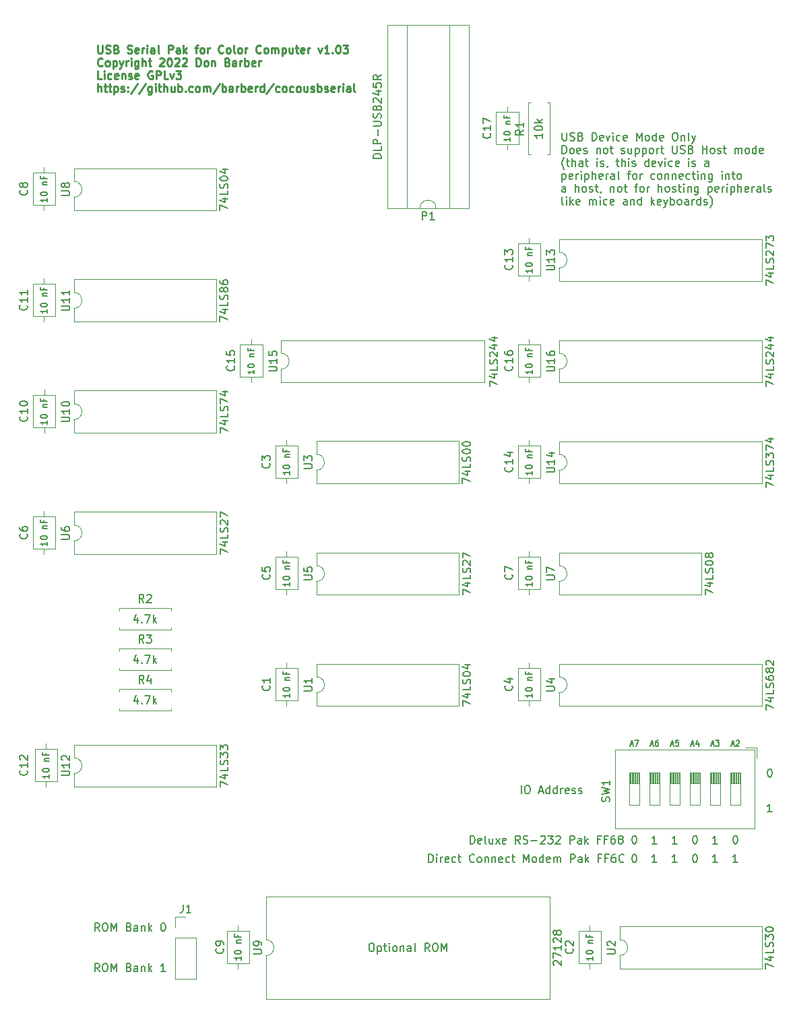
<source format=gbr>
%TF.GenerationSoftware,KiCad,Pcbnew,6.0.7-f9a2dced07~116~ubuntu20.04.1*%
%TF.CreationDate,2022-11-23T13:41:34-05:00*%
%TF.ProjectId,6551usb,36353531-7573-4622-9e6b-696361645f70,1.03*%
%TF.SameCoordinates,Original*%
%TF.FileFunction,Legend,Top*%
%TF.FilePolarity,Positive*%
%FSLAX46Y46*%
G04 Gerber Fmt 4.6, Leading zero omitted, Abs format (unit mm)*
G04 Created by KiCad (PCBNEW 6.0.7-f9a2dced07~116~ubuntu20.04.1) date 2022-11-23 13:41:34*
%MOMM*%
%LPD*%
G01*
G04 APERTURE LIST*
%ADD10C,0.150000*%
%ADD11C,0.175000*%
%ADD12C,0.250000*%
%ADD13C,0.120000*%
G04 APERTURE END LIST*
D10*
X99520380Y-154646380D02*
X99615619Y-154646380D01*
X99710857Y-154694000D01*
X99758476Y-154741619D01*
X99806095Y-154836857D01*
X99853714Y-155027333D01*
X99853714Y-155265428D01*
X99806095Y-155455904D01*
X99758476Y-155551142D01*
X99710857Y-155598761D01*
X99615619Y-155646380D01*
X99520380Y-155646380D01*
X99425142Y-155598761D01*
X99377523Y-155551142D01*
X99329904Y-155455904D01*
X99282285Y-155265428D01*
X99282285Y-155027333D01*
X99329904Y-154836857D01*
X99377523Y-154741619D01*
X99425142Y-154694000D01*
X99520380Y-154646380D01*
X82885595Y-64007380D02*
X82885595Y-64816904D01*
X82933214Y-64912142D01*
X82980833Y-64959761D01*
X83076071Y-65007380D01*
X83266547Y-65007380D01*
X83361785Y-64959761D01*
X83409404Y-64912142D01*
X83457023Y-64816904D01*
X83457023Y-64007380D01*
X83885595Y-64959761D02*
X84028452Y-65007380D01*
X84266547Y-65007380D01*
X84361785Y-64959761D01*
X84409404Y-64912142D01*
X84457023Y-64816904D01*
X84457023Y-64721666D01*
X84409404Y-64626428D01*
X84361785Y-64578809D01*
X84266547Y-64531190D01*
X84076071Y-64483571D01*
X83980833Y-64435952D01*
X83933214Y-64388333D01*
X83885595Y-64293095D01*
X83885595Y-64197857D01*
X83933214Y-64102619D01*
X83980833Y-64055000D01*
X84076071Y-64007380D01*
X84314166Y-64007380D01*
X84457023Y-64055000D01*
X85218928Y-64483571D02*
X85361785Y-64531190D01*
X85409404Y-64578809D01*
X85457023Y-64674047D01*
X85457023Y-64816904D01*
X85409404Y-64912142D01*
X85361785Y-64959761D01*
X85266547Y-65007380D01*
X84885595Y-65007380D01*
X84885595Y-64007380D01*
X85218928Y-64007380D01*
X85314166Y-64055000D01*
X85361785Y-64102619D01*
X85409404Y-64197857D01*
X85409404Y-64293095D01*
X85361785Y-64388333D01*
X85314166Y-64435952D01*
X85218928Y-64483571D01*
X84885595Y-64483571D01*
X86647500Y-65007380D02*
X86647500Y-64007380D01*
X86885595Y-64007380D01*
X87028452Y-64055000D01*
X87123690Y-64150238D01*
X87171309Y-64245476D01*
X87218928Y-64435952D01*
X87218928Y-64578809D01*
X87171309Y-64769285D01*
X87123690Y-64864523D01*
X87028452Y-64959761D01*
X86885595Y-65007380D01*
X86647500Y-65007380D01*
X88028452Y-64959761D02*
X87933214Y-65007380D01*
X87742738Y-65007380D01*
X87647500Y-64959761D01*
X87599880Y-64864523D01*
X87599880Y-64483571D01*
X87647500Y-64388333D01*
X87742738Y-64340714D01*
X87933214Y-64340714D01*
X88028452Y-64388333D01*
X88076071Y-64483571D01*
X88076071Y-64578809D01*
X87599880Y-64674047D01*
X88409404Y-64340714D02*
X88647500Y-65007380D01*
X88885595Y-64340714D01*
X89266547Y-65007380D02*
X89266547Y-64340714D01*
X89266547Y-64007380D02*
X89218928Y-64055000D01*
X89266547Y-64102619D01*
X89314166Y-64055000D01*
X89266547Y-64007380D01*
X89266547Y-64102619D01*
X90171309Y-64959761D02*
X90076071Y-65007380D01*
X89885595Y-65007380D01*
X89790357Y-64959761D01*
X89742738Y-64912142D01*
X89695119Y-64816904D01*
X89695119Y-64531190D01*
X89742738Y-64435952D01*
X89790357Y-64388333D01*
X89885595Y-64340714D01*
X90076071Y-64340714D01*
X90171309Y-64388333D01*
X90980833Y-64959761D02*
X90885595Y-65007380D01*
X90695119Y-65007380D01*
X90599880Y-64959761D01*
X90552261Y-64864523D01*
X90552261Y-64483571D01*
X90599880Y-64388333D01*
X90695119Y-64340714D01*
X90885595Y-64340714D01*
X90980833Y-64388333D01*
X91028452Y-64483571D01*
X91028452Y-64578809D01*
X90552261Y-64674047D01*
X92218928Y-65007380D02*
X92218928Y-64007380D01*
X92552261Y-64721666D01*
X92885595Y-64007380D01*
X92885595Y-65007380D01*
X93504642Y-65007380D02*
X93409404Y-64959761D01*
X93361785Y-64912142D01*
X93314166Y-64816904D01*
X93314166Y-64531190D01*
X93361785Y-64435952D01*
X93409404Y-64388333D01*
X93504642Y-64340714D01*
X93647500Y-64340714D01*
X93742738Y-64388333D01*
X93790357Y-64435952D01*
X93837976Y-64531190D01*
X93837976Y-64816904D01*
X93790357Y-64912142D01*
X93742738Y-64959761D01*
X93647500Y-65007380D01*
X93504642Y-65007380D01*
X94695119Y-65007380D02*
X94695119Y-64007380D01*
X94695119Y-64959761D02*
X94599880Y-65007380D01*
X94409404Y-65007380D01*
X94314166Y-64959761D01*
X94266547Y-64912142D01*
X94218928Y-64816904D01*
X94218928Y-64531190D01*
X94266547Y-64435952D01*
X94314166Y-64388333D01*
X94409404Y-64340714D01*
X94599880Y-64340714D01*
X94695119Y-64388333D01*
X95552261Y-64959761D02*
X95457023Y-65007380D01*
X95266547Y-65007380D01*
X95171309Y-64959761D01*
X95123690Y-64864523D01*
X95123690Y-64483571D01*
X95171309Y-64388333D01*
X95266547Y-64340714D01*
X95457023Y-64340714D01*
X95552261Y-64388333D01*
X95599880Y-64483571D01*
X95599880Y-64578809D01*
X95123690Y-64674047D01*
X96980833Y-64007380D02*
X97171309Y-64007380D01*
X97266547Y-64055000D01*
X97361785Y-64150238D01*
X97409404Y-64340714D01*
X97409404Y-64674047D01*
X97361785Y-64864523D01*
X97266547Y-64959761D01*
X97171309Y-65007380D01*
X96980833Y-65007380D01*
X96885595Y-64959761D01*
X96790357Y-64864523D01*
X96742738Y-64674047D01*
X96742738Y-64340714D01*
X96790357Y-64150238D01*
X96885595Y-64055000D01*
X96980833Y-64007380D01*
X97837976Y-64340714D02*
X97837976Y-65007380D01*
X97837976Y-64435952D02*
X97885595Y-64388333D01*
X97980833Y-64340714D01*
X98123690Y-64340714D01*
X98218928Y-64388333D01*
X98266547Y-64483571D01*
X98266547Y-65007380D01*
X98885595Y-65007380D02*
X98790357Y-64959761D01*
X98742738Y-64864523D01*
X98742738Y-64007380D01*
X99171309Y-64340714D02*
X99409404Y-65007380D01*
X99647500Y-64340714D02*
X99409404Y-65007380D01*
X99314166Y-65245476D01*
X99266547Y-65293095D01*
X99171309Y-65340714D01*
X82885595Y-66617380D02*
X82885595Y-65617380D01*
X83123690Y-65617380D01*
X83266547Y-65665000D01*
X83361785Y-65760238D01*
X83409404Y-65855476D01*
X83457023Y-66045952D01*
X83457023Y-66188809D01*
X83409404Y-66379285D01*
X83361785Y-66474523D01*
X83266547Y-66569761D01*
X83123690Y-66617380D01*
X82885595Y-66617380D01*
X84028452Y-66617380D02*
X83933214Y-66569761D01*
X83885595Y-66522142D01*
X83837976Y-66426904D01*
X83837976Y-66141190D01*
X83885595Y-66045952D01*
X83933214Y-65998333D01*
X84028452Y-65950714D01*
X84171309Y-65950714D01*
X84266547Y-65998333D01*
X84314166Y-66045952D01*
X84361785Y-66141190D01*
X84361785Y-66426904D01*
X84314166Y-66522142D01*
X84266547Y-66569761D01*
X84171309Y-66617380D01*
X84028452Y-66617380D01*
X85171309Y-66569761D02*
X85076071Y-66617380D01*
X84885595Y-66617380D01*
X84790357Y-66569761D01*
X84742738Y-66474523D01*
X84742738Y-66093571D01*
X84790357Y-65998333D01*
X84885595Y-65950714D01*
X85076071Y-65950714D01*
X85171309Y-65998333D01*
X85218928Y-66093571D01*
X85218928Y-66188809D01*
X84742738Y-66284047D01*
X85599880Y-66569761D02*
X85695119Y-66617380D01*
X85885595Y-66617380D01*
X85980833Y-66569761D01*
X86028452Y-66474523D01*
X86028452Y-66426904D01*
X85980833Y-66331666D01*
X85885595Y-66284047D01*
X85742738Y-66284047D01*
X85647500Y-66236428D01*
X85599880Y-66141190D01*
X85599880Y-66093571D01*
X85647500Y-65998333D01*
X85742738Y-65950714D01*
X85885595Y-65950714D01*
X85980833Y-65998333D01*
X87218928Y-65950714D02*
X87218928Y-66617380D01*
X87218928Y-66045952D02*
X87266547Y-65998333D01*
X87361785Y-65950714D01*
X87504642Y-65950714D01*
X87599880Y-65998333D01*
X87647500Y-66093571D01*
X87647500Y-66617380D01*
X88266547Y-66617380D02*
X88171309Y-66569761D01*
X88123690Y-66522142D01*
X88076071Y-66426904D01*
X88076071Y-66141190D01*
X88123690Y-66045952D01*
X88171309Y-65998333D01*
X88266547Y-65950714D01*
X88409404Y-65950714D01*
X88504642Y-65998333D01*
X88552261Y-66045952D01*
X88599880Y-66141190D01*
X88599880Y-66426904D01*
X88552261Y-66522142D01*
X88504642Y-66569761D01*
X88409404Y-66617380D01*
X88266547Y-66617380D01*
X88885595Y-65950714D02*
X89266547Y-65950714D01*
X89028452Y-65617380D02*
X89028452Y-66474523D01*
X89076071Y-66569761D01*
X89171309Y-66617380D01*
X89266547Y-66617380D01*
X90314166Y-66569761D02*
X90409404Y-66617380D01*
X90599880Y-66617380D01*
X90695119Y-66569761D01*
X90742738Y-66474523D01*
X90742738Y-66426904D01*
X90695119Y-66331666D01*
X90599880Y-66284047D01*
X90457023Y-66284047D01*
X90361785Y-66236428D01*
X90314166Y-66141190D01*
X90314166Y-66093571D01*
X90361785Y-65998333D01*
X90457023Y-65950714D01*
X90599880Y-65950714D01*
X90695119Y-65998333D01*
X91599880Y-65950714D02*
X91599880Y-66617380D01*
X91171309Y-65950714D02*
X91171309Y-66474523D01*
X91218928Y-66569761D01*
X91314166Y-66617380D01*
X91457023Y-66617380D01*
X91552261Y-66569761D01*
X91599880Y-66522142D01*
X92076071Y-65950714D02*
X92076071Y-66950714D01*
X92076071Y-65998333D02*
X92171309Y-65950714D01*
X92361785Y-65950714D01*
X92457023Y-65998333D01*
X92504642Y-66045952D01*
X92552261Y-66141190D01*
X92552261Y-66426904D01*
X92504642Y-66522142D01*
X92457023Y-66569761D01*
X92361785Y-66617380D01*
X92171309Y-66617380D01*
X92076071Y-66569761D01*
X92980833Y-65950714D02*
X92980833Y-66950714D01*
X92980833Y-65998333D02*
X93076071Y-65950714D01*
X93266547Y-65950714D01*
X93361785Y-65998333D01*
X93409404Y-66045952D01*
X93457023Y-66141190D01*
X93457023Y-66426904D01*
X93409404Y-66522142D01*
X93361785Y-66569761D01*
X93266547Y-66617380D01*
X93076071Y-66617380D01*
X92980833Y-66569761D01*
X94028452Y-66617380D02*
X93933214Y-66569761D01*
X93885595Y-66522142D01*
X93837976Y-66426904D01*
X93837976Y-66141190D01*
X93885595Y-66045952D01*
X93933214Y-65998333D01*
X94028452Y-65950714D01*
X94171309Y-65950714D01*
X94266547Y-65998333D01*
X94314166Y-66045952D01*
X94361785Y-66141190D01*
X94361785Y-66426904D01*
X94314166Y-66522142D01*
X94266547Y-66569761D01*
X94171309Y-66617380D01*
X94028452Y-66617380D01*
X94790357Y-66617380D02*
X94790357Y-65950714D01*
X94790357Y-66141190D02*
X94837976Y-66045952D01*
X94885595Y-65998333D01*
X94980833Y-65950714D01*
X95076071Y-65950714D01*
X95266547Y-65950714D02*
X95647500Y-65950714D01*
X95409404Y-65617380D02*
X95409404Y-66474523D01*
X95457023Y-66569761D01*
X95552261Y-66617380D01*
X95647500Y-66617380D01*
X96742738Y-65617380D02*
X96742738Y-66426904D01*
X96790357Y-66522142D01*
X96837976Y-66569761D01*
X96933214Y-66617380D01*
X97123690Y-66617380D01*
X97218928Y-66569761D01*
X97266547Y-66522142D01*
X97314166Y-66426904D01*
X97314166Y-65617380D01*
X97742738Y-66569761D02*
X97885595Y-66617380D01*
X98123690Y-66617380D01*
X98218928Y-66569761D01*
X98266547Y-66522142D01*
X98314166Y-66426904D01*
X98314166Y-66331666D01*
X98266547Y-66236428D01*
X98218928Y-66188809D01*
X98123690Y-66141190D01*
X97933214Y-66093571D01*
X97837976Y-66045952D01*
X97790357Y-65998333D01*
X97742738Y-65903095D01*
X97742738Y-65807857D01*
X97790357Y-65712619D01*
X97837976Y-65665000D01*
X97933214Y-65617380D01*
X98171309Y-65617380D01*
X98314166Y-65665000D01*
X99076071Y-66093571D02*
X99218928Y-66141190D01*
X99266547Y-66188809D01*
X99314166Y-66284047D01*
X99314166Y-66426904D01*
X99266547Y-66522142D01*
X99218928Y-66569761D01*
X99123690Y-66617380D01*
X98742738Y-66617380D01*
X98742738Y-65617380D01*
X99076071Y-65617380D01*
X99171309Y-65665000D01*
X99218928Y-65712619D01*
X99266547Y-65807857D01*
X99266547Y-65903095D01*
X99218928Y-65998333D01*
X99171309Y-66045952D01*
X99076071Y-66093571D01*
X98742738Y-66093571D01*
X100504642Y-66617380D02*
X100504642Y-65617380D01*
X100504642Y-66093571D02*
X101076071Y-66093571D01*
X101076071Y-66617380D02*
X101076071Y-65617380D01*
X101695119Y-66617380D02*
X101599880Y-66569761D01*
X101552261Y-66522142D01*
X101504642Y-66426904D01*
X101504642Y-66141190D01*
X101552261Y-66045952D01*
X101599880Y-65998333D01*
X101695119Y-65950714D01*
X101837976Y-65950714D01*
X101933214Y-65998333D01*
X101980833Y-66045952D01*
X102028452Y-66141190D01*
X102028452Y-66426904D01*
X101980833Y-66522142D01*
X101933214Y-66569761D01*
X101837976Y-66617380D01*
X101695119Y-66617380D01*
X102409404Y-66569761D02*
X102504642Y-66617380D01*
X102695119Y-66617380D01*
X102790357Y-66569761D01*
X102837976Y-66474523D01*
X102837976Y-66426904D01*
X102790357Y-66331666D01*
X102695119Y-66284047D01*
X102552261Y-66284047D01*
X102457023Y-66236428D01*
X102409404Y-66141190D01*
X102409404Y-66093571D01*
X102457023Y-65998333D01*
X102552261Y-65950714D01*
X102695119Y-65950714D01*
X102790357Y-65998333D01*
X103123690Y-65950714D02*
X103504642Y-65950714D01*
X103266547Y-65617380D02*
X103266547Y-66474523D01*
X103314166Y-66569761D01*
X103409404Y-66617380D01*
X103504642Y-66617380D01*
X104599880Y-66617380D02*
X104599880Y-65950714D01*
X104599880Y-66045952D02*
X104647500Y-65998333D01*
X104742738Y-65950714D01*
X104885595Y-65950714D01*
X104980833Y-65998333D01*
X105028452Y-66093571D01*
X105028452Y-66617380D01*
X105028452Y-66093571D02*
X105076071Y-65998333D01*
X105171309Y-65950714D01*
X105314166Y-65950714D01*
X105409404Y-65998333D01*
X105457023Y-66093571D01*
X105457023Y-66617380D01*
X106076071Y-66617380D02*
X105980833Y-66569761D01*
X105933214Y-66522142D01*
X105885595Y-66426904D01*
X105885595Y-66141190D01*
X105933214Y-66045952D01*
X105980833Y-65998333D01*
X106076071Y-65950714D01*
X106218928Y-65950714D01*
X106314166Y-65998333D01*
X106361785Y-66045952D01*
X106409404Y-66141190D01*
X106409404Y-66426904D01*
X106361785Y-66522142D01*
X106314166Y-66569761D01*
X106218928Y-66617380D01*
X106076071Y-66617380D01*
X107266547Y-66617380D02*
X107266547Y-65617380D01*
X107266547Y-66569761D02*
X107171309Y-66617380D01*
X106980833Y-66617380D01*
X106885595Y-66569761D01*
X106837976Y-66522142D01*
X106790357Y-66426904D01*
X106790357Y-66141190D01*
X106837976Y-66045952D01*
X106885595Y-65998333D01*
X106980833Y-65950714D01*
X107171309Y-65950714D01*
X107266547Y-65998333D01*
X108123690Y-66569761D02*
X108028452Y-66617380D01*
X107837976Y-66617380D01*
X107742738Y-66569761D01*
X107695119Y-66474523D01*
X107695119Y-66093571D01*
X107742738Y-65998333D01*
X107837976Y-65950714D01*
X108028452Y-65950714D01*
X108123690Y-65998333D01*
X108171309Y-66093571D01*
X108171309Y-66188809D01*
X107695119Y-66284047D01*
X83171309Y-68608333D02*
X83123690Y-68560714D01*
X83028452Y-68417857D01*
X82980833Y-68322619D01*
X82933214Y-68179761D01*
X82885595Y-67941666D01*
X82885595Y-67751190D01*
X82933214Y-67513095D01*
X82980833Y-67370238D01*
X83028452Y-67275000D01*
X83123690Y-67132142D01*
X83171309Y-67084523D01*
X83409404Y-67560714D02*
X83790357Y-67560714D01*
X83552261Y-67227380D02*
X83552261Y-68084523D01*
X83599880Y-68179761D01*
X83695119Y-68227380D01*
X83790357Y-68227380D01*
X84123690Y-68227380D02*
X84123690Y-67227380D01*
X84552261Y-68227380D02*
X84552261Y-67703571D01*
X84504642Y-67608333D01*
X84409404Y-67560714D01*
X84266547Y-67560714D01*
X84171309Y-67608333D01*
X84123690Y-67655952D01*
X85457023Y-68227380D02*
X85457023Y-67703571D01*
X85409404Y-67608333D01*
X85314166Y-67560714D01*
X85123690Y-67560714D01*
X85028452Y-67608333D01*
X85457023Y-68179761D02*
X85361785Y-68227380D01*
X85123690Y-68227380D01*
X85028452Y-68179761D01*
X84980833Y-68084523D01*
X84980833Y-67989285D01*
X85028452Y-67894047D01*
X85123690Y-67846428D01*
X85361785Y-67846428D01*
X85457023Y-67798809D01*
X85790357Y-67560714D02*
X86171309Y-67560714D01*
X85933214Y-67227380D02*
X85933214Y-68084523D01*
X85980833Y-68179761D01*
X86076071Y-68227380D01*
X86171309Y-68227380D01*
X87266547Y-68227380D02*
X87266547Y-67560714D01*
X87266547Y-67227380D02*
X87218928Y-67275000D01*
X87266547Y-67322619D01*
X87314166Y-67275000D01*
X87266547Y-67227380D01*
X87266547Y-67322619D01*
X87695119Y-68179761D02*
X87790357Y-68227380D01*
X87980833Y-68227380D01*
X88076071Y-68179761D01*
X88123690Y-68084523D01*
X88123690Y-68036904D01*
X88076071Y-67941666D01*
X87980833Y-67894047D01*
X87837976Y-67894047D01*
X87742738Y-67846428D01*
X87695119Y-67751190D01*
X87695119Y-67703571D01*
X87742738Y-67608333D01*
X87837976Y-67560714D01*
X87980833Y-67560714D01*
X88076071Y-67608333D01*
X88599880Y-68179761D02*
X88599880Y-68227380D01*
X88552261Y-68322619D01*
X88504642Y-68370238D01*
X89647500Y-67560714D02*
X90028452Y-67560714D01*
X89790357Y-67227380D02*
X89790357Y-68084523D01*
X89837976Y-68179761D01*
X89933214Y-68227380D01*
X90028452Y-68227380D01*
X90361785Y-68227380D02*
X90361785Y-67227380D01*
X90790357Y-68227380D02*
X90790357Y-67703571D01*
X90742738Y-67608333D01*
X90647500Y-67560714D01*
X90504642Y-67560714D01*
X90409404Y-67608333D01*
X90361785Y-67655952D01*
X91266547Y-68227380D02*
X91266547Y-67560714D01*
X91266547Y-67227380D02*
X91218928Y-67275000D01*
X91266547Y-67322619D01*
X91314166Y-67275000D01*
X91266547Y-67227380D01*
X91266547Y-67322619D01*
X91695119Y-68179761D02*
X91790357Y-68227380D01*
X91980833Y-68227380D01*
X92076071Y-68179761D01*
X92123690Y-68084523D01*
X92123690Y-68036904D01*
X92076071Y-67941666D01*
X91980833Y-67894047D01*
X91837976Y-67894047D01*
X91742738Y-67846428D01*
X91695119Y-67751190D01*
X91695119Y-67703571D01*
X91742738Y-67608333D01*
X91837976Y-67560714D01*
X91980833Y-67560714D01*
X92076071Y-67608333D01*
X93742738Y-68227380D02*
X93742738Y-67227380D01*
X93742738Y-68179761D02*
X93647500Y-68227380D01*
X93457023Y-68227380D01*
X93361785Y-68179761D01*
X93314166Y-68132142D01*
X93266547Y-68036904D01*
X93266547Y-67751190D01*
X93314166Y-67655952D01*
X93361785Y-67608333D01*
X93457023Y-67560714D01*
X93647500Y-67560714D01*
X93742738Y-67608333D01*
X94599880Y-68179761D02*
X94504642Y-68227380D01*
X94314166Y-68227380D01*
X94218928Y-68179761D01*
X94171309Y-68084523D01*
X94171309Y-67703571D01*
X94218928Y-67608333D01*
X94314166Y-67560714D01*
X94504642Y-67560714D01*
X94599880Y-67608333D01*
X94647500Y-67703571D01*
X94647500Y-67798809D01*
X94171309Y-67894047D01*
X94980833Y-67560714D02*
X95218928Y-68227380D01*
X95457023Y-67560714D01*
X95837976Y-68227380D02*
X95837976Y-67560714D01*
X95837976Y-67227380D02*
X95790357Y-67275000D01*
X95837976Y-67322619D01*
X95885595Y-67275000D01*
X95837976Y-67227380D01*
X95837976Y-67322619D01*
X96742738Y-68179761D02*
X96647500Y-68227380D01*
X96457023Y-68227380D01*
X96361785Y-68179761D01*
X96314166Y-68132142D01*
X96266547Y-68036904D01*
X96266547Y-67751190D01*
X96314166Y-67655952D01*
X96361785Y-67608333D01*
X96457023Y-67560714D01*
X96647500Y-67560714D01*
X96742738Y-67608333D01*
X97552261Y-68179761D02*
X97457023Y-68227380D01*
X97266547Y-68227380D01*
X97171309Y-68179761D01*
X97123690Y-68084523D01*
X97123690Y-67703571D01*
X97171309Y-67608333D01*
X97266547Y-67560714D01*
X97457023Y-67560714D01*
X97552261Y-67608333D01*
X97599880Y-67703571D01*
X97599880Y-67798809D01*
X97123690Y-67894047D01*
X98790357Y-68227380D02*
X98790357Y-67560714D01*
X98790357Y-67227380D02*
X98742738Y-67275000D01*
X98790357Y-67322619D01*
X98837976Y-67275000D01*
X98790357Y-67227380D01*
X98790357Y-67322619D01*
X99218928Y-68179761D02*
X99314166Y-68227380D01*
X99504642Y-68227380D01*
X99599880Y-68179761D01*
X99647500Y-68084523D01*
X99647500Y-68036904D01*
X99599880Y-67941666D01*
X99504642Y-67894047D01*
X99361785Y-67894047D01*
X99266547Y-67846428D01*
X99218928Y-67751190D01*
X99218928Y-67703571D01*
X99266547Y-67608333D01*
X99361785Y-67560714D01*
X99504642Y-67560714D01*
X99599880Y-67608333D01*
X101266547Y-68227380D02*
X101266547Y-67703571D01*
X101218928Y-67608333D01*
X101123690Y-67560714D01*
X100933214Y-67560714D01*
X100837976Y-67608333D01*
X101266547Y-68179761D02*
X101171309Y-68227380D01*
X100933214Y-68227380D01*
X100837976Y-68179761D01*
X100790357Y-68084523D01*
X100790357Y-67989285D01*
X100837976Y-67894047D01*
X100933214Y-67846428D01*
X101171309Y-67846428D01*
X101266547Y-67798809D01*
X82885595Y-69170714D02*
X82885595Y-70170714D01*
X82885595Y-69218333D02*
X82980833Y-69170714D01*
X83171309Y-69170714D01*
X83266547Y-69218333D01*
X83314166Y-69265952D01*
X83361785Y-69361190D01*
X83361785Y-69646904D01*
X83314166Y-69742142D01*
X83266547Y-69789761D01*
X83171309Y-69837380D01*
X82980833Y-69837380D01*
X82885595Y-69789761D01*
X84171309Y-69789761D02*
X84076071Y-69837380D01*
X83885595Y-69837380D01*
X83790357Y-69789761D01*
X83742738Y-69694523D01*
X83742738Y-69313571D01*
X83790357Y-69218333D01*
X83885595Y-69170714D01*
X84076071Y-69170714D01*
X84171309Y-69218333D01*
X84218928Y-69313571D01*
X84218928Y-69408809D01*
X83742738Y-69504047D01*
X84647500Y-69837380D02*
X84647500Y-69170714D01*
X84647500Y-69361190D02*
X84695119Y-69265952D01*
X84742738Y-69218333D01*
X84837976Y-69170714D01*
X84933214Y-69170714D01*
X85266547Y-69837380D02*
X85266547Y-69170714D01*
X85266547Y-68837380D02*
X85218928Y-68885000D01*
X85266547Y-68932619D01*
X85314166Y-68885000D01*
X85266547Y-68837380D01*
X85266547Y-68932619D01*
X85742738Y-69170714D02*
X85742738Y-70170714D01*
X85742738Y-69218333D02*
X85837976Y-69170714D01*
X86028452Y-69170714D01*
X86123690Y-69218333D01*
X86171309Y-69265952D01*
X86218928Y-69361190D01*
X86218928Y-69646904D01*
X86171309Y-69742142D01*
X86123690Y-69789761D01*
X86028452Y-69837380D01*
X85837976Y-69837380D01*
X85742738Y-69789761D01*
X86647500Y-69837380D02*
X86647500Y-68837380D01*
X87076071Y-69837380D02*
X87076071Y-69313571D01*
X87028452Y-69218333D01*
X86933214Y-69170714D01*
X86790357Y-69170714D01*
X86695119Y-69218333D01*
X86647500Y-69265952D01*
X87933214Y-69789761D02*
X87837976Y-69837380D01*
X87647500Y-69837380D01*
X87552261Y-69789761D01*
X87504642Y-69694523D01*
X87504642Y-69313571D01*
X87552261Y-69218333D01*
X87647500Y-69170714D01*
X87837976Y-69170714D01*
X87933214Y-69218333D01*
X87980833Y-69313571D01*
X87980833Y-69408809D01*
X87504642Y-69504047D01*
X88409404Y-69837380D02*
X88409404Y-69170714D01*
X88409404Y-69361190D02*
X88457023Y-69265952D01*
X88504642Y-69218333D01*
X88599880Y-69170714D01*
X88695119Y-69170714D01*
X89457023Y-69837380D02*
X89457023Y-69313571D01*
X89409404Y-69218333D01*
X89314166Y-69170714D01*
X89123690Y-69170714D01*
X89028452Y-69218333D01*
X89457023Y-69789761D02*
X89361785Y-69837380D01*
X89123690Y-69837380D01*
X89028452Y-69789761D01*
X88980833Y-69694523D01*
X88980833Y-69599285D01*
X89028452Y-69504047D01*
X89123690Y-69456428D01*
X89361785Y-69456428D01*
X89457023Y-69408809D01*
X90076071Y-69837380D02*
X89980833Y-69789761D01*
X89933214Y-69694523D01*
X89933214Y-68837380D01*
X91076071Y-69170714D02*
X91457023Y-69170714D01*
X91218928Y-69837380D02*
X91218928Y-68980238D01*
X91266547Y-68885000D01*
X91361785Y-68837380D01*
X91457023Y-68837380D01*
X91933214Y-69837380D02*
X91837976Y-69789761D01*
X91790357Y-69742142D01*
X91742738Y-69646904D01*
X91742738Y-69361190D01*
X91790357Y-69265952D01*
X91837976Y-69218333D01*
X91933214Y-69170714D01*
X92076071Y-69170714D01*
X92171309Y-69218333D01*
X92218928Y-69265952D01*
X92266547Y-69361190D01*
X92266547Y-69646904D01*
X92218928Y-69742142D01*
X92171309Y-69789761D01*
X92076071Y-69837380D01*
X91933214Y-69837380D01*
X92695119Y-69837380D02*
X92695119Y-69170714D01*
X92695119Y-69361190D02*
X92742738Y-69265952D01*
X92790357Y-69218333D01*
X92885595Y-69170714D01*
X92980833Y-69170714D01*
X94504642Y-69789761D02*
X94409404Y-69837380D01*
X94218928Y-69837380D01*
X94123690Y-69789761D01*
X94076071Y-69742142D01*
X94028452Y-69646904D01*
X94028452Y-69361190D01*
X94076071Y-69265952D01*
X94123690Y-69218333D01*
X94218928Y-69170714D01*
X94409404Y-69170714D01*
X94504642Y-69218333D01*
X95076071Y-69837380D02*
X94980833Y-69789761D01*
X94933214Y-69742142D01*
X94885595Y-69646904D01*
X94885595Y-69361190D01*
X94933214Y-69265952D01*
X94980833Y-69218333D01*
X95076071Y-69170714D01*
X95218928Y-69170714D01*
X95314166Y-69218333D01*
X95361785Y-69265952D01*
X95409404Y-69361190D01*
X95409404Y-69646904D01*
X95361785Y-69742142D01*
X95314166Y-69789761D01*
X95218928Y-69837380D01*
X95076071Y-69837380D01*
X95837976Y-69170714D02*
X95837976Y-69837380D01*
X95837976Y-69265952D02*
X95885595Y-69218333D01*
X95980833Y-69170714D01*
X96123690Y-69170714D01*
X96218928Y-69218333D01*
X96266547Y-69313571D01*
X96266547Y-69837380D01*
X96742738Y-69170714D02*
X96742738Y-69837380D01*
X96742738Y-69265952D02*
X96790357Y-69218333D01*
X96885595Y-69170714D01*
X97028452Y-69170714D01*
X97123690Y-69218333D01*
X97171309Y-69313571D01*
X97171309Y-69837380D01*
X98028452Y-69789761D02*
X97933214Y-69837380D01*
X97742738Y-69837380D01*
X97647500Y-69789761D01*
X97599880Y-69694523D01*
X97599880Y-69313571D01*
X97647500Y-69218333D01*
X97742738Y-69170714D01*
X97933214Y-69170714D01*
X98028452Y-69218333D01*
X98076071Y-69313571D01*
X98076071Y-69408809D01*
X97599880Y-69504047D01*
X98933214Y-69789761D02*
X98837976Y-69837380D01*
X98647500Y-69837380D01*
X98552261Y-69789761D01*
X98504642Y-69742142D01*
X98457023Y-69646904D01*
X98457023Y-69361190D01*
X98504642Y-69265952D01*
X98552261Y-69218333D01*
X98647500Y-69170714D01*
X98837976Y-69170714D01*
X98933214Y-69218333D01*
X99218928Y-69170714D02*
X99599880Y-69170714D01*
X99361785Y-68837380D02*
X99361785Y-69694523D01*
X99409404Y-69789761D01*
X99504642Y-69837380D01*
X99599880Y-69837380D01*
X99933214Y-69837380D02*
X99933214Y-69170714D01*
X99933214Y-68837380D02*
X99885595Y-68885000D01*
X99933214Y-68932619D01*
X99980833Y-68885000D01*
X99933214Y-68837380D01*
X99933214Y-68932619D01*
X100409404Y-69170714D02*
X100409404Y-69837380D01*
X100409404Y-69265952D02*
X100457023Y-69218333D01*
X100552261Y-69170714D01*
X100695119Y-69170714D01*
X100790357Y-69218333D01*
X100837976Y-69313571D01*
X100837976Y-69837380D01*
X101742738Y-69170714D02*
X101742738Y-69980238D01*
X101695119Y-70075476D01*
X101647500Y-70123095D01*
X101552261Y-70170714D01*
X101409404Y-70170714D01*
X101314166Y-70123095D01*
X101742738Y-69789761D02*
X101647500Y-69837380D01*
X101457023Y-69837380D01*
X101361785Y-69789761D01*
X101314166Y-69742142D01*
X101266547Y-69646904D01*
X101266547Y-69361190D01*
X101314166Y-69265952D01*
X101361785Y-69218333D01*
X101457023Y-69170714D01*
X101647500Y-69170714D01*
X101742738Y-69218333D01*
X102980833Y-69837380D02*
X102980833Y-69170714D01*
X102980833Y-68837380D02*
X102933214Y-68885000D01*
X102980833Y-68932619D01*
X103028452Y-68885000D01*
X102980833Y-68837380D01*
X102980833Y-68932619D01*
X103457023Y-69170714D02*
X103457023Y-69837380D01*
X103457023Y-69265952D02*
X103504642Y-69218333D01*
X103599880Y-69170714D01*
X103742738Y-69170714D01*
X103837976Y-69218333D01*
X103885595Y-69313571D01*
X103885595Y-69837380D01*
X104218928Y-69170714D02*
X104599880Y-69170714D01*
X104361785Y-68837380D02*
X104361785Y-69694523D01*
X104409404Y-69789761D01*
X104504642Y-69837380D01*
X104599880Y-69837380D01*
X105076071Y-69837380D02*
X104980833Y-69789761D01*
X104933214Y-69742142D01*
X104885595Y-69646904D01*
X104885595Y-69361190D01*
X104933214Y-69265952D01*
X104980833Y-69218333D01*
X105076071Y-69170714D01*
X105218928Y-69170714D01*
X105314166Y-69218333D01*
X105361785Y-69265952D01*
X105409404Y-69361190D01*
X105409404Y-69646904D01*
X105361785Y-69742142D01*
X105314166Y-69789761D01*
X105218928Y-69837380D01*
X105076071Y-69837380D01*
X83314166Y-71447380D02*
X83314166Y-70923571D01*
X83266547Y-70828333D01*
X83171309Y-70780714D01*
X82980833Y-70780714D01*
X82885595Y-70828333D01*
X83314166Y-71399761D02*
X83218928Y-71447380D01*
X82980833Y-71447380D01*
X82885595Y-71399761D01*
X82837976Y-71304523D01*
X82837976Y-71209285D01*
X82885595Y-71114047D01*
X82980833Y-71066428D01*
X83218928Y-71066428D01*
X83314166Y-71018809D01*
X84552261Y-71447380D02*
X84552261Y-70447380D01*
X84980833Y-71447380D02*
X84980833Y-70923571D01*
X84933214Y-70828333D01*
X84837976Y-70780714D01*
X84695119Y-70780714D01*
X84599880Y-70828333D01*
X84552261Y-70875952D01*
X85599880Y-71447380D02*
X85504642Y-71399761D01*
X85457023Y-71352142D01*
X85409404Y-71256904D01*
X85409404Y-70971190D01*
X85457023Y-70875952D01*
X85504642Y-70828333D01*
X85599880Y-70780714D01*
X85742738Y-70780714D01*
X85837976Y-70828333D01*
X85885595Y-70875952D01*
X85933214Y-70971190D01*
X85933214Y-71256904D01*
X85885595Y-71352142D01*
X85837976Y-71399761D01*
X85742738Y-71447380D01*
X85599880Y-71447380D01*
X86314166Y-71399761D02*
X86409404Y-71447380D01*
X86599880Y-71447380D01*
X86695119Y-71399761D01*
X86742738Y-71304523D01*
X86742738Y-71256904D01*
X86695119Y-71161666D01*
X86599880Y-71114047D01*
X86457023Y-71114047D01*
X86361785Y-71066428D01*
X86314166Y-70971190D01*
X86314166Y-70923571D01*
X86361785Y-70828333D01*
X86457023Y-70780714D01*
X86599880Y-70780714D01*
X86695119Y-70828333D01*
X87028452Y-70780714D02*
X87409404Y-70780714D01*
X87171309Y-70447380D02*
X87171309Y-71304523D01*
X87218928Y-71399761D01*
X87314166Y-71447380D01*
X87409404Y-71447380D01*
X87790357Y-71399761D02*
X87790357Y-71447380D01*
X87742738Y-71542619D01*
X87695119Y-71590238D01*
X88980833Y-70780714D02*
X88980833Y-71447380D01*
X88980833Y-70875952D02*
X89028452Y-70828333D01*
X89123690Y-70780714D01*
X89266547Y-70780714D01*
X89361785Y-70828333D01*
X89409404Y-70923571D01*
X89409404Y-71447380D01*
X90028452Y-71447380D02*
X89933214Y-71399761D01*
X89885595Y-71352142D01*
X89837976Y-71256904D01*
X89837976Y-70971190D01*
X89885595Y-70875952D01*
X89933214Y-70828333D01*
X90028452Y-70780714D01*
X90171309Y-70780714D01*
X90266547Y-70828333D01*
X90314166Y-70875952D01*
X90361785Y-70971190D01*
X90361785Y-71256904D01*
X90314166Y-71352142D01*
X90266547Y-71399761D01*
X90171309Y-71447380D01*
X90028452Y-71447380D01*
X90647500Y-70780714D02*
X91028452Y-70780714D01*
X90790357Y-70447380D02*
X90790357Y-71304523D01*
X90837976Y-71399761D01*
X90933214Y-71447380D01*
X91028452Y-71447380D01*
X91980833Y-70780714D02*
X92361785Y-70780714D01*
X92123690Y-71447380D02*
X92123690Y-70590238D01*
X92171309Y-70495000D01*
X92266547Y-70447380D01*
X92361785Y-70447380D01*
X92837976Y-71447380D02*
X92742738Y-71399761D01*
X92695119Y-71352142D01*
X92647500Y-71256904D01*
X92647500Y-70971190D01*
X92695119Y-70875952D01*
X92742738Y-70828333D01*
X92837976Y-70780714D01*
X92980833Y-70780714D01*
X93076071Y-70828333D01*
X93123690Y-70875952D01*
X93171309Y-70971190D01*
X93171309Y-71256904D01*
X93123690Y-71352142D01*
X93076071Y-71399761D01*
X92980833Y-71447380D01*
X92837976Y-71447380D01*
X93599880Y-71447380D02*
X93599880Y-70780714D01*
X93599880Y-70971190D02*
X93647500Y-70875952D01*
X93695119Y-70828333D01*
X93790357Y-70780714D01*
X93885595Y-70780714D01*
X94980833Y-71447380D02*
X94980833Y-70447380D01*
X95409404Y-71447380D02*
X95409404Y-70923571D01*
X95361785Y-70828333D01*
X95266547Y-70780714D01*
X95123690Y-70780714D01*
X95028452Y-70828333D01*
X94980833Y-70875952D01*
X96028452Y-71447380D02*
X95933214Y-71399761D01*
X95885595Y-71352142D01*
X95837976Y-71256904D01*
X95837976Y-70971190D01*
X95885595Y-70875952D01*
X95933214Y-70828333D01*
X96028452Y-70780714D01*
X96171309Y-70780714D01*
X96266547Y-70828333D01*
X96314166Y-70875952D01*
X96361785Y-70971190D01*
X96361785Y-71256904D01*
X96314166Y-71352142D01*
X96266547Y-71399761D01*
X96171309Y-71447380D01*
X96028452Y-71447380D01*
X96742738Y-71399761D02*
X96837976Y-71447380D01*
X97028452Y-71447380D01*
X97123690Y-71399761D01*
X97171309Y-71304523D01*
X97171309Y-71256904D01*
X97123690Y-71161666D01*
X97028452Y-71114047D01*
X96885595Y-71114047D01*
X96790357Y-71066428D01*
X96742738Y-70971190D01*
X96742738Y-70923571D01*
X96790357Y-70828333D01*
X96885595Y-70780714D01*
X97028452Y-70780714D01*
X97123690Y-70828333D01*
X97457023Y-70780714D02*
X97837976Y-70780714D01*
X97599880Y-70447380D02*
X97599880Y-71304523D01*
X97647500Y-71399761D01*
X97742738Y-71447380D01*
X97837976Y-71447380D01*
X98171309Y-71447380D02*
X98171309Y-70780714D01*
X98171309Y-70447380D02*
X98123690Y-70495000D01*
X98171309Y-70542619D01*
X98218928Y-70495000D01*
X98171309Y-70447380D01*
X98171309Y-70542619D01*
X98647500Y-70780714D02*
X98647500Y-71447380D01*
X98647500Y-70875952D02*
X98695119Y-70828333D01*
X98790357Y-70780714D01*
X98933214Y-70780714D01*
X99028452Y-70828333D01*
X99076071Y-70923571D01*
X99076071Y-71447380D01*
X99980833Y-70780714D02*
X99980833Y-71590238D01*
X99933214Y-71685476D01*
X99885595Y-71733095D01*
X99790357Y-71780714D01*
X99647500Y-71780714D01*
X99552261Y-71733095D01*
X99980833Y-71399761D02*
X99885595Y-71447380D01*
X99695119Y-71447380D01*
X99599880Y-71399761D01*
X99552261Y-71352142D01*
X99504642Y-71256904D01*
X99504642Y-70971190D01*
X99552261Y-70875952D01*
X99599880Y-70828333D01*
X99695119Y-70780714D01*
X99885595Y-70780714D01*
X99980833Y-70828333D01*
X101218928Y-70780714D02*
X101218928Y-71780714D01*
X101218928Y-70828333D02*
X101314166Y-70780714D01*
X101504642Y-70780714D01*
X101599880Y-70828333D01*
X101647500Y-70875952D01*
X101695119Y-70971190D01*
X101695119Y-71256904D01*
X101647500Y-71352142D01*
X101599880Y-71399761D01*
X101504642Y-71447380D01*
X101314166Y-71447380D01*
X101218928Y-71399761D01*
X102504642Y-71399761D02*
X102409404Y-71447380D01*
X102218928Y-71447380D01*
X102123690Y-71399761D01*
X102076071Y-71304523D01*
X102076071Y-70923571D01*
X102123690Y-70828333D01*
X102218928Y-70780714D01*
X102409404Y-70780714D01*
X102504642Y-70828333D01*
X102552261Y-70923571D01*
X102552261Y-71018809D01*
X102076071Y-71114047D01*
X102980833Y-71447380D02*
X102980833Y-70780714D01*
X102980833Y-70971190D02*
X103028452Y-70875952D01*
X103076071Y-70828333D01*
X103171309Y-70780714D01*
X103266547Y-70780714D01*
X103599880Y-71447380D02*
X103599880Y-70780714D01*
X103599880Y-70447380D02*
X103552261Y-70495000D01*
X103599880Y-70542619D01*
X103647500Y-70495000D01*
X103599880Y-70447380D01*
X103599880Y-70542619D01*
X104076071Y-70780714D02*
X104076071Y-71780714D01*
X104076071Y-70828333D02*
X104171309Y-70780714D01*
X104361785Y-70780714D01*
X104457023Y-70828333D01*
X104504642Y-70875952D01*
X104552261Y-70971190D01*
X104552261Y-71256904D01*
X104504642Y-71352142D01*
X104457023Y-71399761D01*
X104361785Y-71447380D01*
X104171309Y-71447380D01*
X104076071Y-71399761D01*
X104980833Y-71447380D02*
X104980833Y-70447380D01*
X105409404Y-71447380D02*
X105409404Y-70923571D01*
X105361785Y-70828333D01*
X105266547Y-70780714D01*
X105123690Y-70780714D01*
X105028452Y-70828333D01*
X104980833Y-70875952D01*
X106266547Y-71399761D02*
X106171309Y-71447380D01*
X105980833Y-71447380D01*
X105885595Y-71399761D01*
X105837976Y-71304523D01*
X105837976Y-70923571D01*
X105885595Y-70828333D01*
X105980833Y-70780714D01*
X106171309Y-70780714D01*
X106266547Y-70828333D01*
X106314166Y-70923571D01*
X106314166Y-71018809D01*
X105837976Y-71114047D01*
X106742738Y-71447380D02*
X106742738Y-70780714D01*
X106742738Y-70971190D02*
X106790357Y-70875952D01*
X106837976Y-70828333D01*
X106933214Y-70780714D01*
X107028452Y-70780714D01*
X107790357Y-71447380D02*
X107790357Y-70923571D01*
X107742738Y-70828333D01*
X107647500Y-70780714D01*
X107457023Y-70780714D01*
X107361785Y-70828333D01*
X107790357Y-71399761D02*
X107695119Y-71447380D01*
X107457023Y-71447380D01*
X107361785Y-71399761D01*
X107314166Y-71304523D01*
X107314166Y-71209285D01*
X107361785Y-71114047D01*
X107457023Y-71066428D01*
X107695119Y-71066428D01*
X107790357Y-71018809D01*
X108409404Y-71447380D02*
X108314166Y-71399761D01*
X108266547Y-71304523D01*
X108266547Y-70447380D01*
X108742738Y-71399761D02*
X108837976Y-71447380D01*
X109028452Y-71447380D01*
X109123690Y-71399761D01*
X109171309Y-71304523D01*
X109171309Y-71256904D01*
X109123690Y-71161666D01*
X109028452Y-71114047D01*
X108885595Y-71114047D01*
X108790357Y-71066428D01*
X108742738Y-70971190D01*
X108742738Y-70923571D01*
X108790357Y-70828333D01*
X108885595Y-70780714D01*
X109028452Y-70780714D01*
X109123690Y-70828333D01*
X83028452Y-73057380D02*
X82933214Y-73009761D01*
X82885595Y-72914523D01*
X82885595Y-72057380D01*
X83409404Y-73057380D02*
X83409404Y-72390714D01*
X83409404Y-72057380D02*
X83361785Y-72105000D01*
X83409404Y-72152619D01*
X83457023Y-72105000D01*
X83409404Y-72057380D01*
X83409404Y-72152619D01*
X83885595Y-73057380D02*
X83885595Y-72057380D01*
X83980833Y-72676428D02*
X84266547Y-73057380D01*
X84266547Y-72390714D02*
X83885595Y-72771666D01*
X85076071Y-73009761D02*
X84980833Y-73057380D01*
X84790357Y-73057380D01*
X84695119Y-73009761D01*
X84647500Y-72914523D01*
X84647500Y-72533571D01*
X84695119Y-72438333D01*
X84790357Y-72390714D01*
X84980833Y-72390714D01*
X85076071Y-72438333D01*
X85123690Y-72533571D01*
X85123690Y-72628809D01*
X84647500Y-72724047D01*
X86314166Y-73057380D02*
X86314166Y-72390714D01*
X86314166Y-72485952D02*
X86361785Y-72438333D01*
X86457023Y-72390714D01*
X86599880Y-72390714D01*
X86695119Y-72438333D01*
X86742738Y-72533571D01*
X86742738Y-73057380D01*
X86742738Y-72533571D02*
X86790357Y-72438333D01*
X86885595Y-72390714D01*
X87028452Y-72390714D01*
X87123690Y-72438333D01*
X87171309Y-72533571D01*
X87171309Y-73057380D01*
X87647500Y-73057380D02*
X87647500Y-72390714D01*
X87647500Y-72057380D02*
X87599880Y-72105000D01*
X87647500Y-72152619D01*
X87695119Y-72105000D01*
X87647500Y-72057380D01*
X87647500Y-72152619D01*
X88552261Y-73009761D02*
X88457023Y-73057380D01*
X88266547Y-73057380D01*
X88171309Y-73009761D01*
X88123690Y-72962142D01*
X88076071Y-72866904D01*
X88076071Y-72581190D01*
X88123690Y-72485952D01*
X88171309Y-72438333D01*
X88266547Y-72390714D01*
X88457023Y-72390714D01*
X88552261Y-72438333D01*
X89361785Y-73009761D02*
X89266547Y-73057380D01*
X89076071Y-73057380D01*
X88980833Y-73009761D01*
X88933214Y-72914523D01*
X88933214Y-72533571D01*
X88980833Y-72438333D01*
X89076071Y-72390714D01*
X89266547Y-72390714D01*
X89361785Y-72438333D01*
X89409404Y-72533571D01*
X89409404Y-72628809D01*
X88933214Y-72724047D01*
X91028452Y-73057380D02*
X91028452Y-72533571D01*
X90980833Y-72438333D01*
X90885595Y-72390714D01*
X90695119Y-72390714D01*
X90599880Y-72438333D01*
X91028452Y-73009761D02*
X90933214Y-73057380D01*
X90695119Y-73057380D01*
X90599880Y-73009761D01*
X90552261Y-72914523D01*
X90552261Y-72819285D01*
X90599880Y-72724047D01*
X90695119Y-72676428D01*
X90933214Y-72676428D01*
X91028452Y-72628809D01*
X91504642Y-72390714D02*
X91504642Y-73057380D01*
X91504642Y-72485952D02*
X91552261Y-72438333D01*
X91647500Y-72390714D01*
X91790357Y-72390714D01*
X91885595Y-72438333D01*
X91933214Y-72533571D01*
X91933214Y-73057380D01*
X92837976Y-73057380D02*
X92837976Y-72057380D01*
X92837976Y-73009761D02*
X92742738Y-73057380D01*
X92552261Y-73057380D01*
X92457023Y-73009761D01*
X92409404Y-72962142D01*
X92361785Y-72866904D01*
X92361785Y-72581190D01*
X92409404Y-72485952D01*
X92457023Y-72438333D01*
X92552261Y-72390714D01*
X92742738Y-72390714D01*
X92837976Y-72438333D01*
X94076071Y-73057380D02*
X94076071Y-72057380D01*
X94171309Y-72676428D02*
X94457023Y-73057380D01*
X94457023Y-72390714D02*
X94076071Y-72771666D01*
X95266547Y-73009761D02*
X95171309Y-73057380D01*
X94980833Y-73057380D01*
X94885595Y-73009761D01*
X94837976Y-72914523D01*
X94837976Y-72533571D01*
X94885595Y-72438333D01*
X94980833Y-72390714D01*
X95171309Y-72390714D01*
X95266547Y-72438333D01*
X95314166Y-72533571D01*
X95314166Y-72628809D01*
X94837976Y-72724047D01*
X95647500Y-72390714D02*
X95885595Y-73057380D01*
X96123690Y-72390714D02*
X95885595Y-73057380D01*
X95790357Y-73295476D01*
X95742738Y-73343095D01*
X95647500Y-73390714D01*
X96504642Y-73057380D02*
X96504642Y-72057380D01*
X96504642Y-72438333D02*
X96599880Y-72390714D01*
X96790357Y-72390714D01*
X96885595Y-72438333D01*
X96933214Y-72485952D01*
X96980833Y-72581190D01*
X96980833Y-72866904D01*
X96933214Y-72962142D01*
X96885595Y-73009761D01*
X96790357Y-73057380D01*
X96599880Y-73057380D01*
X96504642Y-73009761D01*
X97552261Y-73057380D02*
X97457023Y-73009761D01*
X97409404Y-72962142D01*
X97361785Y-72866904D01*
X97361785Y-72581190D01*
X97409404Y-72485952D01*
X97457023Y-72438333D01*
X97552261Y-72390714D01*
X97695119Y-72390714D01*
X97790357Y-72438333D01*
X97837976Y-72485952D01*
X97885595Y-72581190D01*
X97885595Y-72866904D01*
X97837976Y-72962142D01*
X97790357Y-73009761D01*
X97695119Y-73057380D01*
X97552261Y-73057380D01*
X98742738Y-73057380D02*
X98742738Y-72533571D01*
X98695119Y-72438333D01*
X98599880Y-72390714D01*
X98409404Y-72390714D01*
X98314166Y-72438333D01*
X98742738Y-73009761D02*
X98647500Y-73057380D01*
X98409404Y-73057380D01*
X98314166Y-73009761D01*
X98266547Y-72914523D01*
X98266547Y-72819285D01*
X98314166Y-72724047D01*
X98409404Y-72676428D01*
X98647500Y-72676428D01*
X98742738Y-72628809D01*
X99218928Y-73057380D02*
X99218928Y-72390714D01*
X99218928Y-72581190D02*
X99266547Y-72485952D01*
X99314166Y-72438333D01*
X99409404Y-72390714D01*
X99504642Y-72390714D01*
X100266547Y-73057380D02*
X100266547Y-72057380D01*
X100266547Y-73009761D02*
X100171309Y-73057380D01*
X99980833Y-73057380D01*
X99885595Y-73009761D01*
X99837976Y-72962142D01*
X99790357Y-72866904D01*
X99790357Y-72581190D01*
X99837976Y-72485952D01*
X99885595Y-72438333D01*
X99980833Y-72390714D01*
X100171309Y-72390714D01*
X100266547Y-72438333D01*
X100695119Y-73009761D02*
X100790357Y-73057380D01*
X100980833Y-73057380D01*
X101076071Y-73009761D01*
X101123690Y-72914523D01*
X101123690Y-72866904D01*
X101076071Y-72771666D01*
X100980833Y-72724047D01*
X100837976Y-72724047D01*
X100742738Y-72676428D01*
X100695119Y-72581190D01*
X100695119Y-72533571D01*
X100742738Y-72438333D01*
X100837976Y-72390714D01*
X100980833Y-72390714D01*
X101076071Y-72438333D01*
X101457023Y-73438333D02*
X101504642Y-73390714D01*
X101599880Y-73247857D01*
X101647500Y-73152619D01*
X101695119Y-73009761D01*
X101742738Y-72771666D01*
X101742738Y-72581190D01*
X101695119Y-72343095D01*
X101647500Y-72200238D01*
X101599880Y-72105000D01*
X101504642Y-71962142D01*
X101457023Y-71914523D01*
X94773714Y-155646380D02*
X94202285Y-155646380D01*
X94488000Y-155646380D02*
X94488000Y-154646380D01*
X94392761Y-154789238D01*
X94297523Y-154884476D01*
X94202285Y-154932095D01*
D11*
X96528000Y-140832666D02*
X96861333Y-140832666D01*
X96461333Y-141032666D02*
X96694666Y-140332666D01*
X96928000Y-141032666D01*
X97494666Y-140332666D02*
X97161333Y-140332666D01*
X97128000Y-140666000D01*
X97161333Y-140632666D01*
X97228000Y-140599333D01*
X97394666Y-140599333D01*
X97461333Y-140632666D01*
X97494666Y-140666000D01*
X97528000Y-140732666D01*
X97528000Y-140899333D01*
X97494666Y-140966000D01*
X97461333Y-140999333D01*
X97394666Y-141032666D01*
X97228000Y-141032666D01*
X97161333Y-140999333D01*
X97128000Y-140966000D01*
D10*
X97313714Y-153309580D02*
X96742285Y-153309580D01*
X97028000Y-153309580D02*
X97028000Y-152309580D01*
X96932761Y-152452438D01*
X96837523Y-152547676D01*
X96742285Y-152595295D01*
X94773714Y-153309580D02*
X94202285Y-153309580D01*
X94488000Y-153309580D02*
X94488000Y-152309580D01*
X94392761Y-152452438D01*
X94297523Y-152547676D01*
X94202285Y-152595295D01*
X66120904Y-155646380D02*
X66120904Y-154646380D01*
X66359000Y-154646380D01*
X66501857Y-154694000D01*
X66597095Y-154789238D01*
X66644714Y-154884476D01*
X66692333Y-155074952D01*
X66692333Y-155217809D01*
X66644714Y-155408285D01*
X66597095Y-155503523D01*
X66501857Y-155598761D01*
X66359000Y-155646380D01*
X66120904Y-155646380D01*
X67120904Y-155646380D02*
X67120904Y-154979714D01*
X67120904Y-154646380D02*
X67073285Y-154694000D01*
X67120904Y-154741619D01*
X67168523Y-154694000D01*
X67120904Y-154646380D01*
X67120904Y-154741619D01*
X67597095Y-155646380D02*
X67597095Y-154979714D01*
X67597095Y-155170190D02*
X67644714Y-155074952D01*
X67692333Y-155027333D01*
X67787571Y-154979714D01*
X67882809Y-154979714D01*
X68597095Y-155598761D02*
X68501857Y-155646380D01*
X68311380Y-155646380D01*
X68216142Y-155598761D01*
X68168523Y-155503523D01*
X68168523Y-155122571D01*
X68216142Y-155027333D01*
X68311380Y-154979714D01*
X68501857Y-154979714D01*
X68597095Y-155027333D01*
X68644714Y-155122571D01*
X68644714Y-155217809D01*
X68168523Y-155313047D01*
X69501857Y-155598761D02*
X69406619Y-155646380D01*
X69216142Y-155646380D01*
X69120904Y-155598761D01*
X69073285Y-155551142D01*
X69025666Y-155455904D01*
X69025666Y-155170190D01*
X69073285Y-155074952D01*
X69120904Y-155027333D01*
X69216142Y-154979714D01*
X69406619Y-154979714D01*
X69501857Y-155027333D01*
X69787571Y-154979714D02*
X70168523Y-154979714D01*
X69930428Y-154646380D02*
X69930428Y-155503523D01*
X69978047Y-155598761D01*
X70073285Y-155646380D01*
X70168523Y-155646380D01*
X71835190Y-155551142D02*
X71787571Y-155598761D01*
X71644714Y-155646380D01*
X71549476Y-155646380D01*
X71406619Y-155598761D01*
X71311380Y-155503523D01*
X71263761Y-155408285D01*
X71216142Y-155217809D01*
X71216142Y-155074952D01*
X71263761Y-154884476D01*
X71311380Y-154789238D01*
X71406619Y-154694000D01*
X71549476Y-154646380D01*
X71644714Y-154646380D01*
X71787571Y-154694000D01*
X71835190Y-154741619D01*
X72406619Y-155646380D02*
X72311380Y-155598761D01*
X72263761Y-155551142D01*
X72216142Y-155455904D01*
X72216142Y-155170190D01*
X72263761Y-155074952D01*
X72311380Y-155027333D01*
X72406619Y-154979714D01*
X72549476Y-154979714D01*
X72644714Y-155027333D01*
X72692333Y-155074952D01*
X72739952Y-155170190D01*
X72739952Y-155455904D01*
X72692333Y-155551142D01*
X72644714Y-155598761D01*
X72549476Y-155646380D01*
X72406619Y-155646380D01*
X73168523Y-154979714D02*
X73168523Y-155646380D01*
X73168523Y-155074952D02*
X73216142Y-155027333D01*
X73311380Y-154979714D01*
X73454238Y-154979714D01*
X73549476Y-155027333D01*
X73597095Y-155122571D01*
X73597095Y-155646380D01*
X74073285Y-154979714D02*
X74073285Y-155646380D01*
X74073285Y-155074952D02*
X74120904Y-155027333D01*
X74216142Y-154979714D01*
X74359000Y-154979714D01*
X74454238Y-155027333D01*
X74501857Y-155122571D01*
X74501857Y-155646380D01*
X75359000Y-155598761D02*
X75263761Y-155646380D01*
X75073285Y-155646380D01*
X74978047Y-155598761D01*
X74930428Y-155503523D01*
X74930428Y-155122571D01*
X74978047Y-155027333D01*
X75073285Y-154979714D01*
X75263761Y-154979714D01*
X75359000Y-155027333D01*
X75406619Y-155122571D01*
X75406619Y-155217809D01*
X74930428Y-155313047D01*
X76263761Y-155598761D02*
X76168523Y-155646380D01*
X75978047Y-155646380D01*
X75882809Y-155598761D01*
X75835190Y-155551142D01*
X75787571Y-155455904D01*
X75787571Y-155170190D01*
X75835190Y-155074952D01*
X75882809Y-155027333D01*
X75978047Y-154979714D01*
X76168523Y-154979714D01*
X76263761Y-155027333D01*
X76549476Y-154979714D02*
X76930428Y-154979714D01*
X76692333Y-154646380D02*
X76692333Y-155503523D01*
X76739952Y-155598761D01*
X76835190Y-155646380D01*
X76930428Y-155646380D01*
X78025666Y-155646380D02*
X78025666Y-154646380D01*
X78359000Y-155360666D01*
X78692333Y-154646380D01*
X78692333Y-155646380D01*
X79311380Y-155646380D02*
X79216142Y-155598761D01*
X79168523Y-155551142D01*
X79120904Y-155455904D01*
X79120904Y-155170190D01*
X79168523Y-155074952D01*
X79216142Y-155027333D01*
X79311380Y-154979714D01*
X79454238Y-154979714D01*
X79549476Y-155027333D01*
X79597095Y-155074952D01*
X79644714Y-155170190D01*
X79644714Y-155455904D01*
X79597095Y-155551142D01*
X79549476Y-155598761D01*
X79454238Y-155646380D01*
X79311380Y-155646380D01*
X80501857Y-155646380D02*
X80501857Y-154646380D01*
X80501857Y-155598761D02*
X80406619Y-155646380D01*
X80216142Y-155646380D01*
X80120904Y-155598761D01*
X80073285Y-155551142D01*
X80025666Y-155455904D01*
X80025666Y-155170190D01*
X80073285Y-155074952D01*
X80120904Y-155027333D01*
X80216142Y-154979714D01*
X80406619Y-154979714D01*
X80501857Y-155027333D01*
X81359000Y-155598761D02*
X81263761Y-155646380D01*
X81073285Y-155646380D01*
X80978047Y-155598761D01*
X80930428Y-155503523D01*
X80930428Y-155122571D01*
X80978047Y-155027333D01*
X81073285Y-154979714D01*
X81263761Y-154979714D01*
X81359000Y-155027333D01*
X81406619Y-155122571D01*
X81406619Y-155217809D01*
X80930428Y-155313047D01*
X81835190Y-155646380D02*
X81835190Y-154979714D01*
X81835190Y-155074952D02*
X81882809Y-155027333D01*
X81978047Y-154979714D01*
X82120904Y-154979714D01*
X82216142Y-155027333D01*
X82263761Y-155122571D01*
X82263761Y-155646380D01*
X82263761Y-155122571D02*
X82311380Y-155027333D01*
X82406619Y-154979714D01*
X82549476Y-154979714D01*
X82644714Y-155027333D01*
X82692333Y-155122571D01*
X82692333Y-155646380D01*
X83930428Y-155646380D02*
X83930428Y-154646380D01*
X84311380Y-154646380D01*
X84406619Y-154694000D01*
X84454238Y-154741619D01*
X84501857Y-154836857D01*
X84501857Y-154979714D01*
X84454238Y-155074952D01*
X84406619Y-155122571D01*
X84311380Y-155170190D01*
X83930428Y-155170190D01*
X85359000Y-155646380D02*
X85359000Y-155122571D01*
X85311380Y-155027333D01*
X85216142Y-154979714D01*
X85025666Y-154979714D01*
X84930428Y-155027333D01*
X85359000Y-155598761D02*
X85263761Y-155646380D01*
X85025666Y-155646380D01*
X84930428Y-155598761D01*
X84882809Y-155503523D01*
X84882809Y-155408285D01*
X84930428Y-155313047D01*
X85025666Y-155265428D01*
X85263761Y-155265428D01*
X85359000Y-155217809D01*
X85835190Y-155646380D02*
X85835190Y-154646380D01*
X85930428Y-155265428D02*
X86216142Y-155646380D01*
X86216142Y-154979714D02*
X85835190Y-155360666D01*
X87739952Y-155122571D02*
X87406619Y-155122571D01*
X87406619Y-155646380D02*
X87406619Y-154646380D01*
X87882809Y-154646380D01*
X88597095Y-155122571D02*
X88263761Y-155122571D01*
X88263761Y-155646380D02*
X88263761Y-154646380D01*
X88739952Y-154646380D01*
X89549476Y-154646380D02*
X89359000Y-154646380D01*
X89263761Y-154694000D01*
X89216142Y-154741619D01*
X89120904Y-154884476D01*
X89073285Y-155074952D01*
X89073285Y-155455904D01*
X89120904Y-155551142D01*
X89168523Y-155598761D01*
X89263761Y-155646380D01*
X89454238Y-155646380D01*
X89549476Y-155598761D01*
X89597095Y-155551142D01*
X89644714Y-155455904D01*
X89644714Y-155217809D01*
X89597095Y-155122571D01*
X89549476Y-155074952D01*
X89454238Y-155027333D01*
X89263761Y-155027333D01*
X89168523Y-155074952D01*
X89120904Y-155122571D01*
X89073285Y-155217809D01*
X90644714Y-155551142D02*
X90597095Y-155598761D01*
X90454238Y-155646380D01*
X90359000Y-155646380D01*
X90216142Y-155598761D01*
X90120904Y-155503523D01*
X90073285Y-155408285D01*
X90025666Y-155217809D01*
X90025666Y-155074952D01*
X90073285Y-154884476D01*
X90120904Y-154789238D01*
X90216142Y-154694000D01*
X90359000Y-154646380D01*
X90454238Y-154646380D01*
X90597095Y-154694000D01*
X90644714Y-154741619D01*
X24741666Y-169362380D02*
X24408333Y-168886190D01*
X24170238Y-169362380D02*
X24170238Y-168362380D01*
X24551190Y-168362380D01*
X24646428Y-168410000D01*
X24694047Y-168457619D01*
X24741666Y-168552857D01*
X24741666Y-168695714D01*
X24694047Y-168790952D01*
X24646428Y-168838571D01*
X24551190Y-168886190D01*
X24170238Y-168886190D01*
X25360714Y-168362380D02*
X25551190Y-168362380D01*
X25646428Y-168410000D01*
X25741666Y-168505238D01*
X25789285Y-168695714D01*
X25789285Y-169029047D01*
X25741666Y-169219523D01*
X25646428Y-169314761D01*
X25551190Y-169362380D01*
X25360714Y-169362380D01*
X25265476Y-169314761D01*
X25170238Y-169219523D01*
X25122619Y-169029047D01*
X25122619Y-168695714D01*
X25170238Y-168505238D01*
X25265476Y-168410000D01*
X25360714Y-168362380D01*
X26217857Y-169362380D02*
X26217857Y-168362380D01*
X26551190Y-169076666D01*
X26884523Y-168362380D01*
X26884523Y-169362380D01*
X28455952Y-168838571D02*
X28598809Y-168886190D01*
X28646428Y-168933809D01*
X28694047Y-169029047D01*
X28694047Y-169171904D01*
X28646428Y-169267142D01*
X28598809Y-169314761D01*
X28503571Y-169362380D01*
X28122619Y-169362380D01*
X28122619Y-168362380D01*
X28455952Y-168362380D01*
X28551190Y-168410000D01*
X28598809Y-168457619D01*
X28646428Y-168552857D01*
X28646428Y-168648095D01*
X28598809Y-168743333D01*
X28551190Y-168790952D01*
X28455952Y-168838571D01*
X28122619Y-168838571D01*
X29551190Y-169362380D02*
X29551190Y-168838571D01*
X29503571Y-168743333D01*
X29408333Y-168695714D01*
X29217857Y-168695714D01*
X29122619Y-168743333D01*
X29551190Y-169314761D02*
X29455952Y-169362380D01*
X29217857Y-169362380D01*
X29122619Y-169314761D01*
X29075000Y-169219523D01*
X29075000Y-169124285D01*
X29122619Y-169029047D01*
X29217857Y-168981428D01*
X29455952Y-168981428D01*
X29551190Y-168933809D01*
X30027380Y-168695714D02*
X30027380Y-169362380D01*
X30027380Y-168790952D02*
X30075000Y-168743333D01*
X30170238Y-168695714D01*
X30313095Y-168695714D01*
X30408333Y-168743333D01*
X30455952Y-168838571D01*
X30455952Y-169362380D01*
X30932142Y-169362380D02*
X30932142Y-168362380D01*
X31027380Y-168981428D02*
X31313095Y-169362380D01*
X31313095Y-168695714D02*
X30932142Y-169076666D01*
X33027380Y-169362380D02*
X32455952Y-169362380D01*
X32741666Y-169362380D02*
X32741666Y-168362380D01*
X32646428Y-168505238D01*
X32551190Y-168600476D01*
X32455952Y-168648095D01*
D12*
X24530595Y-53037380D02*
X24530595Y-53846904D01*
X24578214Y-53942142D01*
X24625833Y-53989761D01*
X24721071Y-54037380D01*
X24911547Y-54037380D01*
X25006785Y-53989761D01*
X25054404Y-53942142D01*
X25102023Y-53846904D01*
X25102023Y-53037380D01*
X25530595Y-53989761D02*
X25673452Y-54037380D01*
X25911547Y-54037380D01*
X26006785Y-53989761D01*
X26054404Y-53942142D01*
X26102023Y-53846904D01*
X26102023Y-53751666D01*
X26054404Y-53656428D01*
X26006785Y-53608809D01*
X25911547Y-53561190D01*
X25721071Y-53513571D01*
X25625833Y-53465952D01*
X25578214Y-53418333D01*
X25530595Y-53323095D01*
X25530595Y-53227857D01*
X25578214Y-53132619D01*
X25625833Y-53085000D01*
X25721071Y-53037380D01*
X25959166Y-53037380D01*
X26102023Y-53085000D01*
X26863928Y-53513571D02*
X27006785Y-53561190D01*
X27054404Y-53608809D01*
X27102023Y-53704047D01*
X27102023Y-53846904D01*
X27054404Y-53942142D01*
X27006785Y-53989761D01*
X26911547Y-54037380D01*
X26530595Y-54037380D01*
X26530595Y-53037380D01*
X26863928Y-53037380D01*
X26959166Y-53085000D01*
X27006785Y-53132619D01*
X27054404Y-53227857D01*
X27054404Y-53323095D01*
X27006785Y-53418333D01*
X26959166Y-53465952D01*
X26863928Y-53513571D01*
X26530595Y-53513571D01*
X28244880Y-53989761D02*
X28387738Y-54037380D01*
X28625833Y-54037380D01*
X28721071Y-53989761D01*
X28768690Y-53942142D01*
X28816309Y-53846904D01*
X28816309Y-53751666D01*
X28768690Y-53656428D01*
X28721071Y-53608809D01*
X28625833Y-53561190D01*
X28435357Y-53513571D01*
X28340119Y-53465952D01*
X28292500Y-53418333D01*
X28244880Y-53323095D01*
X28244880Y-53227857D01*
X28292500Y-53132619D01*
X28340119Y-53085000D01*
X28435357Y-53037380D01*
X28673452Y-53037380D01*
X28816309Y-53085000D01*
X29625833Y-53989761D02*
X29530595Y-54037380D01*
X29340119Y-54037380D01*
X29244880Y-53989761D01*
X29197261Y-53894523D01*
X29197261Y-53513571D01*
X29244880Y-53418333D01*
X29340119Y-53370714D01*
X29530595Y-53370714D01*
X29625833Y-53418333D01*
X29673452Y-53513571D01*
X29673452Y-53608809D01*
X29197261Y-53704047D01*
X30102023Y-54037380D02*
X30102023Y-53370714D01*
X30102023Y-53561190D02*
X30149642Y-53465952D01*
X30197261Y-53418333D01*
X30292500Y-53370714D01*
X30387738Y-53370714D01*
X30721071Y-54037380D02*
X30721071Y-53370714D01*
X30721071Y-53037380D02*
X30673452Y-53085000D01*
X30721071Y-53132619D01*
X30768690Y-53085000D01*
X30721071Y-53037380D01*
X30721071Y-53132619D01*
X31625833Y-54037380D02*
X31625833Y-53513571D01*
X31578214Y-53418333D01*
X31482976Y-53370714D01*
X31292500Y-53370714D01*
X31197261Y-53418333D01*
X31625833Y-53989761D02*
X31530595Y-54037380D01*
X31292500Y-54037380D01*
X31197261Y-53989761D01*
X31149642Y-53894523D01*
X31149642Y-53799285D01*
X31197261Y-53704047D01*
X31292500Y-53656428D01*
X31530595Y-53656428D01*
X31625833Y-53608809D01*
X32244880Y-54037380D02*
X32149642Y-53989761D01*
X32102023Y-53894523D01*
X32102023Y-53037380D01*
X33387738Y-54037380D02*
X33387738Y-53037380D01*
X33768690Y-53037380D01*
X33863928Y-53085000D01*
X33911547Y-53132619D01*
X33959166Y-53227857D01*
X33959166Y-53370714D01*
X33911547Y-53465952D01*
X33863928Y-53513571D01*
X33768690Y-53561190D01*
X33387738Y-53561190D01*
X34816309Y-54037380D02*
X34816309Y-53513571D01*
X34768690Y-53418333D01*
X34673452Y-53370714D01*
X34482976Y-53370714D01*
X34387738Y-53418333D01*
X34816309Y-53989761D02*
X34721071Y-54037380D01*
X34482976Y-54037380D01*
X34387738Y-53989761D01*
X34340119Y-53894523D01*
X34340119Y-53799285D01*
X34387738Y-53704047D01*
X34482976Y-53656428D01*
X34721071Y-53656428D01*
X34816309Y-53608809D01*
X35292500Y-54037380D02*
X35292500Y-53037380D01*
X35387738Y-53656428D02*
X35673452Y-54037380D01*
X35673452Y-53370714D02*
X35292500Y-53751666D01*
X36721071Y-53370714D02*
X37102023Y-53370714D01*
X36863928Y-54037380D02*
X36863928Y-53180238D01*
X36911547Y-53085000D01*
X37006785Y-53037380D01*
X37102023Y-53037380D01*
X37578214Y-54037380D02*
X37482976Y-53989761D01*
X37435357Y-53942142D01*
X37387738Y-53846904D01*
X37387738Y-53561190D01*
X37435357Y-53465952D01*
X37482976Y-53418333D01*
X37578214Y-53370714D01*
X37721071Y-53370714D01*
X37816309Y-53418333D01*
X37863928Y-53465952D01*
X37911547Y-53561190D01*
X37911547Y-53846904D01*
X37863928Y-53942142D01*
X37816309Y-53989761D01*
X37721071Y-54037380D01*
X37578214Y-54037380D01*
X38340119Y-54037380D02*
X38340119Y-53370714D01*
X38340119Y-53561190D02*
X38387738Y-53465952D01*
X38435357Y-53418333D01*
X38530595Y-53370714D01*
X38625833Y-53370714D01*
X40292500Y-53942142D02*
X40244880Y-53989761D01*
X40102023Y-54037380D01*
X40006785Y-54037380D01*
X39863928Y-53989761D01*
X39768690Y-53894523D01*
X39721071Y-53799285D01*
X39673452Y-53608809D01*
X39673452Y-53465952D01*
X39721071Y-53275476D01*
X39768690Y-53180238D01*
X39863928Y-53085000D01*
X40006785Y-53037380D01*
X40102023Y-53037380D01*
X40244880Y-53085000D01*
X40292500Y-53132619D01*
X40863928Y-54037380D02*
X40768690Y-53989761D01*
X40721071Y-53942142D01*
X40673452Y-53846904D01*
X40673452Y-53561190D01*
X40721071Y-53465952D01*
X40768690Y-53418333D01*
X40863928Y-53370714D01*
X41006785Y-53370714D01*
X41102023Y-53418333D01*
X41149642Y-53465952D01*
X41197261Y-53561190D01*
X41197261Y-53846904D01*
X41149642Y-53942142D01*
X41102023Y-53989761D01*
X41006785Y-54037380D01*
X40863928Y-54037380D01*
X41768690Y-54037380D02*
X41673452Y-53989761D01*
X41625833Y-53894523D01*
X41625833Y-53037380D01*
X42292500Y-54037380D02*
X42197261Y-53989761D01*
X42149642Y-53942142D01*
X42102023Y-53846904D01*
X42102023Y-53561190D01*
X42149642Y-53465952D01*
X42197261Y-53418333D01*
X42292500Y-53370714D01*
X42435357Y-53370714D01*
X42530595Y-53418333D01*
X42578214Y-53465952D01*
X42625833Y-53561190D01*
X42625833Y-53846904D01*
X42578214Y-53942142D01*
X42530595Y-53989761D01*
X42435357Y-54037380D01*
X42292500Y-54037380D01*
X43054404Y-54037380D02*
X43054404Y-53370714D01*
X43054404Y-53561190D02*
X43102023Y-53465952D01*
X43149642Y-53418333D01*
X43244880Y-53370714D01*
X43340119Y-53370714D01*
X45006785Y-53942142D02*
X44959166Y-53989761D01*
X44816309Y-54037380D01*
X44721071Y-54037380D01*
X44578214Y-53989761D01*
X44482976Y-53894523D01*
X44435357Y-53799285D01*
X44387738Y-53608809D01*
X44387738Y-53465952D01*
X44435357Y-53275476D01*
X44482976Y-53180238D01*
X44578214Y-53085000D01*
X44721071Y-53037380D01*
X44816309Y-53037380D01*
X44959166Y-53085000D01*
X45006785Y-53132619D01*
X45578214Y-54037380D02*
X45482976Y-53989761D01*
X45435357Y-53942142D01*
X45387738Y-53846904D01*
X45387738Y-53561190D01*
X45435357Y-53465952D01*
X45482976Y-53418333D01*
X45578214Y-53370714D01*
X45721071Y-53370714D01*
X45816309Y-53418333D01*
X45863928Y-53465952D01*
X45911547Y-53561190D01*
X45911547Y-53846904D01*
X45863928Y-53942142D01*
X45816309Y-53989761D01*
X45721071Y-54037380D01*
X45578214Y-54037380D01*
X46340119Y-54037380D02*
X46340119Y-53370714D01*
X46340119Y-53465952D02*
X46387738Y-53418333D01*
X46482976Y-53370714D01*
X46625833Y-53370714D01*
X46721071Y-53418333D01*
X46768690Y-53513571D01*
X46768690Y-54037380D01*
X46768690Y-53513571D02*
X46816309Y-53418333D01*
X46911547Y-53370714D01*
X47054404Y-53370714D01*
X47149642Y-53418333D01*
X47197261Y-53513571D01*
X47197261Y-54037380D01*
X47673452Y-53370714D02*
X47673452Y-54370714D01*
X47673452Y-53418333D02*
X47768690Y-53370714D01*
X47959166Y-53370714D01*
X48054404Y-53418333D01*
X48102023Y-53465952D01*
X48149642Y-53561190D01*
X48149642Y-53846904D01*
X48102023Y-53942142D01*
X48054404Y-53989761D01*
X47959166Y-54037380D01*
X47768690Y-54037380D01*
X47673452Y-53989761D01*
X49006785Y-53370714D02*
X49006785Y-54037380D01*
X48578214Y-53370714D02*
X48578214Y-53894523D01*
X48625833Y-53989761D01*
X48721071Y-54037380D01*
X48863928Y-54037380D01*
X48959166Y-53989761D01*
X49006785Y-53942142D01*
X49340119Y-53370714D02*
X49721071Y-53370714D01*
X49482976Y-53037380D02*
X49482976Y-53894523D01*
X49530595Y-53989761D01*
X49625833Y-54037380D01*
X49721071Y-54037380D01*
X50435357Y-53989761D02*
X50340119Y-54037380D01*
X50149642Y-54037380D01*
X50054404Y-53989761D01*
X50006785Y-53894523D01*
X50006785Y-53513571D01*
X50054404Y-53418333D01*
X50149642Y-53370714D01*
X50340119Y-53370714D01*
X50435357Y-53418333D01*
X50482976Y-53513571D01*
X50482976Y-53608809D01*
X50006785Y-53704047D01*
X50911547Y-54037380D02*
X50911547Y-53370714D01*
X50911547Y-53561190D02*
X50959166Y-53465952D01*
X51006785Y-53418333D01*
X51102023Y-53370714D01*
X51197261Y-53370714D01*
X52197261Y-53370714D02*
X52435357Y-54037380D01*
X52673452Y-53370714D01*
X53578214Y-54037380D02*
X53006785Y-54037380D01*
X53292499Y-54037380D02*
X53292499Y-53037380D01*
X53197261Y-53180238D01*
X53102023Y-53275476D01*
X53006785Y-53323095D01*
X54006785Y-53942142D02*
X54054404Y-53989761D01*
X54006785Y-54037380D01*
X53959166Y-53989761D01*
X54006785Y-53942142D01*
X54006785Y-54037380D01*
X54673452Y-53037380D02*
X54768690Y-53037380D01*
X54863928Y-53085000D01*
X54911547Y-53132619D01*
X54959166Y-53227857D01*
X55006785Y-53418333D01*
X55006785Y-53656428D01*
X54959166Y-53846904D01*
X54911547Y-53942142D01*
X54863928Y-53989761D01*
X54768690Y-54037380D01*
X54673452Y-54037380D01*
X54578214Y-53989761D01*
X54530595Y-53942142D01*
X54482976Y-53846904D01*
X54435357Y-53656428D01*
X54435357Y-53418333D01*
X54482976Y-53227857D01*
X54530595Y-53132619D01*
X54578214Y-53085000D01*
X54673452Y-53037380D01*
X55340119Y-53037380D02*
X55959166Y-53037380D01*
X55625833Y-53418333D01*
X55768690Y-53418333D01*
X55863928Y-53465952D01*
X55911547Y-53513571D01*
X55959166Y-53608809D01*
X55959166Y-53846904D01*
X55911547Y-53942142D01*
X55863928Y-53989761D01*
X55768690Y-54037380D01*
X55482976Y-54037380D01*
X55387738Y-53989761D01*
X55340119Y-53942142D01*
X25102023Y-55552142D02*
X25054404Y-55599761D01*
X24911547Y-55647380D01*
X24816309Y-55647380D01*
X24673452Y-55599761D01*
X24578214Y-55504523D01*
X24530595Y-55409285D01*
X24482976Y-55218809D01*
X24482976Y-55075952D01*
X24530595Y-54885476D01*
X24578214Y-54790238D01*
X24673452Y-54695000D01*
X24816309Y-54647380D01*
X24911547Y-54647380D01*
X25054404Y-54695000D01*
X25102023Y-54742619D01*
X25673452Y-55647380D02*
X25578214Y-55599761D01*
X25530595Y-55552142D01*
X25482976Y-55456904D01*
X25482976Y-55171190D01*
X25530595Y-55075952D01*
X25578214Y-55028333D01*
X25673452Y-54980714D01*
X25816309Y-54980714D01*
X25911547Y-55028333D01*
X25959166Y-55075952D01*
X26006785Y-55171190D01*
X26006785Y-55456904D01*
X25959166Y-55552142D01*
X25911547Y-55599761D01*
X25816309Y-55647380D01*
X25673452Y-55647380D01*
X26435357Y-54980714D02*
X26435357Y-55980714D01*
X26435357Y-55028333D02*
X26530595Y-54980714D01*
X26721071Y-54980714D01*
X26816309Y-55028333D01*
X26863928Y-55075952D01*
X26911547Y-55171190D01*
X26911547Y-55456904D01*
X26863928Y-55552142D01*
X26816309Y-55599761D01*
X26721071Y-55647380D01*
X26530595Y-55647380D01*
X26435357Y-55599761D01*
X27244880Y-54980714D02*
X27482976Y-55647380D01*
X27721071Y-54980714D02*
X27482976Y-55647380D01*
X27387738Y-55885476D01*
X27340119Y-55933095D01*
X27244880Y-55980714D01*
X28102023Y-55647380D02*
X28102023Y-54980714D01*
X28102023Y-55171190D02*
X28149642Y-55075952D01*
X28197261Y-55028333D01*
X28292500Y-54980714D01*
X28387738Y-54980714D01*
X28721071Y-55647380D02*
X28721071Y-54980714D01*
X28721071Y-54647380D02*
X28673452Y-54695000D01*
X28721071Y-54742619D01*
X28768690Y-54695000D01*
X28721071Y-54647380D01*
X28721071Y-54742619D01*
X29625833Y-54980714D02*
X29625833Y-55790238D01*
X29578214Y-55885476D01*
X29530595Y-55933095D01*
X29435357Y-55980714D01*
X29292500Y-55980714D01*
X29197261Y-55933095D01*
X29625833Y-55599761D02*
X29530595Y-55647380D01*
X29340119Y-55647380D01*
X29244880Y-55599761D01*
X29197261Y-55552142D01*
X29149642Y-55456904D01*
X29149642Y-55171190D01*
X29197261Y-55075952D01*
X29244880Y-55028333D01*
X29340119Y-54980714D01*
X29530595Y-54980714D01*
X29625833Y-55028333D01*
X30102023Y-55647380D02*
X30102023Y-54647380D01*
X30530595Y-55647380D02*
X30530595Y-55123571D01*
X30482976Y-55028333D01*
X30387738Y-54980714D01*
X30244880Y-54980714D01*
X30149642Y-55028333D01*
X30102023Y-55075952D01*
X30863928Y-54980714D02*
X31244880Y-54980714D01*
X31006785Y-54647380D02*
X31006785Y-55504523D01*
X31054404Y-55599761D01*
X31149642Y-55647380D01*
X31244880Y-55647380D01*
X32292500Y-54742619D02*
X32340119Y-54695000D01*
X32435357Y-54647380D01*
X32673452Y-54647380D01*
X32768690Y-54695000D01*
X32816309Y-54742619D01*
X32863928Y-54837857D01*
X32863928Y-54933095D01*
X32816309Y-55075952D01*
X32244880Y-55647380D01*
X32863928Y-55647380D01*
X33482976Y-54647380D02*
X33578214Y-54647380D01*
X33673452Y-54695000D01*
X33721071Y-54742619D01*
X33768690Y-54837857D01*
X33816309Y-55028333D01*
X33816309Y-55266428D01*
X33768690Y-55456904D01*
X33721071Y-55552142D01*
X33673452Y-55599761D01*
X33578214Y-55647380D01*
X33482976Y-55647380D01*
X33387738Y-55599761D01*
X33340119Y-55552142D01*
X33292500Y-55456904D01*
X33244880Y-55266428D01*
X33244880Y-55028333D01*
X33292500Y-54837857D01*
X33340119Y-54742619D01*
X33387738Y-54695000D01*
X33482976Y-54647380D01*
X34197261Y-54742619D02*
X34244880Y-54695000D01*
X34340119Y-54647380D01*
X34578214Y-54647380D01*
X34673452Y-54695000D01*
X34721071Y-54742619D01*
X34768690Y-54837857D01*
X34768690Y-54933095D01*
X34721071Y-55075952D01*
X34149642Y-55647380D01*
X34768690Y-55647380D01*
X35149642Y-54742619D02*
X35197261Y-54695000D01*
X35292500Y-54647380D01*
X35530595Y-54647380D01*
X35625833Y-54695000D01*
X35673452Y-54742619D01*
X35721071Y-54837857D01*
X35721071Y-54933095D01*
X35673452Y-55075952D01*
X35102023Y-55647380D01*
X35721071Y-55647380D01*
X36911547Y-55647380D02*
X36911547Y-54647380D01*
X37149642Y-54647380D01*
X37292500Y-54695000D01*
X37387738Y-54790238D01*
X37435357Y-54885476D01*
X37482976Y-55075952D01*
X37482976Y-55218809D01*
X37435357Y-55409285D01*
X37387738Y-55504523D01*
X37292500Y-55599761D01*
X37149642Y-55647380D01*
X36911547Y-55647380D01*
X38054404Y-55647380D02*
X37959166Y-55599761D01*
X37911547Y-55552142D01*
X37863928Y-55456904D01*
X37863928Y-55171190D01*
X37911547Y-55075952D01*
X37959166Y-55028333D01*
X38054404Y-54980714D01*
X38197261Y-54980714D01*
X38292500Y-55028333D01*
X38340119Y-55075952D01*
X38387738Y-55171190D01*
X38387738Y-55456904D01*
X38340119Y-55552142D01*
X38292500Y-55599761D01*
X38197261Y-55647380D01*
X38054404Y-55647380D01*
X38816309Y-54980714D02*
X38816309Y-55647380D01*
X38816309Y-55075952D02*
X38863928Y-55028333D01*
X38959166Y-54980714D01*
X39102023Y-54980714D01*
X39197261Y-55028333D01*
X39244880Y-55123571D01*
X39244880Y-55647380D01*
X40816309Y-55123571D02*
X40959166Y-55171190D01*
X41006785Y-55218809D01*
X41054404Y-55314047D01*
X41054404Y-55456904D01*
X41006785Y-55552142D01*
X40959166Y-55599761D01*
X40863928Y-55647380D01*
X40482976Y-55647380D01*
X40482976Y-54647380D01*
X40816309Y-54647380D01*
X40911547Y-54695000D01*
X40959166Y-54742619D01*
X41006785Y-54837857D01*
X41006785Y-54933095D01*
X40959166Y-55028333D01*
X40911547Y-55075952D01*
X40816309Y-55123571D01*
X40482976Y-55123571D01*
X41911547Y-55647380D02*
X41911547Y-55123571D01*
X41863928Y-55028333D01*
X41768690Y-54980714D01*
X41578214Y-54980714D01*
X41482976Y-55028333D01*
X41911547Y-55599761D02*
X41816309Y-55647380D01*
X41578214Y-55647380D01*
X41482976Y-55599761D01*
X41435357Y-55504523D01*
X41435357Y-55409285D01*
X41482976Y-55314047D01*
X41578214Y-55266428D01*
X41816309Y-55266428D01*
X41911547Y-55218809D01*
X42387738Y-55647380D02*
X42387738Y-54980714D01*
X42387738Y-55171190D02*
X42435357Y-55075952D01*
X42482976Y-55028333D01*
X42578214Y-54980714D01*
X42673452Y-54980714D01*
X43006785Y-55647380D02*
X43006785Y-54647380D01*
X43006785Y-55028333D02*
X43102023Y-54980714D01*
X43292499Y-54980714D01*
X43387738Y-55028333D01*
X43435357Y-55075952D01*
X43482976Y-55171190D01*
X43482976Y-55456904D01*
X43435357Y-55552142D01*
X43387738Y-55599761D01*
X43292499Y-55647380D01*
X43102023Y-55647380D01*
X43006785Y-55599761D01*
X44292499Y-55599761D02*
X44197261Y-55647380D01*
X44006785Y-55647380D01*
X43911547Y-55599761D01*
X43863928Y-55504523D01*
X43863928Y-55123571D01*
X43911547Y-55028333D01*
X44006785Y-54980714D01*
X44197261Y-54980714D01*
X44292499Y-55028333D01*
X44340119Y-55123571D01*
X44340119Y-55218809D01*
X43863928Y-55314047D01*
X44768690Y-55647380D02*
X44768690Y-54980714D01*
X44768690Y-55171190D02*
X44816309Y-55075952D01*
X44863928Y-55028333D01*
X44959166Y-54980714D01*
X45054404Y-54980714D01*
X25006785Y-57257380D02*
X24530595Y-57257380D01*
X24530595Y-56257380D01*
X25340119Y-57257380D02*
X25340119Y-56590714D01*
X25340119Y-56257380D02*
X25292500Y-56305000D01*
X25340119Y-56352619D01*
X25387738Y-56305000D01*
X25340119Y-56257380D01*
X25340119Y-56352619D01*
X26244880Y-57209761D02*
X26149642Y-57257380D01*
X25959166Y-57257380D01*
X25863928Y-57209761D01*
X25816309Y-57162142D01*
X25768690Y-57066904D01*
X25768690Y-56781190D01*
X25816309Y-56685952D01*
X25863928Y-56638333D01*
X25959166Y-56590714D01*
X26149642Y-56590714D01*
X26244880Y-56638333D01*
X27054404Y-57209761D02*
X26959166Y-57257380D01*
X26768690Y-57257380D01*
X26673452Y-57209761D01*
X26625833Y-57114523D01*
X26625833Y-56733571D01*
X26673452Y-56638333D01*
X26768690Y-56590714D01*
X26959166Y-56590714D01*
X27054404Y-56638333D01*
X27102023Y-56733571D01*
X27102023Y-56828809D01*
X26625833Y-56924047D01*
X27530595Y-56590714D02*
X27530595Y-57257380D01*
X27530595Y-56685952D02*
X27578214Y-56638333D01*
X27673452Y-56590714D01*
X27816309Y-56590714D01*
X27911547Y-56638333D01*
X27959166Y-56733571D01*
X27959166Y-57257380D01*
X28387738Y-57209761D02*
X28482976Y-57257380D01*
X28673452Y-57257380D01*
X28768690Y-57209761D01*
X28816309Y-57114523D01*
X28816309Y-57066904D01*
X28768690Y-56971666D01*
X28673452Y-56924047D01*
X28530595Y-56924047D01*
X28435357Y-56876428D01*
X28387738Y-56781190D01*
X28387738Y-56733571D01*
X28435357Y-56638333D01*
X28530595Y-56590714D01*
X28673452Y-56590714D01*
X28768690Y-56638333D01*
X29625833Y-57209761D02*
X29530595Y-57257380D01*
X29340119Y-57257380D01*
X29244880Y-57209761D01*
X29197261Y-57114523D01*
X29197261Y-56733571D01*
X29244880Y-56638333D01*
X29340119Y-56590714D01*
X29530595Y-56590714D01*
X29625833Y-56638333D01*
X29673452Y-56733571D01*
X29673452Y-56828809D01*
X29197261Y-56924047D01*
X31387738Y-56305000D02*
X31292500Y-56257380D01*
X31149642Y-56257380D01*
X31006785Y-56305000D01*
X30911547Y-56400238D01*
X30863928Y-56495476D01*
X30816309Y-56685952D01*
X30816309Y-56828809D01*
X30863928Y-57019285D01*
X30911547Y-57114523D01*
X31006785Y-57209761D01*
X31149642Y-57257380D01*
X31244880Y-57257380D01*
X31387738Y-57209761D01*
X31435357Y-57162142D01*
X31435357Y-56828809D01*
X31244880Y-56828809D01*
X31863928Y-57257380D02*
X31863928Y-56257380D01*
X32244880Y-56257380D01*
X32340119Y-56305000D01*
X32387738Y-56352619D01*
X32435357Y-56447857D01*
X32435357Y-56590714D01*
X32387738Y-56685952D01*
X32340119Y-56733571D01*
X32244880Y-56781190D01*
X31863928Y-56781190D01*
X33340119Y-57257380D02*
X32863928Y-57257380D01*
X32863928Y-56257380D01*
X33578214Y-56590714D02*
X33816309Y-57257380D01*
X34054404Y-56590714D01*
X34340119Y-56257380D02*
X34959166Y-56257380D01*
X34625833Y-56638333D01*
X34768690Y-56638333D01*
X34863928Y-56685952D01*
X34911547Y-56733571D01*
X34959166Y-56828809D01*
X34959166Y-57066904D01*
X34911547Y-57162142D01*
X34863928Y-57209761D01*
X34768690Y-57257380D01*
X34482976Y-57257380D01*
X34387738Y-57209761D01*
X34340119Y-57162142D01*
X24530595Y-58867380D02*
X24530595Y-57867380D01*
X24959166Y-58867380D02*
X24959166Y-58343571D01*
X24911547Y-58248333D01*
X24816309Y-58200714D01*
X24673452Y-58200714D01*
X24578214Y-58248333D01*
X24530595Y-58295952D01*
X25292500Y-58200714D02*
X25673452Y-58200714D01*
X25435357Y-57867380D02*
X25435357Y-58724523D01*
X25482976Y-58819761D01*
X25578214Y-58867380D01*
X25673452Y-58867380D01*
X25863928Y-58200714D02*
X26244880Y-58200714D01*
X26006785Y-57867380D02*
X26006785Y-58724523D01*
X26054404Y-58819761D01*
X26149642Y-58867380D01*
X26244880Y-58867380D01*
X26578214Y-58200714D02*
X26578214Y-59200714D01*
X26578214Y-58248333D02*
X26673452Y-58200714D01*
X26863928Y-58200714D01*
X26959166Y-58248333D01*
X27006785Y-58295952D01*
X27054404Y-58391190D01*
X27054404Y-58676904D01*
X27006785Y-58772142D01*
X26959166Y-58819761D01*
X26863928Y-58867380D01*
X26673452Y-58867380D01*
X26578214Y-58819761D01*
X27435357Y-58819761D02*
X27530595Y-58867380D01*
X27721071Y-58867380D01*
X27816309Y-58819761D01*
X27863928Y-58724523D01*
X27863928Y-58676904D01*
X27816309Y-58581666D01*
X27721071Y-58534047D01*
X27578214Y-58534047D01*
X27482976Y-58486428D01*
X27435357Y-58391190D01*
X27435357Y-58343571D01*
X27482976Y-58248333D01*
X27578214Y-58200714D01*
X27721071Y-58200714D01*
X27816309Y-58248333D01*
X28292500Y-58772142D02*
X28340119Y-58819761D01*
X28292500Y-58867380D01*
X28244880Y-58819761D01*
X28292500Y-58772142D01*
X28292500Y-58867380D01*
X28292500Y-58248333D02*
X28340119Y-58295952D01*
X28292500Y-58343571D01*
X28244880Y-58295952D01*
X28292500Y-58248333D01*
X28292500Y-58343571D01*
X29482976Y-57819761D02*
X28625833Y-59105476D01*
X30530595Y-57819761D02*
X29673452Y-59105476D01*
X31292500Y-58200714D02*
X31292500Y-59010238D01*
X31244880Y-59105476D01*
X31197261Y-59153095D01*
X31102023Y-59200714D01*
X30959166Y-59200714D01*
X30863928Y-59153095D01*
X31292500Y-58819761D02*
X31197261Y-58867380D01*
X31006785Y-58867380D01*
X30911547Y-58819761D01*
X30863928Y-58772142D01*
X30816309Y-58676904D01*
X30816309Y-58391190D01*
X30863928Y-58295952D01*
X30911547Y-58248333D01*
X31006785Y-58200714D01*
X31197261Y-58200714D01*
X31292500Y-58248333D01*
X31768690Y-58867380D02*
X31768690Y-58200714D01*
X31768690Y-57867380D02*
X31721071Y-57915000D01*
X31768690Y-57962619D01*
X31816309Y-57915000D01*
X31768690Y-57867380D01*
X31768690Y-57962619D01*
X32102023Y-58200714D02*
X32482976Y-58200714D01*
X32244880Y-57867380D02*
X32244880Y-58724523D01*
X32292500Y-58819761D01*
X32387738Y-58867380D01*
X32482976Y-58867380D01*
X32816309Y-58867380D02*
X32816309Y-57867380D01*
X33244880Y-58867380D02*
X33244880Y-58343571D01*
X33197261Y-58248333D01*
X33102023Y-58200714D01*
X32959166Y-58200714D01*
X32863928Y-58248333D01*
X32816309Y-58295952D01*
X34149642Y-58200714D02*
X34149642Y-58867380D01*
X33721071Y-58200714D02*
X33721071Y-58724523D01*
X33768690Y-58819761D01*
X33863928Y-58867380D01*
X34006785Y-58867380D01*
X34102023Y-58819761D01*
X34149642Y-58772142D01*
X34625833Y-58867380D02*
X34625833Y-57867380D01*
X34625833Y-58248333D02*
X34721071Y-58200714D01*
X34911547Y-58200714D01*
X35006785Y-58248333D01*
X35054404Y-58295952D01*
X35102023Y-58391190D01*
X35102023Y-58676904D01*
X35054404Y-58772142D01*
X35006785Y-58819761D01*
X34911547Y-58867380D01*
X34721071Y-58867380D01*
X34625833Y-58819761D01*
X35530595Y-58772142D02*
X35578214Y-58819761D01*
X35530595Y-58867380D01*
X35482976Y-58819761D01*
X35530595Y-58772142D01*
X35530595Y-58867380D01*
X36435357Y-58819761D02*
X36340119Y-58867380D01*
X36149642Y-58867380D01*
X36054404Y-58819761D01*
X36006785Y-58772142D01*
X35959166Y-58676904D01*
X35959166Y-58391190D01*
X36006785Y-58295952D01*
X36054404Y-58248333D01*
X36149642Y-58200714D01*
X36340119Y-58200714D01*
X36435357Y-58248333D01*
X37006785Y-58867380D02*
X36911547Y-58819761D01*
X36863928Y-58772142D01*
X36816309Y-58676904D01*
X36816309Y-58391190D01*
X36863928Y-58295952D01*
X36911547Y-58248333D01*
X37006785Y-58200714D01*
X37149642Y-58200714D01*
X37244880Y-58248333D01*
X37292500Y-58295952D01*
X37340119Y-58391190D01*
X37340119Y-58676904D01*
X37292500Y-58772142D01*
X37244880Y-58819761D01*
X37149642Y-58867380D01*
X37006785Y-58867380D01*
X37768690Y-58867380D02*
X37768690Y-58200714D01*
X37768690Y-58295952D02*
X37816309Y-58248333D01*
X37911547Y-58200714D01*
X38054404Y-58200714D01*
X38149642Y-58248333D01*
X38197261Y-58343571D01*
X38197261Y-58867380D01*
X38197261Y-58343571D02*
X38244880Y-58248333D01*
X38340119Y-58200714D01*
X38482976Y-58200714D01*
X38578214Y-58248333D01*
X38625833Y-58343571D01*
X38625833Y-58867380D01*
X39816309Y-57819761D02*
X38959166Y-59105476D01*
X40149642Y-58867380D02*
X40149642Y-57867380D01*
X40149642Y-58248333D02*
X40244880Y-58200714D01*
X40435357Y-58200714D01*
X40530595Y-58248333D01*
X40578214Y-58295952D01*
X40625833Y-58391190D01*
X40625833Y-58676904D01*
X40578214Y-58772142D01*
X40530595Y-58819761D01*
X40435357Y-58867380D01*
X40244880Y-58867380D01*
X40149642Y-58819761D01*
X41482976Y-58867380D02*
X41482976Y-58343571D01*
X41435357Y-58248333D01*
X41340119Y-58200714D01*
X41149642Y-58200714D01*
X41054404Y-58248333D01*
X41482976Y-58819761D02*
X41387738Y-58867380D01*
X41149642Y-58867380D01*
X41054404Y-58819761D01*
X41006785Y-58724523D01*
X41006785Y-58629285D01*
X41054404Y-58534047D01*
X41149642Y-58486428D01*
X41387738Y-58486428D01*
X41482976Y-58438809D01*
X41959166Y-58867380D02*
X41959166Y-58200714D01*
X41959166Y-58391190D02*
X42006785Y-58295952D01*
X42054404Y-58248333D01*
X42149642Y-58200714D01*
X42244880Y-58200714D01*
X42578214Y-58867380D02*
X42578214Y-57867380D01*
X42578214Y-58248333D02*
X42673452Y-58200714D01*
X42863928Y-58200714D01*
X42959166Y-58248333D01*
X43006785Y-58295952D01*
X43054404Y-58391190D01*
X43054404Y-58676904D01*
X43006785Y-58772142D01*
X42959166Y-58819761D01*
X42863928Y-58867380D01*
X42673452Y-58867380D01*
X42578214Y-58819761D01*
X43863928Y-58819761D02*
X43768690Y-58867380D01*
X43578214Y-58867380D01*
X43482976Y-58819761D01*
X43435357Y-58724523D01*
X43435357Y-58343571D01*
X43482976Y-58248333D01*
X43578214Y-58200714D01*
X43768690Y-58200714D01*
X43863928Y-58248333D01*
X43911547Y-58343571D01*
X43911547Y-58438809D01*
X43435357Y-58534047D01*
X44340119Y-58867380D02*
X44340119Y-58200714D01*
X44340119Y-58391190D02*
X44387738Y-58295952D01*
X44435357Y-58248333D01*
X44530595Y-58200714D01*
X44625833Y-58200714D01*
X45387738Y-58867380D02*
X45387738Y-57867380D01*
X45387738Y-58819761D02*
X45292500Y-58867380D01*
X45102023Y-58867380D01*
X45006785Y-58819761D01*
X44959166Y-58772142D01*
X44911547Y-58676904D01*
X44911547Y-58391190D01*
X44959166Y-58295952D01*
X45006785Y-58248333D01*
X45102023Y-58200714D01*
X45292500Y-58200714D01*
X45387738Y-58248333D01*
X46578214Y-57819761D02*
X45721071Y-59105476D01*
X47340119Y-58819761D02*
X47244880Y-58867380D01*
X47054404Y-58867380D01*
X46959166Y-58819761D01*
X46911547Y-58772142D01*
X46863928Y-58676904D01*
X46863928Y-58391190D01*
X46911547Y-58295952D01*
X46959166Y-58248333D01*
X47054404Y-58200714D01*
X47244880Y-58200714D01*
X47340119Y-58248333D01*
X47911547Y-58867380D02*
X47816309Y-58819761D01*
X47768690Y-58772142D01*
X47721071Y-58676904D01*
X47721071Y-58391190D01*
X47768690Y-58295952D01*
X47816309Y-58248333D01*
X47911547Y-58200714D01*
X48054404Y-58200714D01*
X48149642Y-58248333D01*
X48197261Y-58295952D01*
X48244880Y-58391190D01*
X48244880Y-58676904D01*
X48197261Y-58772142D01*
X48149642Y-58819761D01*
X48054404Y-58867380D01*
X47911547Y-58867380D01*
X49102023Y-58819761D02*
X49006785Y-58867380D01*
X48816309Y-58867380D01*
X48721071Y-58819761D01*
X48673452Y-58772142D01*
X48625833Y-58676904D01*
X48625833Y-58391190D01*
X48673452Y-58295952D01*
X48721071Y-58248333D01*
X48816309Y-58200714D01*
X49006785Y-58200714D01*
X49102023Y-58248333D01*
X49673452Y-58867380D02*
X49578214Y-58819761D01*
X49530595Y-58772142D01*
X49482976Y-58676904D01*
X49482976Y-58391190D01*
X49530595Y-58295952D01*
X49578214Y-58248333D01*
X49673452Y-58200714D01*
X49816309Y-58200714D01*
X49911547Y-58248333D01*
X49959166Y-58295952D01*
X50006785Y-58391190D01*
X50006785Y-58676904D01*
X49959166Y-58772142D01*
X49911547Y-58819761D01*
X49816309Y-58867380D01*
X49673452Y-58867380D01*
X50863928Y-58200714D02*
X50863928Y-58867380D01*
X50435357Y-58200714D02*
X50435357Y-58724523D01*
X50482976Y-58819761D01*
X50578214Y-58867380D01*
X50721071Y-58867380D01*
X50816309Y-58819761D01*
X50863928Y-58772142D01*
X51292499Y-58819761D02*
X51387738Y-58867380D01*
X51578214Y-58867380D01*
X51673452Y-58819761D01*
X51721071Y-58724523D01*
X51721071Y-58676904D01*
X51673452Y-58581666D01*
X51578214Y-58534047D01*
X51435357Y-58534047D01*
X51340119Y-58486428D01*
X51292499Y-58391190D01*
X51292499Y-58343571D01*
X51340119Y-58248333D01*
X51435357Y-58200714D01*
X51578214Y-58200714D01*
X51673452Y-58248333D01*
X52149642Y-58867380D02*
X52149642Y-57867380D01*
X52149642Y-58248333D02*
X52244880Y-58200714D01*
X52435357Y-58200714D01*
X52530595Y-58248333D01*
X52578214Y-58295952D01*
X52625833Y-58391190D01*
X52625833Y-58676904D01*
X52578214Y-58772142D01*
X52530595Y-58819761D01*
X52435357Y-58867380D01*
X52244880Y-58867380D01*
X52149642Y-58819761D01*
X53006785Y-58819761D02*
X53102023Y-58867380D01*
X53292499Y-58867380D01*
X53387738Y-58819761D01*
X53435357Y-58724523D01*
X53435357Y-58676904D01*
X53387738Y-58581666D01*
X53292499Y-58534047D01*
X53149642Y-58534047D01*
X53054404Y-58486428D01*
X53006785Y-58391190D01*
X53006785Y-58343571D01*
X53054404Y-58248333D01*
X53149642Y-58200714D01*
X53292499Y-58200714D01*
X53387738Y-58248333D01*
X54244880Y-58819761D02*
X54149642Y-58867380D01*
X53959166Y-58867380D01*
X53863928Y-58819761D01*
X53816309Y-58724523D01*
X53816309Y-58343571D01*
X53863928Y-58248333D01*
X53959166Y-58200714D01*
X54149642Y-58200714D01*
X54244880Y-58248333D01*
X54292499Y-58343571D01*
X54292499Y-58438809D01*
X53816309Y-58534047D01*
X54721071Y-58867380D02*
X54721071Y-58200714D01*
X54721071Y-58391190D02*
X54768690Y-58295952D01*
X54816309Y-58248333D01*
X54911547Y-58200714D01*
X55006785Y-58200714D01*
X55340119Y-58867380D02*
X55340119Y-58200714D01*
X55340119Y-57867380D02*
X55292499Y-57915000D01*
X55340119Y-57962619D01*
X55387738Y-57915000D01*
X55340119Y-57867380D01*
X55340119Y-57962619D01*
X56244880Y-58867380D02*
X56244880Y-58343571D01*
X56197261Y-58248333D01*
X56102023Y-58200714D01*
X55911547Y-58200714D01*
X55816309Y-58248333D01*
X56244880Y-58819761D02*
X56149642Y-58867380D01*
X55911547Y-58867380D01*
X55816309Y-58819761D01*
X55768690Y-58724523D01*
X55768690Y-58629285D01*
X55816309Y-58534047D01*
X55911547Y-58486428D01*
X56149642Y-58486428D01*
X56244880Y-58438809D01*
X56863928Y-58867380D02*
X56768690Y-58819761D01*
X56721071Y-58724523D01*
X56721071Y-57867380D01*
D11*
X99068000Y-140832666D02*
X99401333Y-140832666D01*
X99001333Y-141032666D02*
X99234666Y-140332666D01*
X99468000Y-141032666D01*
X100001333Y-140566000D02*
X100001333Y-141032666D01*
X99834666Y-140299333D02*
X99668000Y-140799333D01*
X100101333Y-140799333D01*
D10*
X77748285Y-147010380D02*
X77748285Y-146010380D01*
X78414952Y-146010380D02*
X78605428Y-146010380D01*
X78700666Y-146058000D01*
X78795904Y-146153238D01*
X78843523Y-146343714D01*
X78843523Y-146677047D01*
X78795904Y-146867523D01*
X78700666Y-146962761D01*
X78605428Y-147010380D01*
X78414952Y-147010380D01*
X78319714Y-146962761D01*
X78224476Y-146867523D01*
X78176857Y-146677047D01*
X78176857Y-146343714D01*
X78224476Y-146153238D01*
X78319714Y-146058000D01*
X78414952Y-146010380D01*
X79986380Y-146724666D02*
X80462571Y-146724666D01*
X79891142Y-147010380D02*
X80224476Y-146010380D01*
X80557809Y-147010380D01*
X81319714Y-147010380D02*
X81319714Y-146010380D01*
X81319714Y-146962761D02*
X81224476Y-147010380D01*
X81034000Y-147010380D01*
X80938761Y-146962761D01*
X80891142Y-146915142D01*
X80843523Y-146819904D01*
X80843523Y-146534190D01*
X80891142Y-146438952D01*
X80938761Y-146391333D01*
X81034000Y-146343714D01*
X81224476Y-146343714D01*
X81319714Y-146391333D01*
X82224476Y-147010380D02*
X82224476Y-146010380D01*
X82224476Y-146962761D02*
X82129238Y-147010380D01*
X81938761Y-147010380D01*
X81843523Y-146962761D01*
X81795904Y-146915142D01*
X81748285Y-146819904D01*
X81748285Y-146534190D01*
X81795904Y-146438952D01*
X81843523Y-146391333D01*
X81938761Y-146343714D01*
X82129238Y-146343714D01*
X82224476Y-146391333D01*
X82700666Y-147010380D02*
X82700666Y-146343714D01*
X82700666Y-146534190D02*
X82748285Y-146438952D01*
X82795904Y-146391333D01*
X82891142Y-146343714D01*
X82986380Y-146343714D01*
X83700666Y-146962761D02*
X83605428Y-147010380D01*
X83414952Y-147010380D01*
X83319714Y-146962761D01*
X83272095Y-146867523D01*
X83272095Y-146486571D01*
X83319714Y-146391333D01*
X83414952Y-146343714D01*
X83605428Y-146343714D01*
X83700666Y-146391333D01*
X83748285Y-146486571D01*
X83748285Y-146581809D01*
X83272095Y-146677047D01*
X84129238Y-146962761D02*
X84224476Y-147010380D01*
X84414952Y-147010380D01*
X84510190Y-146962761D01*
X84557809Y-146867523D01*
X84557809Y-146819904D01*
X84510190Y-146724666D01*
X84414952Y-146677047D01*
X84272095Y-146677047D01*
X84176857Y-146629428D01*
X84129238Y-146534190D01*
X84129238Y-146486571D01*
X84176857Y-146391333D01*
X84272095Y-146343714D01*
X84414952Y-146343714D01*
X84510190Y-146391333D01*
X84938761Y-146962761D02*
X85034000Y-147010380D01*
X85224476Y-147010380D01*
X85319714Y-146962761D01*
X85367333Y-146867523D01*
X85367333Y-146819904D01*
X85319714Y-146724666D01*
X85224476Y-146677047D01*
X85081619Y-146677047D01*
X84986380Y-146629428D01*
X84938761Y-146534190D01*
X84938761Y-146486571D01*
X84986380Y-146391333D01*
X85081619Y-146343714D01*
X85224476Y-146343714D01*
X85319714Y-146391333D01*
D11*
X104148000Y-140832666D02*
X104481333Y-140832666D01*
X104081333Y-141032666D02*
X104314666Y-140332666D01*
X104548000Y-141032666D01*
X104748000Y-140399333D02*
X104781333Y-140366000D01*
X104848000Y-140332666D01*
X105014666Y-140332666D01*
X105081333Y-140366000D01*
X105114666Y-140399333D01*
X105148000Y-140466000D01*
X105148000Y-140532666D01*
X105114666Y-140632666D01*
X104714666Y-141032666D01*
X105148000Y-141032666D01*
X91448000Y-140832666D02*
X91781333Y-140832666D01*
X91381333Y-141032666D02*
X91614666Y-140332666D01*
X91848000Y-141032666D01*
X92014666Y-140332666D02*
X92481333Y-140332666D01*
X92181333Y-141032666D01*
D10*
X104933714Y-155646380D02*
X104362285Y-155646380D01*
X104648000Y-155646380D02*
X104648000Y-154646380D01*
X104552761Y-154789238D01*
X104457523Y-154884476D01*
X104362285Y-154932095D01*
X102393714Y-155646380D02*
X101822285Y-155646380D01*
X102108000Y-155646380D02*
X102108000Y-154646380D01*
X102012761Y-154789238D01*
X101917523Y-154884476D01*
X101822285Y-154932095D01*
D11*
X101608000Y-140832666D02*
X101941333Y-140832666D01*
X101541333Y-141032666D02*
X101774666Y-140332666D01*
X102008000Y-141032666D01*
X102174666Y-140332666D02*
X102608000Y-140332666D01*
X102374666Y-140599333D01*
X102474666Y-140599333D01*
X102541333Y-140632666D01*
X102574666Y-140666000D01*
X102608000Y-140732666D01*
X102608000Y-140899333D01*
X102574666Y-140966000D01*
X102541333Y-140999333D01*
X102474666Y-141032666D01*
X102274666Y-141032666D01*
X102208000Y-140999333D01*
X102174666Y-140966000D01*
D10*
X102393714Y-153309580D02*
X101822285Y-153309580D01*
X102108000Y-153309580D02*
X102108000Y-152309580D01*
X102012761Y-152452438D01*
X101917523Y-152547676D01*
X101822285Y-152595295D01*
X97313714Y-155646380D02*
X96742285Y-155646380D01*
X97028000Y-155646380D02*
X97028000Y-154646380D01*
X96932761Y-154789238D01*
X96837523Y-154884476D01*
X96742285Y-154932095D01*
X58833333Y-165822380D02*
X59023809Y-165822380D01*
X59119047Y-165870000D01*
X59214285Y-165965238D01*
X59261904Y-166155714D01*
X59261904Y-166489047D01*
X59214285Y-166679523D01*
X59119047Y-166774761D01*
X59023809Y-166822380D01*
X58833333Y-166822380D01*
X58738095Y-166774761D01*
X58642857Y-166679523D01*
X58595238Y-166489047D01*
X58595238Y-166155714D01*
X58642857Y-165965238D01*
X58738095Y-165870000D01*
X58833333Y-165822380D01*
X59690476Y-166155714D02*
X59690476Y-167155714D01*
X59690476Y-166203333D02*
X59785714Y-166155714D01*
X59976190Y-166155714D01*
X60071428Y-166203333D01*
X60119047Y-166250952D01*
X60166666Y-166346190D01*
X60166666Y-166631904D01*
X60119047Y-166727142D01*
X60071428Y-166774761D01*
X59976190Y-166822380D01*
X59785714Y-166822380D01*
X59690476Y-166774761D01*
X60452380Y-166155714D02*
X60833333Y-166155714D01*
X60595238Y-165822380D02*
X60595238Y-166679523D01*
X60642857Y-166774761D01*
X60738095Y-166822380D01*
X60833333Y-166822380D01*
X61166666Y-166822380D02*
X61166666Y-166155714D01*
X61166666Y-165822380D02*
X61119047Y-165870000D01*
X61166666Y-165917619D01*
X61214285Y-165870000D01*
X61166666Y-165822380D01*
X61166666Y-165917619D01*
X61785714Y-166822380D02*
X61690476Y-166774761D01*
X61642857Y-166727142D01*
X61595238Y-166631904D01*
X61595238Y-166346190D01*
X61642857Y-166250952D01*
X61690476Y-166203333D01*
X61785714Y-166155714D01*
X61928571Y-166155714D01*
X62023809Y-166203333D01*
X62071428Y-166250952D01*
X62119047Y-166346190D01*
X62119047Y-166631904D01*
X62071428Y-166727142D01*
X62023809Y-166774761D01*
X61928571Y-166822380D01*
X61785714Y-166822380D01*
X62547619Y-166155714D02*
X62547619Y-166822380D01*
X62547619Y-166250952D02*
X62595238Y-166203333D01*
X62690476Y-166155714D01*
X62833333Y-166155714D01*
X62928571Y-166203333D01*
X62976190Y-166298571D01*
X62976190Y-166822380D01*
X63880952Y-166822380D02*
X63880952Y-166298571D01*
X63833333Y-166203333D01*
X63738095Y-166155714D01*
X63547619Y-166155714D01*
X63452380Y-166203333D01*
X63880952Y-166774761D02*
X63785714Y-166822380D01*
X63547619Y-166822380D01*
X63452380Y-166774761D01*
X63404761Y-166679523D01*
X63404761Y-166584285D01*
X63452380Y-166489047D01*
X63547619Y-166441428D01*
X63785714Y-166441428D01*
X63880952Y-166393809D01*
X64500000Y-166822380D02*
X64404761Y-166774761D01*
X64357142Y-166679523D01*
X64357142Y-165822380D01*
X66214285Y-166822380D02*
X65880952Y-166346190D01*
X65642857Y-166822380D02*
X65642857Y-165822380D01*
X66023809Y-165822380D01*
X66119047Y-165870000D01*
X66166666Y-165917619D01*
X66214285Y-166012857D01*
X66214285Y-166155714D01*
X66166666Y-166250952D01*
X66119047Y-166298571D01*
X66023809Y-166346190D01*
X65642857Y-166346190D01*
X66833333Y-165822380D02*
X67023809Y-165822380D01*
X67119047Y-165870000D01*
X67214285Y-165965238D01*
X67261904Y-166155714D01*
X67261904Y-166489047D01*
X67214285Y-166679523D01*
X67119047Y-166774761D01*
X67023809Y-166822380D01*
X66833333Y-166822380D01*
X66738095Y-166774761D01*
X66642857Y-166679523D01*
X66595238Y-166489047D01*
X66595238Y-166155714D01*
X66642857Y-165965238D01*
X66738095Y-165870000D01*
X66833333Y-165822380D01*
X67690476Y-166822380D02*
X67690476Y-165822380D01*
X68023809Y-166536666D01*
X68357142Y-165822380D01*
X68357142Y-166822380D01*
X104600380Y-152309580D02*
X104695619Y-152309580D01*
X104790857Y-152357200D01*
X104838476Y-152404819D01*
X104886095Y-152500057D01*
X104933714Y-152690533D01*
X104933714Y-152928628D01*
X104886095Y-153119104D01*
X104838476Y-153214342D01*
X104790857Y-153261961D01*
X104695619Y-153309580D01*
X104600380Y-153309580D01*
X104505142Y-153261961D01*
X104457523Y-153214342D01*
X104409904Y-153119104D01*
X104362285Y-152928628D01*
X104362285Y-152690533D01*
X104409904Y-152500057D01*
X104457523Y-152404819D01*
X104505142Y-152357200D01*
X104600380Y-152309580D01*
X91900380Y-154646380D02*
X91995619Y-154646380D01*
X92090857Y-154694000D01*
X92138476Y-154741619D01*
X92186095Y-154836857D01*
X92233714Y-155027333D01*
X92233714Y-155265428D01*
X92186095Y-155455904D01*
X92138476Y-155551142D01*
X92090857Y-155598761D01*
X91995619Y-155646380D01*
X91900380Y-155646380D01*
X91805142Y-155598761D01*
X91757523Y-155551142D01*
X91709904Y-155455904D01*
X91662285Y-155265428D01*
X91662285Y-155027333D01*
X91709904Y-154836857D01*
X91757523Y-154741619D01*
X91805142Y-154694000D01*
X91900380Y-154646380D01*
X24741666Y-164282380D02*
X24408333Y-163806190D01*
X24170238Y-164282380D02*
X24170238Y-163282380D01*
X24551190Y-163282380D01*
X24646428Y-163330000D01*
X24694047Y-163377619D01*
X24741666Y-163472857D01*
X24741666Y-163615714D01*
X24694047Y-163710952D01*
X24646428Y-163758571D01*
X24551190Y-163806190D01*
X24170238Y-163806190D01*
X25360714Y-163282380D02*
X25551190Y-163282380D01*
X25646428Y-163330000D01*
X25741666Y-163425238D01*
X25789285Y-163615714D01*
X25789285Y-163949047D01*
X25741666Y-164139523D01*
X25646428Y-164234761D01*
X25551190Y-164282380D01*
X25360714Y-164282380D01*
X25265476Y-164234761D01*
X25170238Y-164139523D01*
X25122619Y-163949047D01*
X25122619Y-163615714D01*
X25170238Y-163425238D01*
X25265476Y-163330000D01*
X25360714Y-163282380D01*
X26217857Y-164282380D02*
X26217857Y-163282380D01*
X26551190Y-163996666D01*
X26884523Y-163282380D01*
X26884523Y-164282380D01*
X28455952Y-163758571D02*
X28598809Y-163806190D01*
X28646428Y-163853809D01*
X28694047Y-163949047D01*
X28694047Y-164091904D01*
X28646428Y-164187142D01*
X28598809Y-164234761D01*
X28503571Y-164282380D01*
X28122619Y-164282380D01*
X28122619Y-163282380D01*
X28455952Y-163282380D01*
X28551190Y-163330000D01*
X28598809Y-163377619D01*
X28646428Y-163472857D01*
X28646428Y-163568095D01*
X28598809Y-163663333D01*
X28551190Y-163710952D01*
X28455952Y-163758571D01*
X28122619Y-163758571D01*
X29551190Y-164282380D02*
X29551190Y-163758571D01*
X29503571Y-163663333D01*
X29408333Y-163615714D01*
X29217857Y-163615714D01*
X29122619Y-163663333D01*
X29551190Y-164234761D02*
X29455952Y-164282380D01*
X29217857Y-164282380D01*
X29122619Y-164234761D01*
X29075000Y-164139523D01*
X29075000Y-164044285D01*
X29122619Y-163949047D01*
X29217857Y-163901428D01*
X29455952Y-163901428D01*
X29551190Y-163853809D01*
X30027380Y-163615714D02*
X30027380Y-164282380D01*
X30027380Y-163710952D02*
X30075000Y-163663333D01*
X30170238Y-163615714D01*
X30313095Y-163615714D01*
X30408333Y-163663333D01*
X30455952Y-163758571D01*
X30455952Y-164282380D01*
X30932142Y-164282380D02*
X30932142Y-163282380D01*
X31027380Y-163901428D02*
X31313095Y-164282380D01*
X31313095Y-163615714D02*
X30932142Y-163996666D01*
X32694047Y-163282380D02*
X32789285Y-163282380D01*
X32884523Y-163330000D01*
X32932142Y-163377619D01*
X32979761Y-163472857D01*
X33027380Y-163663333D01*
X33027380Y-163901428D01*
X32979761Y-164091904D01*
X32932142Y-164187142D01*
X32884523Y-164234761D01*
X32789285Y-164282380D01*
X32694047Y-164282380D01*
X32598809Y-164234761D01*
X32551190Y-164187142D01*
X32503571Y-164091904D01*
X32455952Y-163901428D01*
X32455952Y-163663333D01*
X32503571Y-163472857D01*
X32551190Y-163377619D01*
X32598809Y-163330000D01*
X32694047Y-163282380D01*
X108918380Y-143927580D02*
X109013619Y-143927580D01*
X109108857Y-143975200D01*
X109156476Y-144022819D01*
X109204095Y-144118057D01*
X109251714Y-144308533D01*
X109251714Y-144546628D01*
X109204095Y-144737104D01*
X109156476Y-144832342D01*
X109108857Y-144879961D01*
X109013619Y-144927580D01*
X108918380Y-144927580D01*
X108823142Y-144879961D01*
X108775523Y-144832342D01*
X108727904Y-144737104D01*
X108680285Y-144546628D01*
X108680285Y-144308533D01*
X108727904Y-144118057D01*
X108775523Y-144022819D01*
X108823142Y-143975200D01*
X108918380Y-143927580D01*
X91900380Y-152309580D02*
X91995619Y-152309580D01*
X92090857Y-152357200D01*
X92138476Y-152404819D01*
X92186095Y-152500057D01*
X92233714Y-152690533D01*
X92233714Y-152928628D01*
X92186095Y-153119104D01*
X92138476Y-153214342D01*
X92090857Y-153261961D01*
X91995619Y-153309580D01*
X91900380Y-153309580D01*
X91805142Y-153261961D01*
X91757523Y-153214342D01*
X91709904Y-153119104D01*
X91662285Y-152928628D01*
X91662285Y-152690533D01*
X91709904Y-152500057D01*
X91757523Y-152404819D01*
X91805142Y-152357200D01*
X91900380Y-152309580D01*
X109251714Y-149321780D02*
X108680285Y-149321780D01*
X108966000Y-149321780D02*
X108966000Y-148321780D01*
X108870761Y-148464638D01*
X108775523Y-148559876D01*
X108680285Y-148607495D01*
X99520380Y-152309580D02*
X99615619Y-152309580D01*
X99710857Y-152357200D01*
X99758476Y-152404819D01*
X99806095Y-152500057D01*
X99853714Y-152690533D01*
X99853714Y-152928628D01*
X99806095Y-153119104D01*
X99758476Y-153214342D01*
X99710857Y-153261961D01*
X99615619Y-153309580D01*
X99520380Y-153309580D01*
X99425142Y-153261961D01*
X99377523Y-153214342D01*
X99329904Y-153119104D01*
X99282285Y-152928628D01*
X99282285Y-152690533D01*
X99329904Y-152500057D01*
X99377523Y-152404819D01*
X99425142Y-152357200D01*
X99520380Y-152309580D01*
D11*
X93988000Y-140832666D02*
X94321333Y-140832666D01*
X93921333Y-141032666D02*
X94154666Y-140332666D01*
X94388000Y-141032666D01*
X94921333Y-140332666D02*
X94788000Y-140332666D01*
X94721333Y-140366000D01*
X94688000Y-140399333D01*
X94621333Y-140499333D01*
X94588000Y-140632666D01*
X94588000Y-140899333D01*
X94621333Y-140966000D01*
X94654666Y-140999333D01*
X94721333Y-141032666D01*
X94854666Y-141032666D01*
X94921333Y-140999333D01*
X94954666Y-140966000D01*
X94988000Y-140899333D01*
X94988000Y-140732666D01*
X94954666Y-140666000D01*
X94921333Y-140632666D01*
X94854666Y-140599333D01*
X94721333Y-140599333D01*
X94654666Y-140632666D01*
X94621333Y-140666000D01*
X94588000Y-140732666D01*
D10*
X71327571Y-153309580D02*
X71327571Y-152309580D01*
X71565666Y-152309580D01*
X71708523Y-152357200D01*
X71803761Y-152452438D01*
X71851380Y-152547676D01*
X71899000Y-152738152D01*
X71899000Y-152881009D01*
X71851380Y-153071485D01*
X71803761Y-153166723D01*
X71708523Y-153261961D01*
X71565666Y-153309580D01*
X71327571Y-153309580D01*
X72708523Y-153261961D02*
X72613285Y-153309580D01*
X72422809Y-153309580D01*
X72327571Y-153261961D01*
X72279952Y-153166723D01*
X72279952Y-152785771D01*
X72327571Y-152690533D01*
X72422809Y-152642914D01*
X72613285Y-152642914D01*
X72708523Y-152690533D01*
X72756142Y-152785771D01*
X72756142Y-152881009D01*
X72279952Y-152976247D01*
X73327571Y-153309580D02*
X73232333Y-153261961D01*
X73184714Y-153166723D01*
X73184714Y-152309580D01*
X74137095Y-152642914D02*
X74137095Y-153309580D01*
X73708523Y-152642914D02*
X73708523Y-153166723D01*
X73756142Y-153261961D01*
X73851380Y-153309580D01*
X73994238Y-153309580D01*
X74089476Y-153261961D01*
X74137095Y-153214342D01*
X74518047Y-153309580D02*
X75041857Y-152642914D01*
X74518047Y-152642914D02*
X75041857Y-153309580D01*
X75803761Y-153261961D02*
X75708523Y-153309580D01*
X75518047Y-153309580D01*
X75422809Y-153261961D01*
X75375190Y-153166723D01*
X75375190Y-152785771D01*
X75422809Y-152690533D01*
X75518047Y-152642914D01*
X75708523Y-152642914D01*
X75803761Y-152690533D01*
X75851380Y-152785771D01*
X75851380Y-152881009D01*
X75375190Y-152976247D01*
X77613285Y-153309580D02*
X77279952Y-152833390D01*
X77041857Y-153309580D02*
X77041857Y-152309580D01*
X77422809Y-152309580D01*
X77518047Y-152357200D01*
X77565666Y-152404819D01*
X77613285Y-152500057D01*
X77613285Y-152642914D01*
X77565666Y-152738152D01*
X77518047Y-152785771D01*
X77422809Y-152833390D01*
X77041857Y-152833390D01*
X77994238Y-153261961D02*
X78137095Y-153309580D01*
X78375190Y-153309580D01*
X78470428Y-153261961D01*
X78518047Y-153214342D01*
X78565666Y-153119104D01*
X78565666Y-153023866D01*
X78518047Y-152928628D01*
X78470428Y-152881009D01*
X78375190Y-152833390D01*
X78184714Y-152785771D01*
X78089476Y-152738152D01*
X78041857Y-152690533D01*
X77994238Y-152595295D01*
X77994238Y-152500057D01*
X78041857Y-152404819D01*
X78089476Y-152357200D01*
X78184714Y-152309580D01*
X78422809Y-152309580D01*
X78565666Y-152357200D01*
X78994238Y-152928628D02*
X79756142Y-152928628D01*
X80184714Y-152404819D02*
X80232333Y-152357200D01*
X80327571Y-152309580D01*
X80565666Y-152309580D01*
X80660904Y-152357200D01*
X80708523Y-152404819D01*
X80756142Y-152500057D01*
X80756142Y-152595295D01*
X80708523Y-152738152D01*
X80137095Y-153309580D01*
X80756142Y-153309580D01*
X81089476Y-152309580D02*
X81708523Y-152309580D01*
X81375190Y-152690533D01*
X81518047Y-152690533D01*
X81613285Y-152738152D01*
X81660904Y-152785771D01*
X81708523Y-152881009D01*
X81708523Y-153119104D01*
X81660904Y-153214342D01*
X81613285Y-153261961D01*
X81518047Y-153309580D01*
X81232333Y-153309580D01*
X81137095Y-153261961D01*
X81089476Y-153214342D01*
X82089476Y-152404819D02*
X82137095Y-152357200D01*
X82232333Y-152309580D01*
X82470428Y-152309580D01*
X82565666Y-152357200D01*
X82613285Y-152404819D01*
X82660904Y-152500057D01*
X82660904Y-152595295D01*
X82613285Y-152738152D01*
X82041857Y-153309580D01*
X82660904Y-153309580D01*
X83851380Y-153309580D02*
X83851380Y-152309580D01*
X84232333Y-152309580D01*
X84327571Y-152357200D01*
X84375190Y-152404819D01*
X84422809Y-152500057D01*
X84422809Y-152642914D01*
X84375190Y-152738152D01*
X84327571Y-152785771D01*
X84232333Y-152833390D01*
X83851380Y-152833390D01*
X85279952Y-153309580D02*
X85279952Y-152785771D01*
X85232333Y-152690533D01*
X85137095Y-152642914D01*
X84946619Y-152642914D01*
X84851380Y-152690533D01*
X85279952Y-153261961D02*
X85184714Y-153309580D01*
X84946619Y-153309580D01*
X84851380Y-153261961D01*
X84803761Y-153166723D01*
X84803761Y-153071485D01*
X84851380Y-152976247D01*
X84946619Y-152928628D01*
X85184714Y-152928628D01*
X85279952Y-152881009D01*
X85756142Y-153309580D02*
X85756142Y-152309580D01*
X85851380Y-152928628D02*
X86137095Y-153309580D01*
X86137095Y-152642914D02*
X85756142Y-153023866D01*
X87660904Y-152785771D02*
X87327571Y-152785771D01*
X87327571Y-153309580D02*
X87327571Y-152309580D01*
X87803761Y-152309580D01*
X88518047Y-152785771D02*
X88184714Y-152785771D01*
X88184714Y-153309580D02*
X88184714Y-152309580D01*
X88660904Y-152309580D01*
X89470428Y-152309580D02*
X89279952Y-152309580D01*
X89184714Y-152357200D01*
X89137095Y-152404819D01*
X89041857Y-152547676D01*
X88994238Y-152738152D01*
X88994238Y-153119104D01*
X89041857Y-153214342D01*
X89089476Y-153261961D01*
X89184714Y-153309580D01*
X89375190Y-153309580D01*
X89470428Y-153261961D01*
X89518047Y-153214342D01*
X89565666Y-153119104D01*
X89565666Y-152881009D01*
X89518047Y-152785771D01*
X89470428Y-152738152D01*
X89375190Y-152690533D01*
X89184714Y-152690533D01*
X89089476Y-152738152D01*
X89041857Y-152785771D01*
X88994238Y-152881009D01*
X90137095Y-152738152D02*
X90041857Y-152690533D01*
X89994238Y-152642914D01*
X89946619Y-152547676D01*
X89946619Y-152500057D01*
X89994238Y-152404819D01*
X90041857Y-152357200D01*
X90137095Y-152309580D01*
X90327571Y-152309580D01*
X90422809Y-152357200D01*
X90470428Y-152404819D01*
X90518047Y-152500057D01*
X90518047Y-152547676D01*
X90470428Y-152642914D01*
X90422809Y-152690533D01*
X90327571Y-152738152D01*
X90137095Y-152738152D01*
X90041857Y-152785771D01*
X89994238Y-152833390D01*
X89946619Y-152928628D01*
X89946619Y-153119104D01*
X89994238Y-153214342D01*
X90041857Y-153261961D01*
X90137095Y-153309580D01*
X90327571Y-153309580D01*
X90422809Y-153261961D01*
X90470428Y-153214342D01*
X90518047Y-153119104D01*
X90518047Y-152928628D01*
X90470428Y-152833390D01*
X90422809Y-152785771D01*
X90327571Y-152738152D01*
%TO.C,C15*%
X41632142Y-93292857D02*
X41679761Y-93340476D01*
X41727380Y-93483333D01*
X41727380Y-93578571D01*
X41679761Y-93721428D01*
X41584523Y-93816666D01*
X41489285Y-93864285D01*
X41298809Y-93911904D01*
X41155952Y-93911904D01*
X40965476Y-93864285D01*
X40870238Y-93816666D01*
X40775000Y-93721428D01*
X40727380Y-93578571D01*
X40727380Y-93483333D01*
X40775000Y-93340476D01*
X40822619Y-93292857D01*
X41727380Y-92340476D02*
X41727380Y-92911904D01*
X41727380Y-92626190D02*
X40727380Y-92626190D01*
X40870238Y-92721428D01*
X40965476Y-92816666D01*
X41013095Y-92911904D01*
X40727380Y-91435714D02*
X40727380Y-91911904D01*
X41203571Y-91959523D01*
X41155952Y-91911904D01*
X41108333Y-91816666D01*
X41108333Y-91578571D01*
X41155952Y-91483333D01*
X41203571Y-91435714D01*
X41298809Y-91388095D01*
X41536904Y-91388095D01*
X41632142Y-91435714D01*
X41679761Y-91483333D01*
X41727380Y-91578571D01*
X41727380Y-91816666D01*
X41679761Y-91911904D01*
X41632142Y-91959523D01*
X44176904Y-93811904D02*
X44176904Y-94269047D01*
X44176904Y-94040476D02*
X43376904Y-94040476D01*
X43491190Y-94116666D01*
X43567380Y-94192857D01*
X43605476Y-94269047D01*
X43376904Y-93316666D02*
X43376904Y-93240476D01*
X43415000Y-93164285D01*
X43453095Y-93126190D01*
X43529285Y-93088095D01*
X43681666Y-93050000D01*
X43872142Y-93050000D01*
X44024523Y-93088095D01*
X44100714Y-93126190D01*
X44138809Y-93164285D01*
X44176904Y-93240476D01*
X44176904Y-93316666D01*
X44138809Y-93392857D01*
X44100714Y-93430952D01*
X44024523Y-93469047D01*
X43872142Y-93507142D01*
X43681666Y-93507142D01*
X43529285Y-93469047D01*
X43453095Y-93430952D01*
X43415000Y-93392857D01*
X43376904Y-93316666D01*
X43643571Y-92097619D02*
X44176904Y-92097619D01*
X43719761Y-92097619D02*
X43681666Y-92059523D01*
X43643571Y-91983333D01*
X43643571Y-91869047D01*
X43681666Y-91792857D01*
X43757857Y-91754761D01*
X44176904Y-91754761D01*
X43757857Y-91107142D02*
X43757857Y-91373809D01*
X44176904Y-91373809D02*
X43376904Y-91373809D01*
X43376904Y-90992857D01*
%TO.C,C14*%
X76557142Y-105992857D02*
X76604761Y-106040476D01*
X76652380Y-106183333D01*
X76652380Y-106278571D01*
X76604761Y-106421428D01*
X76509523Y-106516666D01*
X76414285Y-106564285D01*
X76223809Y-106611904D01*
X76080952Y-106611904D01*
X75890476Y-106564285D01*
X75795238Y-106516666D01*
X75700000Y-106421428D01*
X75652380Y-106278571D01*
X75652380Y-106183333D01*
X75700000Y-106040476D01*
X75747619Y-105992857D01*
X76652380Y-105040476D02*
X76652380Y-105611904D01*
X76652380Y-105326190D02*
X75652380Y-105326190D01*
X75795238Y-105421428D01*
X75890476Y-105516666D01*
X75938095Y-105611904D01*
X75985714Y-104183333D02*
X76652380Y-104183333D01*
X75604761Y-104421428D02*
X76319047Y-104659523D01*
X76319047Y-104040476D01*
X79101904Y-106511904D02*
X79101904Y-106969047D01*
X79101904Y-106740476D02*
X78301904Y-106740476D01*
X78416190Y-106816666D01*
X78492380Y-106892857D01*
X78530476Y-106969047D01*
X78301904Y-106016666D02*
X78301904Y-105940476D01*
X78340000Y-105864285D01*
X78378095Y-105826190D01*
X78454285Y-105788095D01*
X78606666Y-105750000D01*
X78797142Y-105750000D01*
X78949523Y-105788095D01*
X79025714Y-105826190D01*
X79063809Y-105864285D01*
X79101904Y-105940476D01*
X79101904Y-106016666D01*
X79063809Y-106092857D01*
X79025714Y-106130952D01*
X78949523Y-106169047D01*
X78797142Y-106207142D01*
X78606666Y-106207142D01*
X78454285Y-106169047D01*
X78378095Y-106130952D01*
X78340000Y-106092857D01*
X78301904Y-106016666D01*
X78568571Y-104797619D02*
X79101904Y-104797619D01*
X78644761Y-104797619D02*
X78606666Y-104759523D01*
X78568571Y-104683333D01*
X78568571Y-104569047D01*
X78606666Y-104492857D01*
X78682857Y-104454761D01*
X79101904Y-104454761D01*
X78682857Y-103807142D02*
X78682857Y-104073809D01*
X79101904Y-104073809D02*
X78301904Y-104073809D01*
X78301904Y-103692857D01*
%TO.C,U13*%
X80942380Y-81248095D02*
X81751904Y-81248095D01*
X81847142Y-81200476D01*
X81894761Y-81152857D01*
X81942380Y-81057619D01*
X81942380Y-80867142D01*
X81894761Y-80771904D01*
X81847142Y-80724285D01*
X81751904Y-80676666D01*
X80942380Y-80676666D01*
X81942380Y-79676666D02*
X81942380Y-80248095D01*
X81942380Y-79962380D02*
X80942380Y-79962380D01*
X81085238Y-80057619D01*
X81180476Y-80152857D01*
X81228095Y-80248095D01*
X80942380Y-79343333D02*
X80942380Y-78724285D01*
X81323333Y-79057619D01*
X81323333Y-78914761D01*
X81370952Y-78819523D01*
X81418571Y-78771904D01*
X81513809Y-78724285D01*
X81751904Y-78724285D01*
X81847142Y-78771904D01*
X81894761Y-78819523D01*
X81942380Y-78914761D01*
X81942380Y-79200476D01*
X81894761Y-79295714D01*
X81847142Y-79343333D01*
X108462380Y-83129047D02*
X108462380Y-82462380D01*
X109462380Y-82890952D01*
X108795714Y-81652857D02*
X109462380Y-81652857D01*
X108414761Y-81890952D02*
X109129047Y-82129047D01*
X109129047Y-81510000D01*
X109462380Y-80652857D02*
X109462380Y-81129047D01*
X108462380Y-81129047D01*
X109414761Y-80367142D02*
X109462380Y-80224285D01*
X109462380Y-79986190D01*
X109414761Y-79890952D01*
X109367142Y-79843333D01*
X109271904Y-79795714D01*
X109176666Y-79795714D01*
X109081428Y-79843333D01*
X109033809Y-79890952D01*
X108986190Y-79986190D01*
X108938571Y-80176666D01*
X108890952Y-80271904D01*
X108843333Y-80319523D01*
X108748095Y-80367142D01*
X108652857Y-80367142D01*
X108557619Y-80319523D01*
X108510000Y-80271904D01*
X108462380Y-80176666D01*
X108462380Y-79938571D01*
X108510000Y-79795714D01*
X108557619Y-79414761D02*
X108510000Y-79367142D01*
X108462380Y-79271904D01*
X108462380Y-79033809D01*
X108510000Y-78938571D01*
X108557619Y-78890952D01*
X108652857Y-78843333D01*
X108748095Y-78843333D01*
X108890952Y-78890952D01*
X109462380Y-79462380D01*
X109462380Y-78843333D01*
X108462380Y-78510000D02*
X108462380Y-77843333D01*
X109462380Y-78271904D01*
X108462380Y-77557619D02*
X108462380Y-76938571D01*
X108843333Y-77271904D01*
X108843333Y-77129047D01*
X108890952Y-77033809D01*
X108938571Y-76986190D01*
X109033809Y-76938571D01*
X109271904Y-76938571D01*
X109367142Y-76986190D01*
X109414761Y-77033809D01*
X109462380Y-77129047D01*
X109462380Y-77414761D01*
X109414761Y-77510000D01*
X109367142Y-77557619D01*
%TO.C,U11*%
X19977380Y-86318095D02*
X20786904Y-86318095D01*
X20882142Y-86270476D01*
X20929761Y-86222857D01*
X20977380Y-86127619D01*
X20977380Y-85937142D01*
X20929761Y-85841904D01*
X20882142Y-85794285D01*
X20786904Y-85746666D01*
X19977380Y-85746666D01*
X20977380Y-84746666D02*
X20977380Y-85318095D01*
X20977380Y-85032380D02*
X19977380Y-85032380D01*
X20120238Y-85127619D01*
X20215476Y-85222857D01*
X20263095Y-85318095D01*
X20977380Y-83794285D02*
X20977380Y-84365714D01*
X20977380Y-84080000D02*
X19977380Y-84080000D01*
X20120238Y-84175238D01*
X20215476Y-84270476D01*
X20263095Y-84365714D01*
X39877380Y-87722857D02*
X39877380Y-87056190D01*
X40877380Y-87484761D01*
X40210714Y-86246666D02*
X40877380Y-86246666D01*
X39829761Y-86484761D02*
X40544047Y-86722857D01*
X40544047Y-86103809D01*
X40877380Y-85246666D02*
X40877380Y-85722857D01*
X39877380Y-85722857D01*
X40829761Y-84960952D02*
X40877380Y-84818095D01*
X40877380Y-84580000D01*
X40829761Y-84484761D01*
X40782142Y-84437142D01*
X40686904Y-84389523D01*
X40591666Y-84389523D01*
X40496428Y-84437142D01*
X40448809Y-84484761D01*
X40401190Y-84580000D01*
X40353571Y-84770476D01*
X40305952Y-84865714D01*
X40258333Y-84913333D01*
X40163095Y-84960952D01*
X40067857Y-84960952D01*
X39972619Y-84913333D01*
X39925000Y-84865714D01*
X39877380Y-84770476D01*
X39877380Y-84532380D01*
X39925000Y-84389523D01*
X40305952Y-83818095D02*
X40258333Y-83913333D01*
X40210714Y-83960952D01*
X40115476Y-84008571D01*
X40067857Y-84008571D01*
X39972619Y-83960952D01*
X39925000Y-83913333D01*
X39877380Y-83818095D01*
X39877380Y-83627619D01*
X39925000Y-83532380D01*
X39972619Y-83484761D01*
X40067857Y-83437142D01*
X40115476Y-83437142D01*
X40210714Y-83484761D01*
X40258333Y-83532380D01*
X40305952Y-83627619D01*
X40305952Y-83818095D01*
X40353571Y-83913333D01*
X40401190Y-83960952D01*
X40496428Y-84008571D01*
X40686904Y-84008571D01*
X40782142Y-83960952D01*
X40829761Y-83913333D01*
X40877380Y-83818095D01*
X40877380Y-83627619D01*
X40829761Y-83532380D01*
X40782142Y-83484761D01*
X40686904Y-83437142D01*
X40496428Y-83437142D01*
X40401190Y-83484761D01*
X40353571Y-83532380D01*
X40305952Y-83627619D01*
X39877380Y-82580000D02*
X39877380Y-82770476D01*
X39925000Y-82865714D01*
X39972619Y-82913333D01*
X40115476Y-83008571D01*
X40305952Y-83056190D01*
X40686904Y-83056190D01*
X40782142Y-83008571D01*
X40829761Y-82960952D01*
X40877380Y-82865714D01*
X40877380Y-82675238D01*
X40829761Y-82580000D01*
X40782142Y-82532380D01*
X40686904Y-82484761D01*
X40448809Y-82484761D01*
X40353571Y-82532380D01*
X40305952Y-82580000D01*
X40258333Y-82675238D01*
X40258333Y-82865714D01*
X40305952Y-82960952D01*
X40353571Y-83008571D01*
X40448809Y-83056190D01*
%TO.C,U9*%
X44112380Y-167131904D02*
X44921904Y-167131904D01*
X45017142Y-167084285D01*
X45064761Y-167036666D01*
X45112380Y-166941428D01*
X45112380Y-166750952D01*
X45064761Y-166655714D01*
X45017142Y-166608095D01*
X44921904Y-166560476D01*
X44112380Y-166560476D01*
X45112380Y-166036666D02*
X45112380Y-165846190D01*
X45064761Y-165750952D01*
X45017142Y-165703333D01*
X44874285Y-165608095D01*
X44683809Y-165560476D01*
X44302857Y-165560476D01*
X44207619Y-165608095D01*
X44160000Y-165655714D01*
X44112380Y-165750952D01*
X44112380Y-165941428D01*
X44160000Y-166036666D01*
X44207619Y-166084285D01*
X44302857Y-166131904D01*
X44540952Y-166131904D01*
X44636190Y-166084285D01*
X44683809Y-166036666D01*
X44731428Y-165941428D01*
X44731428Y-165750952D01*
X44683809Y-165655714D01*
X44636190Y-165608095D01*
X44540952Y-165560476D01*
X81843619Y-168555476D02*
X81796000Y-168507857D01*
X81748380Y-168412619D01*
X81748380Y-168174523D01*
X81796000Y-168079285D01*
X81843619Y-168031666D01*
X81938857Y-167984047D01*
X82034095Y-167984047D01*
X82176952Y-168031666D01*
X82748380Y-168603095D01*
X82748380Y-167984047D01*
X81748380Y-167650714D02*
X81748380Y-166984047D01*
X82748380Y-167412619D01*
X82748380Y-166079285D02*
X82748380Y-166650714D01*
X82748380Y-166365000D02*
X81748380Y-166365000D01*
X81891238Y-166460238D01*
X81986476Y-166555476D01*
X82034095Y-166650714D01*
X81843619Y-165698333D02*
X81796000Y-165650714D01*
X81748380Y-165555476D01*
X81748380Y-165317380D01*
X81796000Y-165222142D01*
X81843619Y-165174523D01*
X81938857Y-165126904D01*
X82034095Y-165126904D01*
X82176952Y-165174523D01*
X82748380Y-165745952D01*
X82748380Y-165126904D01*
X82176952Y-164555476D02*
X82129333Y-164650714D01*
X82081714Y-164698333D01*
X81986476Y-164745952D01*
X81938857Y-164745952D01*
X81843619Y-164698333D01*
X81796000Y-164650714D01*
X81748380Y-164555476D01*
X81748380Y-164365000D01*
X81796000Y-164269761D01*
X81843619Y-164222142D01*
X81938857Y-164174523D01*
X81986476Y-164174523D01*
X82081714Y-164222142D01*
X82129333Y-164269761D01*
X82176952Y-164365000D01*
X82176952Y-164555476D01*
X82224571Y-164650714D01*
X82272190Y-164698333D01*
X82367428Y-164745952D01*
X82557904Y-164745952D01*
X82653142Y-164698333D01*
X82700761Y-164650714D01*
X82748380Y-164555476D01*
X82748380Y-164365000D01*
X82700761Y-164269761D01*
X82653142Y-164222142D01*
X82557904Y-164174523D01*
X82367428Y-164174523D01*
X82272190Y-164222142D01*
X82224571Y-164269761D01*
X82176952Y-164365000D01*
%TO.C,U16*%
X80942380Y-93948095D02*
X81751904Y-93948095D01*
X81847142Y-93900476D01*
X81894761Y-93852857D01*
X81942380Y-93757619D01*
X81942380Y-93567142D01*
X81894761Y-93471904D01*
X81847142Y-93424285D01*
X81751904Y-93376666D01*
X80942380Y-93376666D01*
X81942380Y-92376666D02*
X81942380Y-92948095D01*
X81942380Y-92662380D02*
X80942380Y-92662380D01*
X81085238Y-92757619D01*
X81180476Y-92852857D01*
X81228095Y-92948095D01*
X80942380Y-91519523D02*
X80942380Y-91710000D01*
X80990000Y-91805238D01*
X81037619Y-91852857D01*
X81180476Y-91948095D01*
X81370952Y-91995714D01*
X81751904Y-91995714D01*
X81847142Y-91948095D01*
X81894761Y-91900476D01*
X81942380Y-91805238D01*
X81942380Y-91614761D01*
X81894761Y-91519523D01*
X81847142Y-91471904D01*
X81751904Y-91424285D01*
X81513809Y-91424285D01*
X81418571Y-91471904D01*
X81370952Y-91519523D01*
X81323333Y-91614761D01*
X81323333Y-91805238D01*
X81370952Y-91900476D01*
X81418571Y-91948095D01*
X81513809Y-91995714D01*
X108462380Y-95829047D02*
X108462380Y-95162380D01*
X109462380Y-95590952D01*
X108795714Y-94352857D02*
X109462380Y-94352857D01*
X108414761Y-94590952D02*
X109129047Y-94829047D01*
X109129047Y-94210000D01*
X109462380Y-93352857D02*
X109462380Y-93829047D01*
X108462380Y-93829047D01*
X109414761Y-93067142D02*
X109462380Y-92924285D01*
X109462380Y-92686190D01*
X109414761Y-92590952D01*
X109367142Y-92543333D01*
X109271904Y-92495714D01*
X109176666Y-92495714D01*
X109081428Y-92543333D01*
X109033809Y-92590952D01*
X108986190Y-92686190D01*
X108938571Y-92876666D01*
X108890952Y-92971904D01*
X108843333Y-93019523D01*
X108748095Y-93067142D01*
X108652857Y-93067142D01*
X108557619Y-93019523D01*
X108510000Y-92971904D01*
X108462380Y-92876666D01*
X108462380Y-92638571D01*
X108510000Y-92495714D01*
X108557619Y-92114761D02*
X108510000Y-92067142D01*
X108462380Y-91971904D01*
X108462380Y-91733809D01*
X108510000Y-91638571D01*
X108557619Y-91590952D01*
X108652857Y-91543333D01*
X108748095Y-91543333D01*
X108890952Y-91590952D01*
X109462380Y-92162380D01*
X109462380Y-91543333D01*
X108795714Y-90686190D02*
X109462380Y-90686190D01*
X108414761Y-90924285D02*
X109129047Y-91162380D01*
X109129047Y-90543333D01*
X108795714Y-89733809D02*
X109462380Y-89733809D01*
X108414761Y-89971904D02*
X109129047Y-90210000D01*
X109129047Y-89590952D01*
%TO.C,U1*%
X50462380Y-134111904D02*
X51271904Y-134111904D01*
X51367142Y-134064285D01*
X51414761Y-134016666D01*
X51462380Y-133921428D01*
X51462380Y-133730952D01*
X51414761Y-133635714D01*
X51367142Y-133588095D01*
X51271904Y-133540476D01*
X50462380Y-133540476D01*
X51462380Y-132540476D02*
X51462380Y-133111904D01*
X51462380Y-132826190D02*
X50462380Y-132826190D01*
X50605238Y-132921428D01*
X50700476Y-133016666D01*
X50748095Y-133111904D01*
X70362380Y-135992857D02*
X70362380Y-135326190D01*
X71362380Y-135754761D01*
X70695714Y-134516666D02*
X71362380Y-134516666D01*
X70314761Y-134754761D02*
X71029047Y-134992857D01*
X71029047Y-134373809D01*
X71362380Y-133516666D02*
X71362380Y-133992857D01*
X70362380Y-133992857D01*
X71314761Y-133230952D02*
X71362380Y-133088095D01*
X71362380Y-132850000D01*
X71314761Y-132754761D01*
X71267142Y-132707142D01*
X71171904Y-132659523D01*
X71076666Y-132659523D01*
X70981428Y-132707142D01*
X70933809Y-132754761D01*
X70886190Y-132850000D01*
X70838571Y-133040476D01*
X70790952Y-133135714D01*
X70743333Y-133183333D01*
X70648095Y-133230952D01*
X70552857Y-133230952D01*
X70457619Y-133183333D01*
X70410000Y-133135714D01*
X70362380Y-133040476D01*
X70362380Y-132802380D01*
X70410000Y-132659523D01*
X70362380Y-132040476D02*
X70362380Y-131945238D01*
X70410000Y-131850000D01*
X70457619Y-131802380D01*
X70552857Y-131754761D01*
X70743333Y-131707142D01*
X70981428Y-131707142D01*
X71171904Y-131754761D01*
X71267142Y-131802380D01*
X71314761Y-131850000D01*
X71362380Y-131945238D01*
X71362380Y-132040476D01*
X71314761Y-132135714D01*
X71267142Y-132183333D01*
X71171904Y-132230952D01*
X70981428Y-132278571D01*
X70743333Y-132278571D01*
X70552857Y-132230952D01*
X70457619Y-132183333D01*
X70410000Y-132135714D01*
X70362380Y-132040476D01*
X70695714Y-130850000D02*
X71362380Y-130850000D01*
X70314761Y-131088095D02*
X71029047Y-131326190D01*
X71029047Y-130707142D01*
%TO.C,C3*%
X46072142Y-105506666D02*
X46119761Y-105554285D01*
X46167380Y-105697142D01*
X46167380Y-105792380D01*
X46119761Y-105935238D01*
X46024523Y-106030476D01*
X45929285Y-106078095D01*
X45738809Y-106125714D01*
X45595952Y-106125714D01*
X45405476Y-106078095D01*
X45310238Y-106030476D01*
X45215000Y-105935238D01*
X45167380Y-105792380D01*
X45167380Y-105697142D01*
X45215000Y-105554285D01*
X45262619Y-105506666D01*
X45167380Y-105173333D02*
X45167380Y-104554285D01*
X45548333Y-104887619D01*
X45548333Y-104744761D01*
X45595952Y-104649523D01*
X45643571Y-104601904D01*
X45738809Y-104554285D01*
X45976904Y-104554285D01*
X46072142Y-104601904D01*
X46119761Y-104649523D01*
X46167380Y-104744761D01*
X46167380Y-105030476D01*
X46119761Y-105125714D01*
X46072142Y-105173333D01*
X48616904Y-106501904D02*
X48616904Y-106959047D01*
X48616904Y-106730476D02*
X47816904Y-106730476D01*
X47931190Y-106806666D01*
X48007380Y-106882857D01*
X48045476Y-106959047D01*
X47816904Y-106006666D02*
X47816904Y-105930476D01*
X47855000Y-105854285D01*
X47893095Y-105816190D01*
X47969285Y-105778095D01*
X48121666Y-105740000D01*
X48312142Y-105740000D01*
X48464523Y-105778095D01*
X48540714Y-105816190D01*
X48578809Y-105854285D01*
X48616904Y-105930476D01*
X48616904Y-106006666D01*
X48578809Y-106082857D01*
X48540714Y-106120952D01*
X48464523Y-106159047D01*
X48312142Y-106197142D01*
X48121666Y-106197142D01*
X47969285Y-106159047D01*
X47893095Y-106120952D01*
X47855000Y-106082857D01*
X47816904Y-106006666D01*
X48083571Y-104787619D02*
X48616904Y-104787619D01*
X48159761Y-104787619D02*
X48121666Y-104749523D01*
X48083571Y-104673333D01*
X48083571Y-104559047D01*
X48121666Y-104482857D01*
X48197857Y-104444761D01*
X48616904Y-104444761D01*
X48197857Y-103797142D02*
X48197857Y-104063809D01*
X48616904Y-104063809D02*
X47816904Y-104063809D01*
X47816904Y-103682857D01*
%TO.C,SW1*%
X88796761Y-148018333D02*
X88844380Y-147875476D01*
X88844380Y-147637380D01*
X88796761Y-147542142D01*
X88749142Y-147494523D01*
X88653904Y-147446904D01*
X88558666Y-147446904D01*
X88463428Y-147494523D01*
X88415809Y-147542142D01*
X88368190Y-147637380D01*
X88320571Y-147827857D01*
X88272952Y-147923095D01*
X88225333Y-147970714D01*
X88130095Y-148018333D01*
X88034857Y-148018333D01*
X87939619Y-147970714D01*
X87892000Y-147923095D01*
X87844380Y-147827857D01*
X87844380Y-147589761D01*
X87892000Y-147446904D01*
X87844380Y-147113571D02*
X88844380Y-146875476D01*
X88130095Y-146685000D01*
X88844380Y-146494523D01*
X87844380Y-146256428D01*
X88844380Y-145351666D02*
X88844380Y-145923095D01*
X88844380Y-145637380D02*
X87844380Y-145637380D01*
X87987238Y-145732619D01*
X88082476Y-145827857D01*
X88130095Y-145923095D01*
%TO.C,C7*%
X76557142Y-119486666D02*
X76604761Y-119534285D01*
X76652380Y-119677142D01*
X76652380Y-119772380D01*
X76604761Y-119915238D01*
X76509523Y-120010476D01*
X76414285Y-120058095D01*
X76223809Y-120105714D01*
X76080952Y-120105714D01*
X75890476Y-120058095D01*
X75795238Y-120010476D01*
X75700000Y-119915238D01*
X75652380Y-119772380D01*
X75652380Y-119677142D01*
X75700000Y-119534285D01*
X75747619Y-119486666D01*
X75652380Y-119153333D02*
X75652380Y-118486666D01*
X76652380Y-118915238D01*
X79101904Y-120481904D02*
X79101904Y-120939047D01*
X79101904Y-120710476D02*
X78301904Y-120710476D01*
X78416190Y-120786666D01*
X78492380Y-120862857D01*
X78530476Y-120939047D01*
X78301904Y-119986666D02*
X78301904Y-119910476D01*
X78340000Y-119834285D01*
X78378095Y-119796190D01*
X78454285Y-119758095D01*
X78606666Y-119720000D01*
X78797142Y-119720000D01*
X78949523Y-119758095D01*
X79025714Y-119796190D01*
X79063809Y-119834285D01*
X79101904Y-119910476D01*
X79101904Y-119986666D01*
X79063809Y-120062857D01*
X79025714Y-120100952D01*
X78949523Y-120139047D01*
X78797142Y-120177142D01*
X78606666Y-120177142D01*
X78454285Y-120139047D01*
X78378095Y-120100952D01*
X78340000Y-120062857D01*
X78301904Y-119986666D01*
X78568571Y-118767619D02*
X79101904Y-118767619D01*
X78644761Y-118767619D02*
X78606666Y-118729523D01*
X78568571Y-118653333D01*
X78568571Y-118539047D01*
X78606666Y-118462857D01*
X78682857Y-118424761D01*
X79101904Y-118424761D01*
X78682857Y-117777142D02*
X78682857Y-118043809D01*
X79101904Y-118043809D02*
X78301904Y-118043809D01*
X78301904Y-117662857D01*
%TO.C,R1*%
X78041580Y-63666666D02*
X77565390Y-64000000D01*
X78041580Y-64238095D02*
X77041580Y-64238095D01*
X77041580Y-63857142D01*
X77089200Y-63761904D01*
X77136819Y-63714285D01*
X77232057Y-63666666D01*
X77374914Y-63666666D01*
X77470152Y-63714285D01*
X77517771Y-63761904D01*
X77565390Y-63857142D01*
X77565390Y-64238095D01*
X78041580Y-62714285D02*
X78041580Y-63285714D01*
X78041580Y-63000000D02*
X77041580Y-63000000D01*
X77184438Y-63095238D01*
X77279676Y-63190476D01*
X77327295Y-63285714D01*
X80411580Y-64095238D02*
X80411580Y-64666666D01*
X80411580Y-64380952D02*
X79411580Y-64380952D01*
X79554438Y-64476190D01*
X79649676Y-64571428D01*
X79697295Y-64666666D01*
X79411580Y-63476190D02*
X79411580Y-63380952D01*
X79459200Y-63285714D01*
X79506819Y-63238095D01*
X79602057Y-63190476D01*
X79792533Y-63142857D01*
X80030628Y-63142857D01*
X80221104Y-63190476D01*
X80316342Y-63238095D01*
X80363961Y-63285714D01*
X80411580Y-63380952D01*
X80411580Y-63476190D01*
X80363961Y-63571428D01*
X80316342Y-63619047D01*
X80221104Y-63666666D01*
X80030628Y-63714285D01*
X79792533Y-63714285D01*
X79602057Y-63666666D01*
X79506819Y-63619047D01*
X79459200Y-63571428D01*
X79411580Y-63476190D01*
X80411580Y-62714285D02*
X79411580Y-62714285D01*
X80030628Y-62619047D02*
X80411580Y-62333333D01*
X79744914Y-62333333D02*
X80125866Y-62714285D01*
%TO.C,U12*%
X19982380Y-144748095D02*
X20791904Y-144748095D01*
X20887142Y-144700476D01*
X20934761Y-144652857D01*
X20982380Y-144557619D01*
X20982380Y-144367142D01*
X20934761Y-144271904D01*
X20887142Y-144224285D01*
X20791904Y-144176666D01*
X19982380Y-144176666D01*
X20982380Y-143176666D02*
X20982380Y-143748095D01*
X20982380Y-143462380D02*
X19982380Y-143462380D01*
X20125238Y-143557619D01*
X20220476Y-143652857D01*
X20268095Y-143748095D01*
X20077619Y-142795714D02*
X20030000Y-142748095D01*
X19982380Y-142652857D01*
X19982380Y-142414761D01*
X20030000Y-142319523D01*
X20077619Y-142271904D01*
X20172857Y-142224285D01*
X20268095Y-142224285D01*
X20410952Y-142271904D01*
X20982380Y-142843333D01*
X20982380Y-142224285D01*
X39882380Y-146152857D02*
X39882380Y-145486190D01*
X40882380Y-145914761D01*
X40215714Y-144676666D02*
X40882380Y-144676666D01*
X39834761Y-144914761D02*
X40549047Y-145152857D01*
X40549047Y-144533809D01*
X40882380Y-143676666D02*
X40882380Y-144152857D01*
X39882380Y-144152857D01*
X40834761Y-143390952D02*
X40882380Y-143248095D01*
X40882380Y-143010000D01*
X40834761Y-142914761D01*
X40787142Y-142867142D01*
X40691904Y-142819523D01*
X40596666Y-142819523D01*
X40501428Y-142867142D01*
X40453809Y-142914761D01*
X40406190Y-143010000D01*
X40358571Y-143200476D01*
X40310952Y-143295714D01*
X40263333Y-143343333D01*
X40168095Y-143390952D01*
X40072857Y-143390952D01*
X39977619Y-143343333D01*
X39930000Y-143295714D01*
X39882380Y-143200476D01*
X39882380Y-142962380D01*
X39930000Y-142819523D01*
X39882380Y-142486190D02*
X39882380Y-141867142D01*
X40263333Y-142200476D01*
X40263333Y-142057619D01*
X40310952Y-141962380D01*
X40358571Y-141914761D01*
X40453809Y-141867142D01*
X40691904Y-141867142D01*
X40787142Y-141914761D01*
X40834761Y-141962380D01*
X40882380Y-142057619D01*
X40882380Y-142343333D01*
X40834761Y-142438571D01*
X40787142Y-142486190D01*
X39882380Y-141533809D02*
X39882380Y-140914761D01*
X40263333Y-141248095D01*
X40263333Y-141105238D01*
X40310952Y-141010000D01*
X40358571Y-140962380D01*
X40453809Y-140914761D01*
X40691904Y-140914761D01*
X40787142Y-140962380D01*
X40834761Y-141010000D01*
X40882380Y-141105238D01*
X40882380Y-141390952D01*
X40834761Y-141486190D01*
X40787142Y-141533809D01*
%TO.C,C8*%
X15597142Y-71236666D02*
X15644761Y-71284285D01*
X15692380Y-71427142D01*
X15692380Y-71522380D01*
X15644761Y-71665238D01*
X15549523Y-71760476D01*
X15454285Y-71808095D01*
X15263809Y-71855714D01*
X15120952Y-71855714D01*
X14930476Y-71808095D01*
X14835238Y-71760476D01*
X14740000Y-71665238D01*
X14692380Y-71522380D01*
X14692380Y-71427142D01*
X14740000Y-71284285D01*
X14787619Y-71236666D01*
X15120952Y-70665238D02*
X15073333Y-70760476D01*
X15025714Y-70808095D01*
X14930476Y-70855714D01*
X14882857Y-70855714D01*
X14787619Y-70808095D01*
X14740000Y-70760476D01*
X14692380Y-70665238D01*
X14692380Y-70474761D01*
X14740000Y-70379523D01*
X14787619Y-70331904D01*
X14882857Y-70284285D01*
X14930476Y-70284285D01*
X15025714Y-70331904D01*
X15073333Y-70379523D01*
X15120952Y-70474761D01*
X15120952Y-70665238D01*
X15168571Y-70760476D01*
X15216190Y-70808095D01*
X15311428Y-70855714D01*
X15501904Y-70855714D01*
X15597142Y-70808095D01*
X15644761Y-70760476D01*
X15692380Y-70665238D01*
X15692380Y-70474761D01*
X15644761Y-70379523D01*
X15597142Y-70331904D01*
X15501904Y-70284285D01*
X15311428Y-70284285D01*
X15216190Y-70331904D01*
X15168571Y-70379523D01*
X15120952Y-70474761D01*
X18141904Y-72231904D02*
X18141904Y-72689047D01*
X18141904Y-72460476D02*
X17341904Y-72460476D01*
X17456190Y-72536666D01*
X17532380Y-72612857D01*
X17570476Y-72689047D01*
X17341904Y-71736666D02*
X17341904Y-71660476D01*
X17380000Y-71584285D01*
X17418095Y-71546190D01*
X17494285Y-71508095D01*
X17646666Y-71470000D01*
X17837142Y-71470000D01*
X17989523Y-71508095D01*
X18065714Y-71546190D01*
X18103809Y-71584285D01*
X18141904Y-71660476D01*
X18141904Y-71736666D01*
X18103809Y-71812857D01*
X18065714Y-71850952D01*
X17989523Y-71889047D01*
X17837142Y-71927142D01*
X17646666Y-71927142D01*
X17494285Y-71889047D01*
X17418095Y-71850952D01*
X17380000Y-71812857D01*
X17341904Y-71736666D01*
X17608571Y-70517619D02*
X18141904Y-70517619D01*
X17684761Y-70517619D02*
X17646666Y-70479523D01*
X17608571Y-70403333D01*
X17608571Y-70289047D01*
X17646666Y-70212857D01*
X17722857Y-70174761D01*
X18141904Y-70174761D01*
X17722857Y-69527142D02*
X17722857Y-69793809D01*
X18141904Y-69793809D02*
X17341904Y-69793809D01*
X17341904Y-69412857D01*
%TO.C,C1*%
X46077142Y-133456666D02*
X46124761Y-133504285D01*
X46172380Y-133647142D01*
X46172380Y-133742380D01*
X46124761Y-133885238D01*
X46029523Y-133980476D01*
X45934285Y-134028095D01*
X45743809Y-134075714D01*
X45600952Y-134075714D01*
X45410476Y-134028095D01*
X45315238Y-133980476D01*
X45220000Y-133885238D01*
X45172380Y-133742380D01*
X45172380Y-133647142D01*
X45220000Y-133504285D01*
X45267619Y-133456666D01*
X46172380Y-132504285D02*
X46172380Y-133075714D01*
X46172380Y-132790000D02*
X45172380Y-132790000D01*
X45315238Y-132885238D01*
X45410476Y-132980476D01*
X45458095Y-133075714D01*
X48621904Y-134451904D02*
X48621904Y-134909047D01*
X48621904Y-134680476D02*
X47821904Y-134680476D01*
X47936190Y-134756666D01*
X48012380Y-134832857D01*
X48050476Y-134909047D01*
X47821904Y-133956666D02*
X47821904Y-133880476D01*
X47860000Y-133804285D01*
X47898095Y-133766190D01*
X47974285Y-133728095D01*
X48126666Y-133690000D01*
X48317142Y-133690000D01*
X48469523Y-133728095D01*
X48545714Y-133766190D01*
X48583809Y-133804285D01*
X48621904Y-133880476D01*
X48621904Y-133956666D01*
X48583809Y-134032857D01*
X48545714Y-134070952D01*
X48469523Y-134109047D01*
X48317142Y-134147142D01*
X48126666Y-134147142D01*
X47974285Y-134109047D01*
X47898095Y-134070952D01*
X47860000Y-134032857D01*
X47821904Y-133956666D01*
X48088571Y-132737619D02*
X48621904Y-132737619D01*
X48164761Y-132737619D02*
X48126666Y-132699523D01*
X48088571Y-132623333D01*
X48088571Y-132509047D01*
X48126666Y-132432857D01*
X48202857Y-132394761D01*
X48621904Y-132394761D01*
X48202857Y-131747142D02*
X48202857Y-132013809D01*
X48621904Y-132013809D02*
X47821904Y-132013809D01*
X47821904Y-131632857D01*
%TO.C,U3*%
X50457380Y-106161904D02*
X51266904Y-106161904D01*
X51362142Y-106114285D01*
X51409761Y-106066666D01*
X51457380Y-105971428D01*
X51457380Y-105780952D01*
X51409761Y-105685714D01*
X51362142Y-105638095D01*
X51266904Y-105590476D01*
X50457380Y-105590476D01*
X50457380Y-105209523D02*
X50457380Y-104590476D01*
X50838333Y-104923809D01*
X50838333Y-104780952D01*
X50885952Y-104685714D01*
X50933571Y-104638095D01*
X51028809Y-104590476D01*
X51266904Y-104590476D01*
X51362142Y-104638095D01*
X51409761Y-104685714D01*
X51457380Y-104780952D01*
X51457380Y-105066666D01*
X51409761Y-105161904D01*
X51362142Y-105209523D01*
X70357380Y-108042857D02*
X70357380Y-107376190D01*
X71357380Y-107804761D01*
X70690714Y-106566666D02*
X71357380Y-106566666D01*
X70309761Y-106804761D02*
X71024047Y-107042857D01*
X71024047Y-106423809D01*
X71357380Y-105566666D02*
X71357380Y-106042857D01*
X70357380Y-106042857D01*
X71309761Y-105280952D02*
X71357380Y-105138095D01*
X71357380Y-104900000D01*
X71309761Y-104804761D01*
X71262142Y-104757142D01*
X71166904Y-104709523D01*
X71071666Y-104709523D01*
X70976428Y-104757142D01*
X70928809Y-104804761D01*
X70881190Y-104900000D01*
X70833571Y-105090476D01*
X70785952Y-105185714D01*
X70738333Y-105233333D01*
X70643095Y-105280952D01*
X70547857Y-105280952D01*
X70452619Y-105233333D01*
X70405000Y-105185714D01*
X70357380Y-105090476D01*
X70357380Y-104852380D01*
X70405000Y-104709523D01*
X70357380Y-104090476D02*
X70357380Y-103995238D01*
X70405000Y-103900000D01*
X70452619Y-103852380D01*
X70547857Y-103804761D01*
X70738333Y-103757142D01*
X70976428Y-103757142D01*
X71166904Y-103804761D01*
X71262142Y-103852380D01*
X71309761Y-103900000D01*
X71357380Y-103995238D01*
X71357380Y-104090476D01*
X71309761Y-104185714D01*
X71262142Y-104233333D01*
X71166904Y-104280952D01*
X70976428Y-104328571D01*
X70738333Y-104328571D01*
X70547857Y-104280952D01*
X70452619Y-104233333D01*
X70405000Y-104185714D01*
X70357380Y-104090476D01*
X70357380Y-103138095D02*
X70357380Y-103042857D01*
X70405000Y-102947619D01*
X70452619Y-102900000D01*
X70547857Y-102852380D01*
X70738333Y-102804761D01*
X70976428Y-102804761D01*
X71166904Y-102852380D01*
X71262142Y-102900000D01*
X71309761Y-102947619D01*
X71357380Y-103042857D01*
X71357380Y-103138095D01*
X71309761Y-103233333D01*
X71262142Y-103280952D01*
X71166904Y-103328571D01*
X70976428Y-103376190D01*
X70738333Y-103376190D01*
X70547857Y-103328571D01*
X70452619Y-103280952D01*
X70405000Y-103233333D01*
X70357380Y-103138095D01*
%TO.C,R3*%
X30313333Y-128087380D02*
X29980000Y-127611190D01*
X29741904Y-128087380D02*
X29741904Y-127087380D01*
X30122857Y-127087380D01*
X30218095Y-127135000D01*
X30265714Y-127182619D01*
X30313333Y-127277857D01*
X30313333Y-127420714D01*
X30265714Y-127515952D01*
X30218095Y-127563571D01*
X30122857Y-127611190D01*
X29741904Y-127611190D01*
X30646666Y-127087380D02*
X31265714Y-127087380D01*
X30932380Y-127468333D01*
X31075238Y-127468333D01*
X31170476Y-127515952D01*
X31218095Y-127563571D01*
X31265714Y-127658809D01*
X31265714Y-127896904D01*
X31218095Y-127992142D01*
X31170476Y-128039761D01*
X31075238Y-128087380D01*
X30789523Y-128087380D01*
X30694285Y-128039761D01*
X30646666Y-127992142D01*
X29551428Y-129960714D02*
X29551428Y-130627380D01*
X29313333Y-129579761D02*
X29075238Y-130294047D01*
X29694285Y-130294047D01*
X30075238Y-130532142D02*
X30122857Y-130579761D01*
X30075238Y-130627380D01*
X30027619Y-130579761D01*
X30075238Y-130532142D01*
X30075238Y-130627380D01*
X30456190Y-129627380D02*
X31122857Y-129627380D01*
X30694285Y-130627380D01*
X31503809Y-130627380D02*
X31503809Y-129627380D01*
X31599047Y-130246428D02*
X31884761Y-130627380D01*
X31884761Y-129960714D02*
X31503809Y-130341666D01*
%TO.C,U4*%
X80942380Y-134111904D02*
X81751904Y-134111904D01*
X81847142Y-134064285D01*
X81894761Y-134016666D01*
X81942380Y-133921428D01*
X81942380Y-133730952D01*
X81894761Y-133635714D01*
X81847142Y-133588095D01*
X81751904Y-133540476D01*
X80942380Y-133540476D01*
X81275714Y-132635714D02*
X81942380Y-132635714D01*
X80894761Y-132873809D02*
X81609047Y-133111904D01*
X81609047Y-132492857D01*
X108462380Y-136469047D02*
X108462380Y-135802380D01*
X109462380Y-136230952D01*
X108795714Y-134992857D02*
X109462380Y-134992857D01*
X108414761Y-135230952D02*
X109129047Y-135469047D01*
X109129047Y-134850000D01*
X109462380Y-133992857D02*
X109462380Y-134469047D01*
X108462380Y-134469047D01*
X109414761Y-133707142D02*
X109462380Y-133564285D01*
X109462380Y-133326190D01*
X109414761Y-133230952D01*
X109367142Y-133183333D01*
X109271904Y-133135714D01*
X109176666Y-133135714D01*
X109081428Y-133183333D01*
X109033809Y-133230952D01*
X108986190Y-133326190D01*
X108938571Y-133516666D01*
X108890952Y-133611904D01*
X108843333Y-133659523D01*
X108748095Y-133707142D01*
X108652857Y-133707142D01*
X108557619Y-133659523D01*
X108510000Y-133611904D01*
X108462380Y-133516666D01*
X108462380Y-133278571D01*
X108510000Y-133135714D01*
X108462380Y-132278571D02*
X108462380Y-132469047D01*
X108510000Y-132564285D01*
X108557619Y-132611904D01*
X108700476Y-132707142D01*
X108890952Y-132754761D01*
X109271904Y-132754761D01*
X109367142Y-132707142D01*
X109414761Y-132659523D01*
X109462380Y-132564285D01*
X109462380Y-132373809D01*
X109414761Y-132278571D01*
X109367142Y-132230952D01*
X109271904Y-132183333D01*
X109033809Y-132183333D01*
X108938571Y-132230952D01*
X108890952Y-132278571D01*
X108843333Y-132373809D01*
X108843333Y-132564285D01*
X108890952Y-132659523D01*
X108938571Y-132707142D01*
X109033809Y-132754761D01*
X108890952Y-131611904D02*
X108843333Y-131707142D01*
X108795714Y-131754761D01*
X108700476Y-131802380D01*
X108652857Y-131802380D01*
X108557619Y-131754761D01*
X108510000Y-131707142D01*
X108462380Y-131611904D01*
X108462380Y-131421428D01*
X108510000Y-131326190D01*
X108557619Y-131278571D01*
X108652857Y-131230952D01*
X108700476Y-131230952D01*
X108795714Y-131278571D01*
X108843333Y-131326190D01*
X108890952Y-131421428D01*
X108890952Y-131611904D01*
X108938571Y-131707142D01*
X108986190Y-131754761D01*
X109081428Y-131802380D01*
X109271904Y-131802380D01*
X109367142Y-131754761D01*
X109414761Y-131707142D01*
X109462380Y-131611904D01*
X109462380Y-131421428D01*
X109414761Y-131326190D01*
X109367142Y-131278571D01*
X109271904Y-131230952D01*
X109081428Y-131230952D01*
X108986190Y-131278571D01*
X108938571Y-131326190D01*
X108890952Y-131421428D01*
X108557619Y-130850000D02*
X108510000Y-130802380D01*
X108462380Y-130707142D01*
X108462380Y-130469047D01*
X108510000Y-130373809D01*
X108557619Y-130326190D01*
X108652857Y-130278571D01*
X108748095Y-130278571D01*
X108890952Y-130326190D01*
X109462380Y-130897619D01*
X109462380Y-130278571D01*
%TO.C,U14*%
X80942380Y-106648095D02*
X81751904Y-106648095D01*
X81847142Y-106600476D01*
X81894761Y-106552857D01*
X81942380Y-106457619D01*
X81942380Y-106267142D01*
X81894761Y-106171904D01*
X81847142Y-106124285D01*
X81751904Y-106076666D01*
X80942380Y-106076666D01*
X81942380Y-105076666D02*
X81942380Y-105648095D01*
X81942380Y-105362380D02*
X80942380Y-105362380D01*
X81085238Y-105457619D01*
X81180476Y-105552857D01*
X81228095Y-105648095D01*
X81275714Y-104219523D02*
X81942380Y-104219523D01*
X80894761Y-104457619D02*
X81609047Y-104695714D01*
X81609047Y-104076666D01*
X108462380Y-108529047D02*
X108462380Y-107862380D01*
X109462380Y-108290952D01*
X108795714Y-107052857D02*
X109462380Y-107052857D01*
X108414761Y-107290952D02*
X109129047Y-107529047D01*
X109129047Y-106910000D01*
X109462380Y-106052857D02*
X109462380Y-106529047D01*
X108462380Y-106529047D01*
X109414761Y-105767142D02*
X109462380Y-105624285D01*
X109462380Y-105386190D01*
X109414761Y-105290952D01*
X109367142Y-105243333D01*
X109271904Y-105195714D01*
X109176666Y-105195714D01*
X109081428Y-105243333D01*
X109033809Y-105290952D01*
X108986190Y-105386190D01*
X108938571Y-105576666D01*
X108890952Y-105671904D01*
X108843333Y-105719523D01*
X108748095Y-105767142D01*
X108652857Y-105767142D01*
X108557619Y-105719523D01*
X108510000Y-105671904D01*
X108462380Y-105576666D01*
X108462380Y-105338571D01*
X108510000Y-105195714D01*
X108462380Y-104862380D02*
X108462380Y-104243333D01*
X108843333Y-104576666D01*
X108843333Y-104433809D01*
X108890952Y-104338571D01*
X108938571Y-104290952D01*
X109033809Y-104243333D01*
X109271904Y-104243333D01*
X109367142Y-104290952D01*
X109414761Y-104338571D01*
X109462380Y-104433809D01*
X109462380Y-104719523D01*
X109414761Y-104814761D01*
X109367142Y-104862380D01*
X108462380Y-103910000D02*
X108462380Y-103243333D01*
X109462380Y-103671904D01*
X108795714Y-102433809D02*
X109462380Y-102433809D01*
X108414761Y-102671904D02*
X109129047Y-102910000D01*
X109129047Y-102290952D01*
%TO.C,C9*%
X40245142Y-166471666D02*
X40292761Y-166519285D01*
X40340380Y-166662142D01*
X40340380Y-166757380D01*
X40292761Y-166900238D01*
X40197523Y-166995476D01*
X40102285Y-167043095D01*
X39911809Y-167090714D01*
X39768952Y-167090714D01*
X39578476Y-167043095D01*
X39483238Y-166995476D01*
X39388000Y-166900238D01*
X39340380Y-166757380D01*
X39340380Y-166662142D01*
X39388000Y-166519285D01*
X39435619Y-166471666D01*
X40340380Y-165995476D02*
X40340380Y-165805000D01*
X40292761Y-165709761D01*
X40245142Y-165662142D01*
X40102285Y-165566904D01*
X39911809Y-165519285D01*
X39530857Y-165519285D01*
X39435619Y-165566904D01*
X39388000Y-165614523D01*
X39340380Y-165709761D01*
X39340380Y-165900238D01*
X39388000Y-165995476D01*
X39435619Y-166043095D01*
X39530857Y-166090714D01*
X39768952Y-166090714D01*
X39864190Y-166043095D01*
X39911809Y-165995476D01*
X39959428Y-165900238D01*
X39959428Y-165709761D01*
X39911809Y-165614523D01*
X39864190Y-165566904D01*
X39768952Y-165519285D01*
X42525904Y-167466904D02*
X42525904Y-167924047D01*
X42525904Y-167695476D02*
X41725904Y-167695476D01*
X41840190Y-167771666D01*
X41916380Y-167847857D01*
X41954476Y-167924047D01*
X41725904Y-166971666D02*
X41725904Y-166895476D01*
X41764000Y-166819285D01*
X41802095Y-166781190D01*
X41878285Y-166743095D01*
X42030666Y-166705000D01*
X42221142Y-166705000D01*
X42373523Y-166743095D01*
X42449714Y-166781190D01*
X42487809Y-166819285D01*
X42525904Y-166895476D01*
X42525904Y-166971666D01*
X42487809Y-167047857D01*
X42449714Y-167085952D01*
X42373523Y-167124047D01*
X42221142Y-167162142D01*
X42030666Y-167162142D01*
X41878285Y-167124047D01*
X41802095Y-167085952D01*
X41764000Y-167047857D01*
X41725904Y-166971666D01*
X41992571Y-165752619D02*
X42525904Y-165752619D01*
X42068761Y-165752619D02*
X42030666Y-165714523D01*
X41992571Y-165638333D01*
X41992571Y-165524047D01*
X42030666Y-165447857D01*
X42106857Y-165409761D01*
X42525904Y-165409761D01*
X42106857Y-164762142D02*
X42106857Y-165028809D01*
X42525904Y-165028809D02*
X41725904Y-165028809D01*
X41725904Y-164647857D01*
%TO.C,C2*%
X84177142Y-166476666D02*
X84224761Y-166524285D01*
X84272380Y-166667142D01*
X84272380Y-166762380D01*
X84224761Y-166905238D01*
X84129523Y-167000476D01*
X84034285Y-167048095D01*
X83843809Y-167095714D01*
X83700952Y-167095714D01*
X83510476Y-167048095D01*
X83415238Y-167000476D01*
X83320000Y-166905238D01*
X83272380Y-166762380D01*
X83272380Y-166667142D01*
X83320000Y-166524285D01*
X83367619Y-166476666D01*
X83367619Y-166095714D02*
X83320000Y-166048095D01*
X83272380Y-165952857D01*
X83272380Y-165714761D01*
X83320000Y-165619523D01*
X83367619Y-165571904D01*
X83462857Y-165524285D01*
X83558095Y-165524285D01*
X83700952Y-165571904D01*
X84272380Y-166143333D01*
X84272380Y-165524285D01*
X86721904Y-167471904D02*
X86721904Y-167929047D01*
X86721904Y-167700476D02*
X85921904Y-167700476D01*
X86036190Y-167776666D01*
X86112380Y-167852857D01*
X86150476Y-167929047D01*
X85921904Y-166976666D02*
X85921904Y-166900476D01*
X85960000Y-166824285D01*
X85998095Y-166786190D01*
X86074285Y-166748095D01*
X86226666Y-166710000D01*
X86417142Y-166710000D01*
X86569523Y-166748095D01*
X86645714Y-166786190D01*
X86683809Y-166824285D01*
X86721904Y-166900476D01*
X86721904Y-166976666D01*
X86683809Y-167052857D01*
X86645714Y-167090952D01*
X86569523Y-167129047D01*
X86417142Y-167167142D01*
X86226666Y-167167142D01*
X86074285Y-167129047D01*
X85998095Y-167090952D01*
X85960000Y-167052857D01*
X85921904Y-166976666D01*
X86188571Y-165757619D02*
X86721904Y-165757619D01*
X86264761Y-165757619D02*
X86226666Y-165719523D01*
X86188571Y-165643333D01*
X86188571Y-165529047D01*
X86226666Y-165452857D01*
X86302857Y-165414761D01*
X86721904Y-165414761D01*
X86302857Y-164767142D02*
X86302857Y-165033809D01*
X86721904Y-165033809D02*
X85921904Y-165033809D01*
X85921904Y-164652857D01*
%TO.C,C12*%
X15597142Y-144092857D02*
X15644761Y-144140476D01*
X15692380Y-144283333D01*
X15692380Y-144378571D01*
X15644761Y-144521428D01*
X15549523Y-144616666D01*
X15454285Y-144664285D01*
X15263809Y-144711904D01*
X15120952Y-144711904D01*
X14930476Y-144664285D01*
X14835238Y-144616666D01*
X14740000Y-144521428D01*
X14692380Y-144378571D01*
X14692380Y-144283333D01*
X14740000Y-144140476D01*
X14787619Y-144092857D01*
X15692380Y-143140476D02*
X15692380Y-143711904D01*
X15692380Y-143426190D02*
X14692380Y-143426190D01*
X14835238Y-143521428D01*
X14930476Y-143616666D01*
X14978095Y-143711904D01*
X14787619Y-142759523D02*
X14740000Y-142711904D01*
X14692380Y-142616666D01*
X14692380Y-142378571D01*
X14740000Y-142283333D01*
X14787619Y-142235714D01*
X14882857Y-142188095D01*
X14978095Y-142188095D01*
X15120952Y-142235714D01*
X15692380Y-142807142D01*
X15692380Y-142188095D01*
X18395904Y-144611904D02*
X18395904Y-145069047D01*
X18395904Y-144840476D02*
X17595904Y-144840476D01*
X17710190Y-144916666D01*
X17786380Y-144992857D01*
X17824476Y-145069047D01*
X17595904Y-144116666D02*
X17595904Y-144040476D01*
X17634000Y-143964285D01*
X17672095Y-143926190D01*
X17748285Y-143888095D01*
X17900666Y-143850000D01*
X18091142Y-143850000D01*
X18243523Y-143888095D01*
X18319714Y-143926190D01*
X18357809Y-143964285D01*
X18395904Y-144040476D01*
X18395904Y-144116666D01*
X18357809Y-144192857D01*
X18319714Y-144230952D01*
X18243523Y-144269047D01*
X18091142Y-144307142D01*
X17900666Y-144307142D01*
X17748285Y-144269047D01*
X17672095Y-144230952D01*
X17634000Y-144192857D01*
X17595904Y-144116666D01*
X17862571Y-142897619D02*
X18395904Y-142897619D01*
X17938761Y-142897619D02*
X17900666Y-142859523D01*
X17862571Y-142783333D01*
X17862571Y-142669047D01*
X17900666Y-142592857D01*
X17976857Y-142554761D01*
X18395904Y-142554761D01*
X17976857Y-141907142D02*
X17976857Y-142173809D01*
X18395904Y-142173809D02*
X17595904Y-142173809D01*
X17595904Y-141792857D01*
%TO.C,C13*%
X76557142Y-80592857D02*
X76604761Y-80640476D01*
X76652380Y-80783333D01*
X76652380Y-80878571D01*
X76604761Y-81021428D01*
X76509523Y-81116666D01*
X76414285Y-81164285D01*
X76223809Y-81211904D01*
X76080952Y-81211904D01*
X75890476Y-81164285D01*
X75795238Y-81116666D01*
X75700000Y-81021428D01*
X75652380Y-80878571D01*
X75652380Y-80783333D01*
X75700000Y-80640476D01*
X75747619Y-80592857D01*
X76652380Y-79640476D02*
X76652380Y-80211904D01*
X76652380Y-79926190D02*
X75652380Y-79926190D01*
X75795238Y-80021428D01*
X75890476Y-80116666D01*
X75938095Y-80211904D01*
X75652380Y-79307142D02*
X75652380Y-78688095D01*
X76033333Y-79021428D01*
X76033333Y-78878571D01*
X76080952Y-78783333D01*
X76128571Y-78735714D01*
X76223809Y-78688095D01*
X76461904Y-78688095D01*
X76557142Y-78735714D01*
X76604761Y-78783333D01*
X76652380Y-78878571D01*
X76652380Y-79164285D01*
X76604761Y-79259523D01*
X76557142Y-79307142D01*
X79101904Y-81111904D02*
X79101904Y-81569047D01*
X79101904Y-81340476D02*
X78301904Y-81340476D01*
X78416190Y-81416666D01*
X78492380Y-81492857D01*
X78530476Y-81569047D01*
X78301904Y-80616666D02*
X78301904Y-80540476D01*
X78340000Y-80464285D01*
X78378095Y-80426190D01*
X78454285Y-80388095D01*
X78606666Y-80350000D01*
X78797142Y-80350000D01*
X78949523Y-80388095D01*
X79025714Y-80426190D01*
X79063809Y-80464285D01*
X79101904Y-80540476D01*
X79101904Y-80616666D01*
X79063809Y-80692857D01*
X79025714Y-80730952D01*
X78949523Y-80769047D01*
X78797142Y-80807142D01*
X78606666Y-80807142D01*
X78454285Y-80769047D01*
X78378095Y-80730952D01*
X78340000Y-80692857D01*
X78301904Y-80616666D01*
X78568571Y-79397619D02*
X79101904Y-79397619D01*
X78644761Y-79397619D02*
X78606666Y-79359523D01*
X78568571Y-79283333D01*
X78568571Y-79169047D01*
X78606666Y-79092857D01*
X78682857Y-79054761D01*
X79101904Y-79054761D01*
X78682857Y-78407142D02*
X78682857Y-78673809D01*
X79101904Y-78673809D02*
X78301904Y-78673809D01*
X78301904Y-78292857D01*
%TO.C,U15*%
X46022380Y-93948095D02*
X46831904Y-93948095D01*
X46927142Y-93900476D01*
X46974761Y-93852857D01*
X47022380Y-93757619D01*
X47022380Y-93567142D01*
X46974761Y-93471904D01*
X46927142Y-93424285D01*
X46831904Y-93376666D01*
X46022380Y-93376666D01*
X47022380Y-92376666D02*
X47022380Y-92948095D01*
X47022380Y-92662380D02*
X46022380Y-92662380D01*
X46165238Y-92757619D01*
X46260476Y-92852857D01*
X46308095Y-92948095D01*
X46022380Y-91471904D02*
X46022380Y-91948095D01*
X46498571Y-91995714D01*
X46450952Y-91948095D01*
X46403333Y-91852857D01*
X46403333Y-91614761D01*
X46450952Y-91519523D01*
X46498571Y-91471904D01*
X46593809Y-91424285D01*
X46831904Y-91424285D01*
X46927142Y-91471904D01*
X46974761Y-91519523D01*
X47022380Y-91614761D01*
X47022380Y-91852857D01*
X46974761Y-91948095D01*
X46927142Y-91995714D01*
X73752380Y-95829047D02*
X73752380Y-95162380D01*
X74752380Y-95590952D01*
X74085714Y-94352857D02*
X74752380Y-94352857D01*
X73704761Y-94590952D02*
X74419047Y-94829047D01*
X74419047Y-94210000D01*
X74752380Y-93352857D02*
X74752380Y-93829047D01*
X73752380Y-93829047D01*
X74704761Y-93067142D02*
X74752380Y-92924285D01*
X74752380Y-92686190D01*
X74704761Y-92590952D01*
X74657142Y-92543333D01*
X74561904Y-92495714D01*
X74466666Y-92495714D01*
X74371428Y-92543333D01*
X74323809Y-92590952D01*
X74276190Y-92686190D01*
X74228571Y-92876666D01*
X74180952Y-92971904D01*
X74133333Y-93019523D01*
X74038095Y-93067142D01*
X73942857Y-93067142D01*
X73847619Y-93019523D01*
X73800000Y-92971904D01*
X73752380Y-92876666D01*
X73752380Y-92638571D01*
X73800000Y-92495714D01*
X73847619Y-92114761D02*
X73800000Y-92067142D01*
X73752380Y-91971904D01*
X73752380Y-91733809D01*
X73800000Y-91638571D01*
X73847619Y-91590952D01*
X73942857Y-91543333D01*
X74038095Y-91543333D01*
X74180952Y-91590952D01*
X74752380Y-92162380D01*
X74752380Y-91543333D01*
X74085714Y-90686190D02*
X74752380Y-90686190D01*
X73704761Y-90924285D02*
X74419047Y-91162380D01*
X74419047Y-90543333D01*
X74085714Y-89733809D02*
X74752380Y-89733809D01*
X73704761Y-89971904D02*
X74419047Y-90210000D01*
X74419047Y-89590952D01*
%TO.C,U10*%
X19982380Y-100288095D02*
X20791904Y-100288095D01*
X20887142Y-100240476D01*
X20934761Y-100192857D01*
X20982380Y-100097619D01*
X20982380Y-99907142D01*
X20934761Y-99811904D01*
X20887142Y-99764285D01*
X20791904Y-99716666D01*
X19982380Y-99716666D01*
X20982380Y-98716666D02*
X20982380Y-99288095D01*
X20982380Y-99002380D02*
X19982380Y-99002380D01*
X20125238Y-99097619D01*
X20220476Y-99192857D01*
X20268095Y-99288095D01*
X19982380Y-98097619D02*
X19982380Y-98002380D01*
X20030000Y-97907142D01*
X20077619Y-97859523D01*
X20172857Y-97811904D01*
X20363333Y-97764285D01*
X20601428Y-97764285D01*
X20791904Y-97811904D01*
X20887142Y-97859523D01*
X20934761Y-97907142D01*
X20982380Y-98002380D01*
X20982380Y-98097619D01*
X20934761Y-98192857D01*
X20887142Y-98240476D01*
X20791904Y-98288095D01*
X20601428Y-98335714D01*
X20363333Y-98335714D01*
X20172857Y-98288095D01*
X20077619Y-98240476D01*
X20030000Y-98192857D01*
X19982380Y-98097619D01*
X39882380Y-101692857D02*
X39882380Y-101026190D01*
X40882380Y-101454761D01*
X40215714Y-100216666D02*
X40882380Y-100216666D01*
X39834761Y-100454761D02*
X40549047Y-100692857D01*
X40549047Y-100073809D01*
X40882380Y-99216666D02*
X40882380Y-99692857D01*
X39882380Y-99692857D01*
X40834761Y-98930952D02*
X40882380Y-98788095D01*
X40882380Y-98550000D01*
X40834761Y-98454761D01*
X40787142Y-98407142D01*
X40691904Y-98359523D01*
X40596666Y-98359523D01*
X40501428Y-98407142D01*
X40453809Y-98454761D01*
X40406190Y-98550000D01*
X40358571Y-98740476D01*
X40310952Y-98835714D01*
X40263333Y-98883333D01*
X40168095Y-98930952D01*
X40072857Y-98930952D01*
X39977619Y-98883333D01*
X39930000Y-98835714D01*
X39882380Y-98740476D01*
X39882380Y-98502380D01*
X39930000Y-98359523D01*
X39882380Y-98026190D02*
X39882380Y-97359523D01*
X40882380Y-97788095D01*
X40215714Y-96550000D02*
X40882380Y-96550000D01*
X39834761Y-96788095D02*
X40549047Y-97026190D01*
X40549047Y-96407142D01*
%TO.C,C5*%
X46077142Y-119486666D02*
X46124761Y-119534285D01*
X46172380Y-119677142D01*
X46172380Y-119772380D01*
X46124761Y-119915238D01*
X46029523Y-120010476D01*
X45934285Y-120058095D01*
X45743809Y-120105714D01*
X45600952Y-120105714D01*
X45410476Y-120058095D01*
X45315238Y-120010476D01*
X45220000Y-119915238D01*
X45172380Y-119772380D01*
X45172380Y-119677142D01*
X45220000Y-119534285D01*
X45267619Y-119486666D01*
X45172380Y-118581904D02*
X45172380Y-119058095D01*
X45648571Y-119105714D01*
X45600952Y-119058095D01*
X45553333Y-118962857D01*
X45553333Y-118724761D01*
X45600952Y-118629523D01*
X45648571Y-118581904D01*
X45743809Y-118534285D01*
X45981904Y-118534285D01*
X46077142Y-118581904D01*
X46124761Y-118629523D01*
X46172380Y-118724761D01*
X46172380Y-118962857D01*
X46124761Y-119058095D01*
X46077142Y-119105714D01*
X48621904Y-120481904D02*
X48621904Y-120939047D01*
X48621904Y-120710476D02*
X47821904Y-120710476D01*
X47936190Y-120786666D01*
X48012380Y-120862857D01*
X48050476Y-120939047D01*
X47821904Y-119986666D02*
X47821904Y-119910476D01*
X47860000Y-119834285D01*
X47898095Y-119796190D01*
X47974285Y-119758095D01*
X48126666Y-119720000D01*
X48317142Y-119720000D01*
X48469523Y-119758095D01*
X48545714Y-119796190D01*
X48583809Y-119834285D01*
X48621904Y-119910476D01*
X48621904Y-119986666D01*
X48583809Y-120062857D01*
X48545714Y-120100952D01*
X48469523Y-120139047D01*
X48317142Y-120177142D01*
X48126666Y-120177142D01*
X47974285Y-120139047D01*
X47898095Y-120100952D01*
X47860000Y-120062857D01*
X47821904Y-119986666D01*
X48088571Y-118767619D02*
X48621904Y-118767619D01*
X48164761Y-118767619D02*
X48126666Y-118729523D01*
X48088571Y-118653333D01*
X48088571Y-118539047D01*
X48126666Y-118462857D01*
X48202857Y-118424761D01*
X48621904Y-118424761D01*
X48202857Y-117777142D02*
X48202857Y-118043809D01*
X48621904Y-118043809D02*
X47821904Y-118043809D01*
X47821904Y-117662857D01*
%TO.C,C6*%
X15597142Y-114406666D02*
X15644761Y-114454285D01*
X15692380Y-114597142D01*
X15692380Y-114692380D01*
X15644761Y-114835238D01*
X15549523Y-114930476D01*
X15454285Y-114978095D01*
X15263809Y-115025714D01*
X15120952Y-115025714D01*
X14930476Y-114978095D01*
X14835238Y-114930476D01*
X14740000Y-114835238D01*
X14692380Y-114692380D01*
X14692380Y-114597142D01*
X14740000Y-114454285D01*
X14787619Y-114406666D01*
X14692380Y-113549523D02*
X14692380Y-113740000D01*
X14740000Y-113835238D01*
X14787619Y-113882857D01*
X14930476Y-113978095D01*
X15120952Y-114025714D01*
X15501904Y-114025714D01*
X15597142Y-113978095D01*
X15644761Y-113930476D01*
X15692380Y-113835238D01*
X15692380Y-113644761D01*
X15644761Y-113549523D01*
X15597142Y-113501904D01*
X15501904Y-113454285D01*
X15263809Y-113454285D01*
X15168571Y-113501904D01*
X15120952Y-113549523D01*
X15073333Y-113644761D01*
X15073333Y-113835238D01*
X15120952Y-113930476D01*
X15168571Y-113978095D01*
X15263809Y-114025714D01*
X18141904Y-115401904D02*
X18141904Y-115859047D01*
X18141904Y-115630476D02*
X17341904Y-115630476D01*
X17456190Y-115706666D01*
X17532380Y-115782857D01*
X17570476Y-115859047D01*
X17341904Y-114906666D02*
X17341904Y-114830476D01*
X17380000Y-114754285D01*
X17418095Y-114716190D01*
X17494285Y-114678095D01*
X17646666Y-114640000D01*
X17837142Y-114640000D01*
X17989523Y-114678095D01*
X18065714Y-114716190D01*
X18103809Y-114754285D01*
X18141904Y-114830476D01*
X18141904Y-114906666D01*
X18103809Y-114982857D01*
X18065714Y-115020952D01*
X17989523Y-115059047D01*
X17837142Y-115097142D01*
X17646666Y-115097142D01*
X17494285Y-115059047D01*
X17418095Y-115020952D01*
X17380000Y-114982857D01*
X17341904Y-114906666D01*
X17608571Y-113687619D02*
X18141904Y-113687619D01*
X17684761Y-113687619D02*
X17646666Y-113649523D01*
X17608571Y-113573333D01*
X17608571Y-113459047D01*
X17646666Y-113382857D01*
X17722857Y-113344761D01*
X18141904Y-113344761D01*
X17722857Y-112697142D02*
X17722857Y-112963809D01*
X18141904Y-112963809D02*
X17341904Y-112963809D01*
X17341904Y-112582857D01*
%TO.C,J1*%
X35226666Y-160952380D02*
X35226666Y-161666666D01*
X35179047Y-161809523D01*
X35083809Y-161904761D01*
X34940952Y-161952380D01*
X34845714Y-161952380D01*
X36226666Y-161952380D02*
X35655238Y-161952380D01*
X35940952Y-161952380D02*
X35940952Y-160952380D01*
X35845714Y-161095238D01*
X35750476Y-161190476D01*
X35655238Y-161238095D01*
%TO.C,C17*%
X73817142Y-64082857D02*
X73864761Y-64130476D01*
X73912380Y-64273333D01*
X73912380Y-64368571D01*
X73864761Y-64511428D01*
X73769523Y-64606666D01*
X73674285Y-64654285D01*
X73483809Y-64701904D01*
X73340952Y-64701904D01*
X73150476Y-64654285D01*
X73055238Y-64606666D01*
X72960000Y-64511428D01*
X72912380Y-64368571D01*
X72912380Y-64273333D01*
X72960000Y-64130476D01*
X73007619Y-64082857D01*
X73912380Y-63130476D02*
X73912380Y-63701904D01*
X73912380Y-63416190D02*
X72912380Y-63416190D01*
X73055238Y-63511428D01*
X73150476Y-63606666D01*
X73198095Y-63701904D01*
X72912380Y-62797142D02*
X72912380Y-62130476D01*
X73912380Y-62559047D01*
X76361904Y-64601904D02*
X76361904Y-65059047D01*
X76361904Y-64830476D02*
X75561904Y-64830476D01*
X75676190Y-64906666D01*
X75752380Y-64982857D01*
X75790476Y-65059047D01*
X75561904Y-64106666D02*
X75561904Y-64030476D01*
X75600000Y-63954285D01*
X75638095Y-63916190D01*
X75714285Y-63878095D01*
X75866666Y-63840000D01*
X76057142Y-63840000D01*
X76209523Y-63878095D01*
X76285714Y-63916190D01*
X76323809Y-63954285D01*
X76361904Y-64030476D01*
X76361904Y-64106666D01*
X76323809Y-64182857D01*
X76285714Y-64220952D01*
X76209523Y-64259047D01*
X76057142Y-64297142D01*
X75866666Y-64297142D01*
X75714285Y-64259047D01*
X75638095Y-64220952D01*
X75600000Y-64182857D01*
X75561904Y-64106666D01*
X75828571Y-62887619D02*
X76361904Y-62887619D01*
X75904761Y-62887619D02*
X75866666Y-62849523D01*
X75828571Y-62773333D01*
X75828571Y-62659047D01*
X75866666Y-62582857D01*
X75942857Y-62544761D01*
X76361904Y-62544761D01*
X75942857Y-61897142D02*
X75942857Y-62163809D01*
X76361904Y-62163809D02*
X75561904Y-62163809D01*
X75561904Y-61782857D01*
%TO.C,U6*%
X19982380Y-115051904D02*
X20791904Y-115051904D01*
X20887142Y-115004285D01*
X20934761Y-114956666D01*
X20982380Y-114861428D01*
X20982380Y-114670952D01*
X20934761Y-114575714D01*
X20887142Y-114528095D01*
X20791904Y-114480476D01*
X19982380Y-114480476D01*
X19982380Y-113575714D02*
X19982380Y-113766190D01*
X20030000Y-113861428D01*
X20077619Y-113909047D01*
X20220476Y-114004285D01*
X20410952Y-114051904D01*
X20791904Y-114051904D01*
X20887142Y-114004285D01*
X20934761Y-113956666D01*
X20982380Y-113861428D01*
X20982380Y-113670952D01*
X20934761Y-113575714D01*
X20887142Y-113528095D01*
X20791904Y-113480476D01*
X20553809Y-113480476D01*
X20458571Y-113528095D01*
X20410952Y-113575714D01*
X20363333Y-113670952D01*
X20363333Y-113861428D01*
X20410952Y-113956666D01*
X20458571Y-114004285D01*
X20553809Y-114051904D01*
X39882380Y-116932857D02*
X39882380Y-116266190D01*
X40882380Y-116694761D01*
X40215714Y-115456666D02*
X40882380Y-115456666D01*
X39834761Y-115694761D02*
X40549047Y-115932857D01*
X40549047Y-115313809D01*
X40882380Y-114456666D02*
X40882380Y-114932857D01*
X39882380Y-114932857D01*
X40834761Y-114170952D02*
X40882380Y-114028095D01*
X40882380Y-113790000D01*
X40834761Y-113694761D01*
X40787142Y-113647142D01*
X40691904Y-113599523D01*
X40596666Y-113599523D01*
X40501428Y-113647142D01*
X40453809Y-113694761D01*
X40406190Y-113790000D01*
X40358571Y-113980476D01*
X40310952Y-114075714D01*
X40263333Y-114123333D01*
X40168095Y-114170952D01*
X40072857Y-114170952D01*
X39977619Y-114123333D01*
X39930000Y-114075714D01*
X39882380Y-113980476D01*
X39882380Y-113742380D01*
X39930000Y-113599523D01*
X39977619Y-113218571D02*
X39930000Y-113170952D01*
X39882380Y-113075714D01*
X39882380Y-112837619D01*
X39930000Y-112742380D01*
X39977619Y-112694761D01*
X40072857Y-112647142D01*
X40168095Y-112647142D01*
X40310952Y-112694761D01*
X40882380Y-113266190D01*
X40882380Y-112647142D01*
X39882380Y-112313809D02*
X39882380Y-111647142D01*
X40882380Y-112075714D01*
%TO.C,C10*%
X15597142Y-99642857D02*
X15644761Y-99690476D01*
X15692380Y-99833333D01*
X15692380Y-99928571D01*
X15644761Y-100071428D01*
X15549523Y-100166666D01*
X15454285Y-100214285D01*
X15263809Y-100261904D01*
X15120952Y-100261904D01*
X14930476Y-100214285D01*
X14835238Y-100166666D01*
X14740000Y-100071428D01*
X14692380Y-99928571D01*
X14692380Y-99833333D01*
X14740000Y-99690476D01*
X14787619Y-99642857D01*
X15692380Y-98690476D02*
X15692380Y-99261904D01*
X15692380Y-98976190D02*
X14692380Y-98976190D01*
X14835238Y-99071428D01*
X14930476Y-99166666D01*
X14978095Y-99261904D01*
X14692380Y-98071428D02*
X14692380Y-97976190D01*
X14740000Y-97880952D01*
X14787619Y-97833333D01*
X14882857Y-97785714D01*
X15073333Y-97738095D01*
X15311428Y-97738095D01*
X15501904Y-97785714D01*
X15597142Y-97833333D01*
X15644761Y-97880952D01*
X15692380Y-97976190D01*
X15692380Y-98071428D01*
X15644761Y-98166666D01*
X15597142Y-98214285D01*
X15501904Y-98261904D01*
X15311428Y-98309523D01*
X15073333Y-98309523D01*
X14882857Y-98261904D01*
X14787619Y-98214285D01*
X14740000Y-98166666D01*
X14692380Y-98071428D01*
X18151904Y-100161904D02*
X18151904Y-100619047D01*
X18151904Y-100390476D02*
X17351904Y-100390476D01*
X17466190Y-100466666D01*
X17542380Y-100542857D01*
X17580476Y-100619047D01*
X17351904Y-99666666D02*
X17351904Y-99590476D01*
X17390000Y-99514285D01*
X17428095Y-99476190D01*
X17504285Y-99438095D01*
X17656666Y-99400000D01*
X17847142Y-99400000D01*
X17999523Y-99438095D01*
X18075714Y-99476190D01*
X18113809Y-99514285D01*
X18151904Y-99590476D01*
X18151904Y-99666666D01*
X18113809Y-99742857D01*
X18075714Y-99780952D01*
X17999523Y-99819047D01*
X17847142Y-99857142D01*
X17656666Y-99857142D01*
X17504285Y-99819047D01*
X17428095Y-99780952D01*
X17390000Y-99742857D01*
X17351904Y-99666666D01*
X17618571Y-98447619D02*
X18151904Y-98447619D01*
X17694761Y-98447619D02*
X17656666Y-98409523D01*
X17618571Y-98333333D01*
X17618571Y-98219047D01*
X17656666Y-98142857D01*
X17732857Y-98104761D01*
X18151904Y-98104761D01*
X17732857Y-97457142D02*
X17732857Y-97723809D01*
X18151904Y-97723809D02*
X17351904Y-97723809D01*
X17351904Y-97342857D01*
%TO.C,R4*%
X30313333Y-133167380D02*
X29980000Y-132691190D01*
X29741904Y-133167380D02*
X29741904Y-132167380D01*
X30122857Y-132167380D01*
X30218095Y-132215000D01*
X30265714Y-132262619D01*
X30313333Y-132357857D01*
X30313333Y-132500714D01*
X30265714Y-132595952D01*
X30218095Y-132643571D01*
X30122857Y-132691190D01*
X29741904Y-132691190D01*
X31170476Y-132500714D02*
X31170476Y-133167380D01*
X30932380Y-132119761D02*
X30694285Y-132834047D01*
X31313333Y-132834047D01*
X29551428Y-135040714D02*
X29551428Y-135707380D01*
X29313333Y-134659761D02*
X29075238Y-135374047D01*
X29694285Y-135374047D01*
X30075238Y-135612142D02*
X30122857Y-135659761D01*
X30075238Y-135707380D01*
X30027619Y-135659761D01*
X30075238Y-135612142D01*
X30075238Y-135707380D01*
X30456190Y-134707380D02*
X31122857Y-134707380D01*
X30694285Y-135707380D01*
X31503809Y-135707380D02*
X31503809Y-134707380D01*
X31599047Y-135326428D02*
X31884761Y-135707380D01*
X31884761Y-135040714D02*
X31503809Y-135421666D01*
%TO.C,U7*%
X80942380Y-120151904D02*
X81751904Y-120151904D01*
X81847142Y-120104285D01*
X81894761Y-120056666D01*
X81942380Y-119961428D01*
X81942380Y-119770952D01*
X81894761Y-119675714D01*
X81847142Y-119628095D01*
X81751904Y-119580476D01*
X80942380Y-119580476D01*
X80942380Y-119199523D02*
X80942380Y-118532857D01*
X81942380Y-118961428D01*
X100842380Y-122032857D02*
X100842380Y-121366190D01*
X101842380Y-121794761D01*
X101175714Y-120556666D02*
X101842380Y-120556666D01*
X100794761Y-120794761D02*
X101509047Y-121032857D01*
X101509047Y-120413809D01*
X101842380Y-119556666D02*
X101842380Y-120032857D01*
X100842380Y-120032857D01*
X101794761Y-119270952D02*
X101842380Y-119128095D01*
X101842380Y-118890000D01*
X101794761Y-118794761D01*
X101747142Y-118747142D01*
X101651904Y-118699523D01*
X101556666Y-118699523D01*
X101461428Y-118747142D01*
X101413809Y-118794761D01*
X101366190Y-118890000D01*
X101318571Y-119080476D01*
X101270952Y-119175714D01*
X101223333Y-119223333D01*
X101128095Y-119270952D01*
X101032857Y-119270952D01*
X100937619Y-119223333D01*
X100890000Y-119175714D01*
X100842380Y-119080476D01*
X100842380Y-118842380D01*
X100890000Y-118699523D01*
X100842380Y-118080476D02*
X100842380Y-117985238D01*
X100890000Y-117890000D01*
X100937619Y-117842380D01*
X101032857Y-117794761D01*
X101223333Y-117747142D01*
X101461428Y-117747142D01*
X101651904Y-117794761D01*
X101747142Y-117842380D01*
X101794761Y-117890000D01*
X101842380Y-117985238D01*
X101842380Y-118080476D01*
X101794761Y-118175714D01*
X101747142Y-118223333D01*
X101651904Y-118270952D01*
X101461428Y-118318571D01*
X101223333Y-118318571D01*
X101032857Y-118270952D01*
X100937619Y-118223333D01*
X100890000Y-118175714D01*
X100842380Y-118080476D01*
X101270952Y-117175714D02*
X101223333Y-117270952D01*
X101175714Y-117318571D01*
X101080476Y-117366190D01*
X101032857Y-117366190D01*
X100937619Y-117318571D01*
X100890000Y-117270952D01*
X100842380Y-117175714D01*
X100842380Y-116985238D01*
X100890000Y-116890000D01*
X100937619Y-116842380D01*
X101032857Y-116794761D01*
X101080476Y-116794761D01*
X101175714Y-116842380D01*
X101223333Y-116890000D01*
X101270952Y-116985238D01*
X101270952Y-117175714D01*
X101318571Y-117270952D01*
X101366190Y-117318571D01*
X101461428Y-117366190D01*
X101651904Y-117366190D01*
X101747142Y-117318571D01*
X101794761Y-117270952D01*
X101842380Y-117175714D01*
X101842380Y-116985238D01*
X101794761Y-116890000D01*
X101747142Y-116842380D01*
X101651904Y-116794761D01*
X101461428Y-116794761D01*
X101366190Y-116842380D01*
X101318571Y-116890000D01*
X101270952Y-116985238D01*
%TO.C,U5*%
X50462380Y-120141904D02*
X51271904Y-120141904D01*
X51367142Y-120094285D01*
X51414761Y-120046666D01*
X51462380Y-119951428D01*
X51462380Y-119760952D01*
X51414761Y-119665714D01*
X51367142Y-119618095D01*
X51271904Y-119570476D01*
X50462380Y-119570476D01*
X50462380Y-118618095D02*
X50462380Y-119094285D01*
X50938571Y-119141904D01*
X50890952Y-119094285D01*
X50843333Y-118999047D01*
X50843333Y-118760952D01*
X50890952Y-118665714D01*
X50938571Y-118618095D01*
X51033809Y-118570476D01*
X51271904Y-118570476D01*
X51367142Y-118618095D01*
X51414761Y-118665714D01*
X51462380Y-118760952D01*
X51462380Y-118999047D01*
X51414761Y-119094285D01*
X51367142Y-119141904D01*
X70362380Y-122022857D02*
X70362380Y-121356190D01*
X71362380Y-121784761D01*
X70695714Y-120546666D02*
X71362380Y-120546666D01*
X70314761Y-120784761D02*
X71029047Y-121022857D01*
X71029047Y-120403809D01*
X71362380Y-119546666D02*
X71362380Y-120022857D01*
X70362380Y-120022857D01*
X71314761Y-119260952D02*
X71362380Y-119118095D01*
X71362380Y-118880000D01*
X71314761Y-118784761D01*
X71267142Y-118737142D01*
X71171904Y-118689523D01*
X71076666Y-118689523D01*
X70981428Y-118737142D01*
X70933809Y-118784761D01*
X70886190Y-118880000D01*
X70838571Y-119070476D01*
X70790952Y-119165714D01*
X70743333Y-119213333D01*
X70648095Y-119260952D01*
X70552857Y-119260952D01*
X70457619Y-119213333D01*
X70410000Y-119165714D01*
X70362380Y-119070476D01*
X70362380Y-118832380D01*
X70410000Y-118689523D01*
X70457619Y-118308571D02*
X70410000Y-118260952D01*
X70362380Y-118165714D01*
X70362380Y-117927619D01*
X70410000Y-117832380D01*
X70457619Y-117784761D01*
X70552857Y-117737142D01*
X70648095Y-117737142D01*
X70790952Y-117784761D01*
X71362380Y-118356190D01*
X71362380Y-117737142D01*
X70362380Y-117403809D02*
X70362380Y-116737142D01*
X71362380Y-117165714D01*
%TO.C,R2*%
X30313333Y-123007380D02*
X29980000Y-122531190D01*
X29741904Y-123007380D02*
X29741904Y-122007380D01*
X30122857Y-122007380D01*
X30218095Y-122055000D01*
X30265714Y-122102619D01*
X30313333Y-122197857D01*
X30313333Y-122340714D01*
X30265714Y-122435952D01*
X30218095Y-122483571D01*
X30122857Y-122531190D01*
X29741904Y-122531190D01*
X30694285Y-122102619D02*
X30741904Y-122055000D01*
X30837142Y-122007380D01*
X31075238Y-122007380D01*
X31170476Y-122055000D01*
X31218095Y-122102619D01*
X31265714Y-122197857D01*
X31265714Y-122293095D01*
X31218095Y-122435952D01*
X30646666Y-123007380D01*
X31265714Y-123007380D01*
X29551428Y-124880714D02*
X29551428Y-125547380D01*
X29313333Y-124499761D02*
X29075238Y-125214047D01*
X29694285Y-125214047D01*
X30075238Y-125452142D02*
X30122857Y-125499761D01*
X30075238Y-125547380D01*
X30027619Y-125499761D01*
X30075238Y-125452142D01*
X30075238Y-125547380D01*
X30456190Y-124547380D02*
X31122857Y-124547380D01*
X30694285Y-125547380D01*
X31503809Y-125547380D02*
X31503809Y-124547380D01*
X31599047Y-125166428D02*
X31884761Y-125547380D01*
X31884761Y-124880714D02*
X31503809Y-125261666D01*
%TO.C,U8*%
X19977380Y-71881904D02*
X20786904Y-71881904D01*
X20882142Y-71834285D01*
X20929761Y-71786666D01*
X20977380Y-71691428D01*
X20977380Y-71500952D01*
X20929761Y-71405714D01*
X20882142Y-71358095D01*
X20786904Y-71310476D01*
X19977380Y-71310476D01*
X20405952Y-70691428D02*
X20358333Y-70786666D01*
X20310714Y-70834285D01*
X20215476Y-70881904D01*
X20167857Y-70881904D01*
X20072619Y-70834285D01*
X20025000Y-70786666D01*
X19977380Y-70691428D01*
X19977380Y-70500952D01*
X20025000Y-70405714D01*
X20072619Y-70358095D01*
X20167857Y-70310476D01*
X20215476Y-70310476D01*
X20310714Y-70358095D01*
X20358333Y-70405714D01*
X20405952Y-70500952D01*
X20405952Y-70691428D01*
X20453571Y-70786666D01*
X20501190Y-70834285D01*
X20596428Y-70881904D01*
X20786904Y-70881904D01*
X20882142Y-70834285D01*
X20929761Y-70786666D01*
X20977380Y-70691428D01*
X20977380Y-70500952D01*
X20929761Y-70405714D01*
X20882142Y-70358095D01*
X20786904Y-70310476D01*
X20596428Y-70310476D01*
X20501190Y-70358095D01*
X20453571Y-70405714D01*
X20405952Y-70500952D01*
X39877380Y-73762857D02*
X39877380Y-73096190D01*
X40877380Y-73524761D01*
X40210714Y-72286666D02*
X40877380Y-72286666D01*
X39829761Y-72524761D02*
X40544047Y-72762857D01*
X40544047Y-72143809D01*
X40877380Y-71286666D02*
X40877380Y-71762857D01*
X39877380Y-71762857D01*
X40829761Y-71000952D02*
X40877380Y-70858095D01*
X40877380Y-70620000D01*
X40829761Y-70524761D01*
X40782142Y-70477142D01*
X40686904Y-70429523D01*
X40591666Y-70429523D01*
X40496428Y-70477142D01*
X40448809Y-70524761D01*
X40401190Y-70620000D01*
X40353571Y-70810476D01*
X40305952Y-70905714D01*
X40258333Y-70953333D01*
X40163095Y-71000952D01*
X40067857Y-71000952D01*
X39972619Y-70953333D01*
X39925000Y-70905714D01*
X39877380Y-70810476D01*
X39877380Y-70572380D01*
X39925000Y-70429523D01*
X39877380Y-69810476D02*
X39877380Y-69715238D01*
X39925000Y-69620000D01*
X39972619Y-69572380D01*
X40067857Y-69524761D01*
X40258333Y-69477142D01*
X40496428Y-69477142D01*
X40686904Y-69524761D01*
X40782142Y-69572380D01*
X40829761Y-69620000D01*
X40877380Y-69715238D01*
X40877380Y-69810476D01*
X40829761Y-69905714D01*
X40782142Y-69953333D01*
X40686904Y-70000952D01*
X40496428Y-70048571D01*
X40258333Y-70048571D01*
X40067857Y-70000952D01*
X39972619Y-69953333D01*
X39925000Y-69905714D01*
X39877380Y-69810476D01*
X40210714Y-68620000D02*
X40877380Y-68620000D01*
X39829761Y-68858095D02*
X40544047Y-69096190D01*
X40544047Y-68477142D01*
%TO.C,C4*%
X76557142Y-133456666D02*
X76604761Y-133504285D01*
X76652380Y-133647142D01*
X76652380Y-133742380D01*
X76604761Y-133885238D01*
X76509523Y-133980476D01*
X76414285Y-134028095D01*
X76223809Y-134075714D01*
X76080952Y-134075714D01*
X75890476Y-134028095D01*
X75795238Y-133980476D01*
X75700000Y-133885238D01*
X75652380Y-133742380D01*
X75652380Y-133647142D01*
X75700000Y-133504285D01*
X75747619Y-133456666D01*
X75985714Y-132599523D02*
X76652380Y-132599523D01*
X75604761Y-132837619D02*
X76319047Y-133075714D01*
X76319047Y-132456666D01*
X79101904Y-134451904D02*
X79101904Y-134909047D01*
X79101904Y-134680476D02*
X78301904Y-134680476D01*
X78416190Y-134756666D01*
X78492380Y-134832857D01*
X78530476Y-134909047D01*
X78301904Y-133956666D02*
X78301904Y-133880476D01*
X78340000Y-133804285D01*
X78378095Y-133766190D01*
X78454285Y-133728095D01*
X78606666Y-133690000D01*
X78797142Y-133690000D01*
X78949523Y-133728095D01*
X79025714Y-133766190D01*
X79063809Y-133804285D01*
X79101904Y-133880476D01*
X79101904Y-133956666D01*
X79063809Y-134032857D01*
X79025714Y-134070952D01*
X78949523Y-134109047D01*
X78797142Y-134147142D01*
X78606666Y-134147142D01*
X78454285Y-134109047D01*
X78378095Y-134070952D01*
X78340000Y-134032857D01*
X78301904Y-133956666D01*
X78568571Y-132737619D02*
X79101904Y-132737619D01*
X78644761Y-132737619D02*
X78606666Y-132699523D01*
X78568571Y-132623333D01*
X78568571Y-132509047D01*
X78606666Y-132432857D01*
X78682857Y-132394761D01*
X79101904Y-132394761D01*
X78682857Y-131747142D02*
X78682857Y-132013809D01*
X79101904Y-132013809D02*
X78301904Y-132013809D01*
X78301904Y-131632857D01*
%TO.C,C16*%
X76557142Y-93292857D02*
X76604761Y-93340476D01*
X76652380Y-93483333D01*
X76652380Y-93578571D01*
X76604761Y-93721428D01*
X76509523Y-93816666D01*
X76414285Y-93864285D01*
X76223809Y-93911904D01*
X76080952Y-93911904D01*
X75890476Y-93864285D01*
X75795238Y-93816666D01*
X75700000Y-93721428D01*
X75652380Y-93578571D01*
X75652380Y-93483333D01*
X75700000Y-93340476D01*
X75747619Y-93292857D01*
X76652380Y-92340476D02*
X76652380Y-92911904D01*
X76652380Y-92626190D02*
X75652380Y-92626190D01*
X75795238Y-92721428D01*
X75890476Y-92816666D01*
X75938095Y-92911904D01*
X75652380Y-91483333D02*
X75652380Y-91673809D01*
X75700000Y-91769047D01*
X75747619Y-91816666D01*
X75890476Y-91911904D01*
X76080952Y-91959523D01*
X76461904Y-91959523D01*
X76557142Y-91911904D01*
X76604761Y-91864285D01*
X76652380Y-91769047D01*
X76652380Y-91578571D01*
X76604761Y-91483333D01*
X76557142Y-91435714D01*
X76461904Y-91388095D01*
X76223809Y-91388095D01*
X76128571Y-91435714D01*
X76080952Y-91483333D01*
X76033333Y-91578571D01*
X76033333Y-91769047D01*
X76080952Y-91864285D01*
X76128571Y-91911904D01*
X76223809Y-91959523D01*
X79101904Y-93811904D02*
X79101904Y-94269047D01*
X79101904Y-94040476D02*
X78301904Y-94040476D01*
X78416190Y-94116666D01*
X78492380Y-94192857D01*
X78530476Y-94269047D01*
X78301904Y-93316666D02*
X78301904Y-93240476D01*
X78340000Y-93164285D01*
X78378095Y-93126190D01*
X78454285Y-93088095D01*
X78606666Y-93050000D01*
X78797142Y-93050000D01*
X78949523Y-93088095D01*
X79025714Y-93126190D01*
X79063809Y-93164285D01*
X79101904Y-93240476D01*
X79101904Y-93316666D01*
X79063809Y-93392857D01*
X79025714Y-93430952D01*
X78949523Y-93469047D01*
X78797142Y-93507142D01*
X78606666Y-93507142D01*
X78454285Y-93469047D01*
X78378095Y-93430952D01*
X78340000Y-93392857D01*
X78301904Y-93316666D01*
X78568571Y-92097619D02*
X79101904Y-92097619D01*
X78644761Y-92097619D02*
X78606666Y-92059523D01*
X78568571Y-91983333D01*
X78568571Y-91869047D01*
X78606666Y-91792857D01*
X78682857Y-91754761D01*
X79101904Y-91754761D01*
X78682857Y-91107142D02*
X78682857Y-91373809D01*
X79101904Y-91373809D02*
X78301904Y-91373809D01*
X78301904Y-90992857D01*
%TO.C,U2*%
X88557380Y-167121904D02*
X89366904Y-167121904D01*
X89462142Y-167074285D01*
X89509761Y-167026666D01*
X89557380Y-166931428D01*
X89557380Y-166740952D01*
X89509761Y-166645714D01*
X89462142Y-166598095D01*
X89366904Y-166550476D01*
X88557380Y-166550476D01*
X88652619Y-166121904D02*
X88605000Y-166074285D01*
X88557380Y-165979047D01*
X88557380Y-165740952D01*
X88605000Y-165645714D01*
X88652619Y-165598095D01*
X88747857Y-165550476D01*
X88843095Y-165550476D01*
X88985952Y-165598095D01*
X89557380Y-166169523D01*
X89557380Y-165550476D01*
X108418380Y-169012857D02*
X108418380Y-168346190D01*
X109418380Y-168774761D01*
X108751714Y-167536666D02*
X109418380Y-167536666D01*
X108370761Y-167774761D02*
X109085047Y-168012857D01*
X109085047Y-167393809D01*
X109418380Y-166536666D02*
X109418380Y-167012857D01*
X108418380Y-167012857D01*
X109370761Y-166250952D02*
X109418380Y-166108095D01*
X109418380Y-165870000D01*
X109370761Y-165774761D01*
X109323142Y-165727142D01*
X109227904Y-165679523D01*
X109132666Y-165679523D01*
X109037428Y-165727142D01*
X108989809Y-165774761D01*
X108942190Y-165870000D01*
X108894571Y-166060476D01*
X108846952Y-166155714D01*
X108799333Y-166203333D01*
X108704095Y-166250952D01*
X108608857Y-166250952D01*
X108513619Y-166203333D01*
X108466000Y-166155714D01*
X108418380Y-166060476D01*
X108418380Y-165822380D01*
X108466000Y-165679523D01*
X108418380Y-165346190D02*
X108418380Y-164727142D01*
X108799333Y-165060476D01*
X108799333Y-164917619D01*
X108846952Y-164822380D01*
X108894571Y-164774761D01*
X108989809Y-164727142D01*
X109227904Y-164727142D01*
X109323142Y-164774761D01*
X109370761Y-164822380D01*
X109418380Y-164917619D01*
X109418380Y-165203333D01*
X109370761Y-165298571D01*
X109323142Y-165346190D01*
X108418380Y-164108095D02*
X108418380Y-164012857D01*
X108466000Y-163917619D01*
X108513619Y-163870000D01*
X108608857Y-163822380D01*
X108799333Y-163774761D01*
X109037428Y-163774761D01*
X109227904Y-163822380D01*
X109323142Y-163870000D01*
X109370761Y-163917619D01*
X109418380Y-164012857D01*
X109418380Y-164108095D01*
X109370761Y-164203333D01*
X109323142Y-164250952D01*
X109227904Y-164298571D01*
X109037428Y-164346190D01*
X108799333Y-164346190D01*
X108608857Y-164298571D01*
X108513619Y-164250952D01*
X108466000Y-164203333D01*
X108418380Y-164108095D01*
%TO.C,P1*%
X65291904Y-74932380D02*
X65291904Y-73932380D01*
X65672857Y-73932380D01*
X65768095Y-73980000D01*
X65815714Y-74027619D01*
X65863333Y-74122857D01*
X65863333Y-74265714D01*
X65815714Y-74360952D01*
X65768095Y-74408571D01*
X65672857Y-74456190D01*
X65291904Y-74456190D01*
X66815714Y-74932380D02*
X66244285Y-74932380D01*
X66530000Y-74932380D02*
X66530000Y-73932380D01*
X66434761Y-74075238D01*
X66339523Y-74170476D01*
X66244285Y-74218095D01*
X60132380Y-67214285D02*
X59132380Y-67214285D01*
X59132380Y-66976190D01*
X59180000Y-66833333D01*
X59275238Y-66738095D01*
X59370476Y-66690476D01*
X59560952Y-66642857D01*
X59703809Y-66642857D01*
X59894285Y-66690476D01*
X59989523Y-66738095D01*
X60084761Y-66833333D01*
X60132380Y-66976190D01*
X60132380Y-67214285D01*
X60132380Y-65738095D02*
X60132380Y-66214285D01*
X59132380Y-66214285D01*
X60132380Y-65404761D02*
X59132380Y-65404761D01*
X59132380Y-65023809D01*
X59180000Y-64928571D01*
X59227619Y-64880952D01*
X59322857Y-64833333D01*
X59465714Y-64833333D01*
X59560952Y-64880952D01*
X59608571Y-64928571D01*
X59656190Y-65023809D01*
X59656190Y-65404761D01*
X59751428Y-64404761D02*
X59751428Y-63642857D01*
X59132380Y-63166666D02*
X59941904Y-63166666D01*
X60037142Y-63119047D01*
X60084761Y-63071428D01*
X60132380Y-62976190D01*
X60132380Y-62785714D01*
X60084761Y-62690476D01*
X60037142Y-62642857D01*
X59941904Y-62595238D01*
X59132380Y-62595238D01*
X60084761Y-62166666D02*
X60132380Y-62023809D01*
X60132380Y-61785714D01*
X60084761Y-61690476D01*
X60037142Y-61642857D01*
X59941904Y-61595238D01*
X59846666Y-61595238D01*
X59751428Y-61642857D01*
X59703809Y-61690476D01*
X59656190Y-61785714D01*
X59608571Y-61976190D01*
X59560952Y-62071428D01*
X59513333Y-62119047D01*
X59418095Y-62166666D01*
X59322857Y-62166666D01*
X59227619Y-62119047D01*
X59180000Y-62071428D01*
X59132380Y-61976190D01*
X59132380Y-61738095D01*
X59180000Y-61595238D01*
X59608571Y-60833333D02*
X59656190Y-60690476D01*
X59703809Y-60642857D01*
X59799047Y-60595238D01*
X59941904Y-60595238D01*
X60037142Y-60642857D01*
X60084761Y-60690476D01*
X60132380Y-60785714D01*
X60132380Y-61166666D01*
X59132380Y-61166666D01*
X59132380Y-60833333D01*
X59180000Y-60738095D01*
X59227619Y-60690476D01*
X59322857Y-60642857D01*
X59418095Y-60642857D01*
X59513333Y-60690476D01*
X59560952Y-60738095D01*
X59608571Y-60833333D01*
X59608571Y-61166666D01*
X59227619Y-60214285D02*
X59180000Y-60166666D01*
X59132380Y-60071428D01*
X59132380Y-59833333D01*
X59180000Y-59738095D01*
X59227619Y-59690476D01*
X59322857Y-59642857D01*
X59418095Y-59642857D01*
X59560952Y-59690476D01*
X60132380Y-60261904D01*
X60132380Y-59642857D01*
X59465714Y-58785714D02*
X60132380Y-58785714D01*
X59084761Y-59023809D02*
X59799047Y-59261904D01*
X59799047Y-58642857D01*
X59132380Y-57785714D02*
X59132380Y-58261904D01*
X59608571Y-58309523D01*
X59560952Y-58261904D01*
X59513333Y-58166666D01*
X59513333Y-57928571D01*
X59560952Y-57833333D01*
X59608571Y-57785714D01*
X59703809Y-57738095D01*
X59941904Y-57738095D01*
X60037142Y-57785714D01*
X60084761Y-57833333D01*
X60132380Y-57928571D01*
X60132380Y-58166666D01*
X60084761Y-58261904D01*
X60037142Y-58309523D01*
X60132380Y-56738095D02*
X59656190Y-57071428D01*
X60132380Y-57309523D02*
X59132380Y-57309523D01*
X59132380Y-56928571D01*
X59180000Y-56833333D01*
X59227619Y-56785714D01*
X59322857Y-56738095D01*
X59465714Y-56738095D01*
X59560952Y-56785714D01*
X59608571Y-56833333D01*
X59656190Y-56928571D01*
X59656190Y-57309523D01*
%TO.C,C11*%
X15592142Y-85672857D02*
X15639761Y-85720476D01*
X15687380Y-85863333D01*
X15687380Y-85958571D01*
X15639761Y-86101428D01*
X15544523Y-86196666D01*
X15449285Y-86244285D01*
X15258809Y-86291904D01*
X15115952Y-86291904D01*
X14925476Y-86244285D01*
X14830238Y-86196666D01*
X14735000Y-86101428D01*
X14687380Y-85958571D01*
X14687380Y-85863333D01*
X14735000Y-85720476D01*
X14782619Y-85672857D01*
X15687380Y-84720476D02*
X15687380Y-85291904D01*
X15687380Y-85006190D02*
X14687380Y-85006190D01*
X14830238Y-85101428D01*
X14925476Y-85196666D01*
X14973095Y-85291904D01*
X15687380Y-83768095D02*
X15687380Y-84339523D01*
X15687380Y-84053809D02*
X14687380Y-84053809D01*
X14830238Y-84149047D01*
X14925476Y-84244285D01*
X14973095Y-84339523D01*
X18141904Y-86191904D02*
X18141904Y-86649047D01*
X18141904Y-86420476D02*
X17341904Y-86420476D01*
X17456190Y-86496666D01*
X17532380Y-86572857D01*
X17570476Y-86649047D01*
X17341904Y-85696666D02*
X17341904Y-85620476D01*
X17380000Y-85544285D01*
X17418095Y-85506190D01*
X17494285Y-85468095D01*
X17646666Y-85430000D01*
X17837142Y-85430000D01*
X17989523Y-85468095D01*
X18065714Y-85506190D01*
X18103809Y-85544285D01*
X18141904Y-85620476D01*
X18141904Y-85696666D01*
X18103809Y-85772857D01*
X18065714Y-85810952D01*
X17989523Y-85849047D01*
X17837142Y-85887142D01*
X17646666Y-85887142D01*
X17494285Y-85849047D01*
X17418095Y-85810952D01*
X17380000Y-85772857D01*
X17341904Y-85696666D01*
X17608571Y-84477619D02*
X18141904Y-84477619D01*
X17684761Y-84477619D02*
X17646666Y-84439523D01*
X17608571Y-84363333D01*
X17608571Y-84249047D01*
X17646666Y-84172857D01*
X17722857Y-84134761D01*
X18141904Y-84134761D01*
X17722857Y-83487142D02*
X17722857Y-83753809D01*
X18141904Y-83753809D02*
X17341904Y-83753809D01*
X17341904Y-83372857D01*
D13*
%TO.C,C15*%
X42395000Y-90630000D02*
X42395000Y-94670000D01*
X42395000Y-94670000D02*
X45235000Y-94670000D01*
X45235000Y-90630000D02*
X42395000Y-90630000D01*
X43815000Y-95360000D02*
X43815000Y-94670000D01*
X43815000Y-89940000D02*
X43815000Y-90630000D01*
X45235000Y-94670000D02*
X45235000Y-90630000D01*
%TO.C,C14*%
X78740000Y-108060000D02*
X78740000Y-107370000D01*
X78740000Y-102640000D02*
X78740000Y-103330000D01*
X77320000Y-107370000D02*
X80160000Y-107370000D01*
X77320000Y-103330000D02*
X77320000Y-107370000D01*
X80160000Y-107370000D02*
X80160000Y-103330000D01*
X80160000Y-103330000D02*
X77320000Y-103330000D01*
%TO.C,U13*%
X82490000Y-82660000D02*
X108010000Y-82660000D01*
X82490000Y-77360000D02*
X82490000Y-79010000D01*
X108010000Y-82660000D02*
X108010000Y-77360000D01*
X82490000Y-81010000D02*
X82490000Y-82660000D01*
X108010000Y-77360000D02*
X82490000Y-77360000D01*
X82490000Y-81010000D02*
G75*
G03*
X82490000Y-79010000I0J1000000D01*
G01*
%TO.C,U11*%
X39425000Y-87730000D02*
X39425000Y-82430000D01*
X21525000Y-86080000D02*
X21525000Y-87730000D01*
X21525000Y-87730000D02*
X39425000Y-87730000D01*
X21525000Y-82430000D02*
X21525000Y-84080000D01*
X39425000Y-82430000D02*
X21525000Y-82430000D01*
X21525000Y-86080000D02*
G75*
G03*
X21525000Y-84080000I0J1000000D01*
G01*
%TO.C,U9*%
X81340000Y-172830000D02*
X81340000Y-159910000D01*
X45660000Y-172830000D02*
X81340000Y-172830000D01*
X81340000Y-159910000D02*
X45660000Y-159910000D01*
X45660000Y-167370000D02*
X45660000Y-172830000D01*
X45660000Y-159910000D02*
X45660000Y-165370000D01*
X45660000Y-167370000D02*
G75*
G03*
X45660000Y-165370000I0J1000000D01*
G01*
%TO.C,U16*%
X108010000Y-90060000D02*
X82490000Y-90060000D01*
X82490000Y-90060000D02*
X82490000Y-91710000D01*
X82490000Y-93710000D02*
X82490000Y-95360000D01*
X108010000Y-95360000D02*
X108010000Y-90060000D01*
X82490000Y-95360000D02*
X108010000Y-95360000D01*
X82490000Y-93710000D02*
G75*
G03*
X82490000Y-91710000I0J1000000D01*
G01*
%TO.C,U1*%
X52010000Y-136000000D02*
X69910000Y-136000000D01*
X52010000Y-130700000D02*
X52010000Y-132350000D01*
X69910000Y-136000000D02*
X69910000Y-130700000D01*
X69910000Y-130700000D02*
X52010000Y-130700000D01*
X52010000Y-134350000D02*
X52010000Y-136000000D01*
X52010000Y-134350000D02*
G75*
G03*
X52010000Y-132350000I0J1000000D01*
G01*
%TO.C,C3*%
X46835000Y-107360000D02*
X49675000Y-107360000D01*
X46835000Y-103320000D02*
X46835000Y-107360000D01*
X48255000Y-102630000D02*
X48255000Y-103320000D01*
X48255000Y-108050000D02*
X48255000Y-107360000D01*
X49675000Y-103320000D02*
X46835000Y-103320000D01*
X49675000Y-107360000D02*
X49675000Y-103320000D01*
%TO.C,SW1*%
X107068000Y-151381000D02*
X89528000Y-151381000D01*
X104803000Y-144401000D02*
X104803000Y-145754333D01*
X102743000Y-145754333D02*
X101473000Y-145754333D01*
X98933000Y-148461000D02*
X100203000Y-148461000D01*
X94403000Y-144401000D02*
X94403000Y-145754333D01*
X100083000Y-144401000D02*
X100083000Y-145754333D01*
X92583000Y-148461000D02*
X92583000Y-144401000D01*
X97303000Y-144401000D02*
X97303000Y-145754333D01*
X92103000Y-144401000D02*
X92103000Y-145754333D01*
X100203000Y-144401000D02*
X98933000Y-144401000D01*
X105163000Y-144401000D02*
X105163000Y-145754333D01*
X102743000Y-148461000D02*
X102743000Y-144401000D01*
X99243000Y-144401000D02*
X99243000Y-145754333D01*
X99123000Y-144401000D02*
X99123000Y-145754333D01*
X104083000Y-144401000D02*
X104083000Y-145754333D01*
X104443000Y-144401000D02*
X104443000Y-145754333D01*
X104203000Y-144401000D02*
X104203000Y-145754333D01*
X97063000Y-144401000D02*
X97063000Y-145754333D01*
X97423000Y-144401000D02*
X97423000Y-145754333D01*
X99843000Y-144401000D02*
X99843000Y-145754333D01*
X107068000Y-141481000D02*
X107068000Y-151381000D01*
X97663000Y-144401000D02*
X96393000Y-144401000D01*
X98933000Y-144401000D02*
X98933000Y-148461000D01*
X92343000Y-144401000D02*
X92343000Y-145754333D01*
X104563000Y-144401000D02*
X104563000Y-145754333D01*
X94643000Y-144401000D02*
X94643000Y-145754333D01*
X94763000Y-144401000D02*
X94763000Y-145754333D01*
X99363000Y-144401000D02*
X99363000Y-145754333D01*
X94043000Y-144401000D02*
X94043000Y-145754333D01*
X89528000Y-141481000D02*
X89528000Y-151381000D01*
X91313000Y-148461000D02*
X92583000Y-148461000D01*
X102503000Y-144401000D02*
X102503000Y-145754333D01*
X93853000Y-148461000D02*
X95123000Y-148461000D01*
X104013000Y-144401000D02*
X104013000Y-148461000D01*
X93853000Y-144401000D02*
X93853000Y-148461000D01*
X102743000Y-144401000D02*
X101473000Y-144401000D01*
X95123000Y-145754333D02*
X93853000Y-145754333D01*
X104013000Y-148461000D02*
X105283000Y-148461000D01*
X101473000Y-148461000D02*
X102743000Y-148461000D01*
X99483000Y-144401000D02*
X99483000Y-145754333D01*
X105283000Y-144401000D02*
X104013000Y-144401000D01*
X96823000Y-144401000D02*
X96823000Y-145754333D01*
X97663000Y-148461000D02*
X97663000Y-144401000D01*
X96463000Y-144401000D02*
X96463000Y-145754333D01*
X94883000Y-144401000D02*
X94883000Y-145754333D01*
X102023000Y-144401000D02*
X102023000Y-145754333D01*
X100203000Y-145754333D02*
X98933000Y-145754333D01*
X91743000Y-144401000D02*
X91743000Y-145754333D01*
X102383000Y-144401000D02*
X102383000Y-145754333D01*
X96393000Y-148461000D02*
X97663000Y-148461000D01*
X107308000Y-141241000D02*
X105925000Y-141241000D01*
X101543000Y-144401000D02*
X101543000Y-145754333D01*
X104923000Y-144401000D02*
X104923000Y-145754333D01*
X95123000Y-144401000D02*
X93853000Y-144401000D01*
X95003000Y-144401000D02*
X95003000Y-145754333D01*
X104323000Y-144401000D02*
X104323000Y-145754333D01*
X91623000Y-144401000D02*
X91623000Y-145754333D01*
X102143000Y-144401000D02*
X102143000Y-145754333D01*
X94283000Y-144401000D02*
X94283000Y-145754333D01*
X96703000Y-144401000D02*
X96703000Y-145754333D01*
X105283000Y-145754333D02*
X104013000Y-145754333D01*
X104683000Y-144401000D02*
X104683000Y-145754333D01*
X101783000Y-144401000D02*
X101783000Y-145754333D01*
X94163000Y-144401000D02*
X94163000Y-145754333D01*
X99003000Y-144401000D02*
X99003000Y-145754333D01*
X92583000Y-144401000D02*
X91313000Y-144401000D01*
X96393000Y-144401000D02*
X96393000Y-148461000D01*
X96943000Y-144401000D02*
X96943000Y-145754333D01*
X91503000Y-144401000D02*
X91503000Y-145754333D01*
X96583000Y-144401000D02*
X96583000Y-145754333D01*
X92223000Y-144401000D02*
X92223000Y-145754333D01*
X102263000Y-144401000D02*
X102263000Y-145754333D01*
X97663000Y-145754333D02*
X96393000Y-145754333D01*
X91863000Y-144401000D02*
X91863000Y-145754333D01*
X99723000Y-144401000D02*
X99723000Y-145754333D01*
X97543000Y-144401000D02*
X97543000Y-145754333D01*
X94523000Y-144401000D02*
X94523000Y-145754333D01*
X95123000Y-148461000D02*
X95123000Y-144401000D01*
X91313000Y-144401000D02*
X91313000Y-148461000D01*
X91383000Y-144401000D02*
X91383000Y-145754333D01*
X105283000Y-148461000D02*
X105283000Y-144401000D01*
X101903000Y-144401000D02*
X101903000Y-145754333D01*
X99603000Y-144401000D02*
X99603000Y-145754333D01*
X101663000Y-144401000D02*
X101663000Y-145754333D01*
X107308000Y-141241000D02*
X107308000Y-142625000D01*
X100203000Y-148461000D02*
X100203000Y-144401000D01*
X91983000Y-144401000D02*
X91983000Y-145754333D01*
X102623000Y-144401000D02*
X102623000Y-145754333D01*
X105043000Y-144401000D02*
X105043000Y-145754333D01*
X93923000Y-144401000D02*
X93923000Y-145754333D01*
X97183000Y-144401000D02*
X97183000Y-145754333D01*
X99963000Y-144401000D02*
X99963000Y-145754333D01*
X101473000Y-144401000D02*
X101473000Y-148461000D01*
X92463000Y-144401000D02*
X92463000Y-145754333D01*
X92583000Y-145754333D02*
X91313000Y-145754333D01*
X107068000Y-141481000D02*
X89528000Y-141481000D01*
%TO.C,C7*%
X78740000Y-116610000D02*
X78740000Y-117300000D01*
X80160000Y-117300000D02*
X77320000Y-117300000D01*
X78740000Y-122030000D02*
X78740000Y-121340000D01*
X77320000Y-121340000D02*
X80160000Y-121340000D01*
X80160000Y-121340000D02*
X80160000Y-117300000D01*
X77320000Y-117300000D02*
X77320000Y-121340000D01*
%TO.C,R1*%
X81329200Y-66770000D02*
X81329200Y-60230000D01*
X78589200Y-66770000D02*
X78589200Y-60230000D01*
X80999200Y-66770000D02*
X81329200Y-66770000D01*
X78919200Y-66770000D02*
X78589200Y-66770000D01*
X78589200Y-60230000D02*
X78919200Y-60230000D01*
X81329200Y-60230000D02*
X80999200Y-60230000D01*
%TO.C,U12*%
X21530000Y-146160000D02*
X39430000Y-146160000D01*
X21530000Y-140860000D02*
X21530000Y-142510000D01*
X39430000Y-146160000D02*
X39430000Y-140860000D01*
X39430000Y-140860000D02*
X21530000Y-140860000D01*
X21530000Y-144510000D02*
X21530000Y-146160000D01*
X21530000Y-144510000D02*
G75*
G03*
X21530000Y-142510000I0J1000000D01*
G01*
%TO.C,C8*%
X17780000Y-68360000D02*
X17780000Y-69050000D01*
X16360000Y-73090000D02*
X19200000Y-73090000D01*
X19200000Y-69050000D02*
X16360000Y-69050000D01*
X16360000Y-69050000D02*
X16360000Y-73090000D01*
X19200000Y-73090000D02*
X19200000Y-69050000D01*
X17780000Y-73780000D02*
X17780000Y-73090000D01*
%TO.C,C1*%
X48260000Y-130580000D02*
X48260000Y-131270000D01*
X46840000Y-135310000D02*
X49680000Y-135310000D01*
X49680000Y-131270000D02*
X46840000Y-131270000D01*
X49680000Y-135310000D02*
X49680000Y-131270000D01*
X48260000Y-136000000D02*
X48260000Y-135310000D01*
X46840000Y-131270000D02*
X46840000Y-135310000D01*
%TO.C,U3*%
X52005000Y-106400000D02*
X52005000Y-108050000D01*
X69905000Y-102750000D02*
X52005000Y-102750000D01*
X69905000Y-108050000D02*
X69905000Y-102750000D01*
X52005000Y-108050000D02*
X69905000Y-108050000D01*
X52005000Y-102750000D02*
X52005000Y-104400000D01*
X52005000Y-106400000D02*
G75*
G03*
X52005000Y-104400000I0J1000000D01*
G01*
%TO.C,R3*%
X27210000Y-128805000D02*
X33750000Y-128805000D01*
X27210000Y-131215000D02*
X27210000Y-131545000D01*
X27210000Y-129135000D02*
X27210000Y-128805000D01*
X27210000Y-131545000D02*
X33750000Y-131545000D01*
X33750000Y-128805000D02*
X33750000Y-129135000D01*
X33750000Y-131545000D02*
X33750000Y-131215000D01*
%TO.C,U4*%
X108010000Y-130700000D02*
X82490000Y-130700000D01*
X82490000Y-136000000D02*
X108010000Y-136000000D01*
X108010000Y-136000000D02*
X108010000Y-130700000D01*
X82490000Y-130700000D02*
X82490000Y-132350000D01*
X82490000Y-134350000D02*
X82490000Y-136000000D01*
X82490000Y-134350000D02*
G75*
G03*
X82490000Y-132350000I0J1000000D01*
G01*
%TO.C,U14*%
X108010000Y-108060000D02*
X108010000Y-102760000D01*
X82490000Y-108060000D02*
X108010000Y-108060000D01*
X82490000Y-102760000D02*
X82490000Y-104410000D01*
X108010000Y-102760000D02*
X82490000Y-102760000D01*
X82490000Y-106410000D02*
X82490000Y-108060000D01*
X82490000Y-106410000D02*
G75*
G03*
X82490000Y-104410000I0J1000000D01*
G01*
%TO.C,C9*%
X42164000Y-169015000D02*
X42164000Y-168325000D01*
X40744000Y-164285000D02*
X40744000Y-168325000D01*
X42164000Y-163595000D02*
X42164000Y-164285000D01*
X43584000Y-164285000D02*
X40744000Y-164285000D01*
X40744000Y-168325000D02*
X43584000Y-168325000D01*
X43584000Y-168325000D02*
X43584000Y-164285000D01*
%TO.C,C2*%
X86360000Y-169020000D02*
X86360000Y-168330000D01*
X84940000Y-164290000D02*
X84940000Y-168330000D01*
X87780000Y-164290000D02*
X84940000Y-164290000D01*
X87780000Y-168330000D02*
X87780000Y-164290000D01*
X84940000Y-168330000D02*
X87780000Y-168330000D01*
X86360000Y-163600000D02*
X86360000Y-164290000D01*
%TO.C,C12*%
X16614000Y-145470000D02*
X19454000Y-145470000D01*
X19454000Y-141430000D02*
X16614000Y-141430000D01*
X18034000Y-146160000D02*
X18034000Y-145470000D01*
X19454000Y-145470000D02*
X19454000Y-141430000D01*
X18034000Y-140740000D02*
X18034000Y-141430000D01*
X16614000Y-141430000D02*
X16614000Y-145470000D01*
%TO.C,C13*%
X78740000Y-77240000D02*
X78740000Y-77930000D01*
X80160000Y-77930000D02*
X77320000Y-77930000D01*
X78740000Y-82660000D02*
X78740000Y-81970000D01*
X77320000Y-81970000D02*
X80160000Y-81970000D01*
X80160000Y-81970000D02*
X80160000Y-77930000D01*
X77320000Y-77930000D02*
X77320000Y-81970000D01*
%TO.C,U15*%
X73090000Y-90060000D02*
X47570000Y-90060000D01*
X47570000Y-90060000D02*
X47570000Y-91710000D01*
X47570000Y-95360000D02*
X73090000Y-95360000D01*
X73090000Y-95360000D02*
X73090000Y-90060000D01*
X47570000Y-93710000D02*
X47570000Y-95360000D01*
X47570000Y-93710000D02*
G75*
G03*
X47570000Y-91710000I0J1000000D01*
G01*
%TO.C,U10*%
X39430000Y-96400000D02*
X21530000Y-96400000D01*
X21530000Y-100050000D02*
X21530000Y-101700000D01*
X39430000Y-101700000D02*
X39430000Y-96400000D01*
X21530000Y-101700000D02*
X39430000Y-101700000D01*
X21530000Y-96400000D02*
X21530000Y-98050000D01*
X21530000Y-100050000D02*
G75*
G03*
X21530000Y-98050000I0J1000000D01*
G01*
%TO.C,C5*%
X48260000Y-122030000D02*
X48260000Y-121340000D01*
X46840000Y-117300000D02*
X46840000Y-121340000D01*
X49680000Y-121340000D02*
X49680000Y-117300000D01*
X46840000Y-121340000D02*
X49680000Y-121340000D01*
X49680000Y-117300000D02*
X46840000Y-117300000D01*
X48260000Y-116610000D02*
X48260000Y-117300000D01*
%TO.C,C6*%
X19200000Y-112220000D02*
X16360000Y-112220000D01*
X19200000Y-116260000D02*
X19200000Y-112220000D01*
X17780000Y-111530000D02*
X17780000Y-112220000D01*
X17780000Y-116950000D02*
X17780000Y-116260000D01*
X16360000Y-116260000D02*
X19200000Y-116260000D01*
X16360000Y-112220000D02*
X16360000Y-116260000D01*
%TO.C,J1*%
X34230000Y-165100000D02*
X34230000Y-170240000D01*
X36890000Y-165100000D02*
X36890000Y-170240000D01*
X34230000Y-162500000D02*
X35560000Y-162500000D01*
X34230000Y-163830000D02*
X34230000Y-162500000D01*
X34230000Y-170240000D02*
X36890000Y-170240000D01*
X34230000Y-165100000D02*
X36890000Y-165100000D01*
%TO.C,C17*%
X77420000Y-61420000D02*
X74580000Y-61420000D01*
X76000000Y-66150000D02*
X76000000Y-65460000D01*
X76000000Y-60730000D02*
X76000000Y-61420000D01*
X77420000Y-65460000D02*
X77420000Y-61420000D01*
X74580000Y-65460000D02*
X77420000Y-65460000D01*
X74580000Y-61420000D02*
X74580000Y-65460000D01*
%TO.C,U6*%
X21530000Y-115290000D02*
X21530000Y-116940000D01*
X21530000Y-116940000D02*
X39430000Y-116940000D01*
X21530000Y-111640000D02*
X21530000Y-113290000D01*
X39430000Y-111640000D02*
X21530000Y-111640000D01*
X39430000Y-116940000D02*
X39430000Y-111640000D01*
X21530000Y-115290000D02*
G75*
G03*
X21530000Y-113290000I0J1000000D01*
G01*
%TO.C,C10*%
X19205000Y-101020000D02*
X19205000Y-96980000D01*
X17785000Y-96290000D02*
X17785000Y-96980000D01*
X19205000Y-96980000D02*
X16365000Y-96980000D01*
X16365000Y-96980000D02*
X16365000Y-101020000D01*
X17785000Y-101710000D02*
X17785000Y-101020000D01*
X16365000Y-101020000D02*
X19205000Y-101020000D01*
%TO.C,R4*%
X33750000Y-133885000D02*
X33750000Y-134215000D01*
X27210000Y-136625000D02*
X33750000Y-136625000D01*
X27210000Y-133885000D02*
X33750000Y-133885000D01*
X33750000Y-136625000D02*
X33750000Y-136295000D01*
X27210000Y-134215000D02*
X27210000Y-133885000D01*
X27210000Y-136295000D02*
X27210000Y-136625000D01*
%TO.C,U7*%
X82490000Y-122040000D02*
X100390000Y-122040000D01*
X82490000Y-116740000D02*
X82490000Y-118390000D01*
X100390000Y-122040000D02*
X100390000Y-116740000D01*
X100390000Y-116740000D02*
X82490000Y-116740000D01*
X82490000Y-120390000D02*
X82490000Y-122040000D01*
X82490000Y-120390000D02*
G75*
G03*
X82490000Y-118390000I0J1000000D01*
G01*
%TO.C,U5*%
X69910000Y-116730000D02*
X52010000Y-116730000D01*
X52010000Y-116730000D02*
X52010000Y-118380000D01*
X69910000Y-122030000D02*
X69910000Y-116730000D01*
X52010000Y-120380000D02*
X52010000Y-122030000D01*
X52010000Y-122030000D02*
X69910000Y-122030000D01*
X52010000Y-120380000D02*
G75*
G03*
X52010000Y-118380000I0J1000000D01*
G01*
%TO.C,R2*%
X33750000Y-126135000D02*
X33750000Y-126465000D01*
X33750000Y-124055000D02*
X33750000Y-123725000D01*
X27210000Y-126465000D02*
X27210000Y-126135000D01*
X33750000Y-123725000D02*
X27210000Y-123725000D01*
X33750000Y-126465000D02*
X27210000Y-126465000D01*
X27210000Y-123725000D02*
X27210000Y-124055000D01*
%TO.C,U8*%
X21525000Y-73770000D02*
X39425000Y-73770000D01*
X39425000Y-68470000D02*
X21525000Y-68470000D01*
X39425000Y-73770000D02*
X39425000Y-68470000D01*
X21525000Y-72120000D02*
X21525000Y-73770000D01*
X21525000Y-68470000D02*
X21525000Y-70120000D01*
X21525000Y-72120000D02*
G75*
G03*
X21525000Y-70120000I0J1000000D01*
G01*
%TO.C,C4*%
X80160000Y-135310000D02*
X80160000Y-131270000D01*
X80160000Y-131270000D02*
X77320000Y-131270000D01*
X78740000Y-136000000D02*
X78740000Y-135310000D01*
X78740000Y-130580000D02*
X78740000Y-131270000D01*
X77320000Y-131270000D02*
X77320000Y-135310000D01*
X77320000Y-135310000D02*
X80160000Y-135310000D01*
%TO.C,C16*%
X78740000Y-89940000D02*
X78740000Y-90630000D01*
X80160000Y-94670000D02*
X80160000Y-90630000D01*
X80160000Y-90630000D02*
X77320000Y-90630000D01*
X78740000Y-95360000D02*
X78740000Y-94670000D01*
X77320000Y-90630000D02*
X77320000Y-94670000D01*
X77320000Y-94670000D02*
X80160000Y-94670000D01*
%TO.C,U2*%
X108005000Y-163710000D02*
X90105000Y-163710000D01*
X90105000Y-167360000D02*
X90105000Y-169010000D01*
X90105000Y-169010000D02*
X108005000Y-169010000D01*
X108005000Y-169010000D02*
X108005000Y-163710000D01*
X90105000Y-163710000D02*
X90105000Y-165360000D01*
X90105000Y-167360000D02*
G75*
G03*
X90105000Y-165360000I0J1000000D01*
G01*
%TO.C,P1*%
X60890000Y-73540000D02*
X71170000Y-73540000D01*
X67030000Y-73480000D02*
X68680000Y-73480000D01*
X68680000Y-73480000D02*
X68680000Y-50500000D01*
X63380000Y-73480000D02*
X65030000Y-73480000D01*
X71170000Y-73540000D02*
X71170000Y-50440000D01*
X71170000Y-50440000D02*
X60890000Y-50440000D01*
X60890000Y-50440000D02*
X60890000Y-73540000D01*
X63380000Y-50500000D02*
X63380000Y-73480000D01*
X68680000Y-50500000D02*
X63380000Y-50500000D01*
X67030000Y-73480000D02*
G75*
G03*
X65030000Y-73480000I-1000000J0D01*
G01*
%TO.C,C11*%
X19195000Y-87050000D02*
X19195000Y-83010000D01*
X16355000Y-87050000D02*
X19195000Y-87050000D01*
X17775000Y-82320000D02*
X17775000Y-83010000D01*
X17775000Y-87740000D02*
X17775000Y-87050000D01*
X16355000Y-83010000D02*
X16355000Y-87050000D01*
X19195000Y-83010000D02*
X16355000Y-83010000D01*
%TD*%
M02*

</source>
